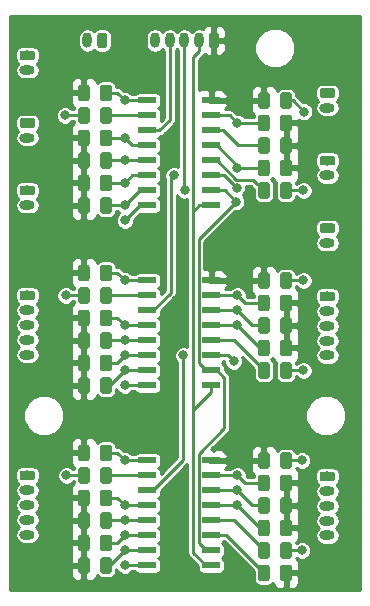
<source format=gtl>
G04 #@! TF.GenerationSoftware,KiCad,Pcbnew,(5.0.2)-1*
G04 #@! TF.CreationDate,2018-12-27T21:36:54-05:00*
G04 #@! TF.ProjectId,WarthoggitClone,57617274-686f-4676-9769-74436c6f6e65,rev?*
G04 #@! TF.SameCoordinates,Original*
G04 #@! TF.FileFunction,Copper,L1,Top*
G04 #@! TF.FilePolarity,Positive*
%FSLAX46Y46*%
G04 Gerber Fmt 4.6, Leading zero omitted, Abs format (unit mm)*
G04 Created by KiCad (PCBNEW (5.0.2)-1) date 12/27/2018 9:36:54 PM*
%MOMM*%
%LPD*%
G01*
G04 APERTURE LIST*
G04 #@! TA.AperFunction,Conductor*
%ADD10C,0.100000*%
G04 #@! TD*
G04 #@! TA.AperFunction,ComponentPad*
%ADD11C,0.800000*%
G04 #@! TD*
G04 #@! TA.AperFunction,ComponentPad*
%ADD12O,1.300000X0.800000*%
G04 #@! TD*
G04 #@! TA.AperFunction,ComponentPad*
%ADD13O,0.800000X1.300000*%
G04 #@! TD*
G04 #@! TA.AperFunction,SMDPad,CuDef*
%ADD14C,0.975000*%
G04 #@! TD*
G04 #@! TA.AperFunction,SMDPad,CuDef*
%ADD15R,1.500000X0.600000*%
G04 #@! TD*
G04 #@! TA.AperFunction,ViaPad*
%ADD16C,0.800000*%
G04 #@! TD*
G04 #@! TA.AperFunction,Conductor*
%ADD17C,0.250000*%
G04 #@! TD*
G04 #@! TA.AperFunction,Conductor*
%ADD18C,0.254000*%
G04 #@! TD*
G04 APERTURE END LIST*
D10*
G04 #@! TO.N,GND*
G04 #@! TO.C,J2*
G36*
X128104603Y-52325963D02*
X128124018Y-52328843D01*
X128143057Y-52333612D01*
X128161537Y-52340224D01*
X128179279Y-52348616D01*
X128196114Y-52358706D01*
X128211879Y-52370398D01*
X128226421Y-52383579D01*
X128239602Y-52398121D01*
X128251294Y-52413886D01*
X128261384Y-52430721D01*
X128269776Y-52448463D01*
X128276388Y-52466943D01*
X128281157Y-52485982D01*
X128284037Y-52505397D01*
X128285000Y-52525000D01*
X128285000Y-52925000D01*
X128284037Y-52944603D01*
X128281157Y-52964018D01*
X128276388Y-52983057D01*
X128269776Y-53001537D01*
X128261384Y-53019279D01*
X128251294Y-53036114D01*
X128239602Y-53051879D01*
X128226421Y-53066421D01*
X128211879Y-53079602D01*
X128196114Y-53091294D01*
X128179279Y-53101384D01*
X128161537Y-53109776D01*
X128143057Y-53116388D01*
X128124018Y-53121157D01*
X128104603Y-53124037D01*
X128085000Y-53125000D01*
X127185000Y-53125000D01*
X127165397Y-53124037D01*
X127145982Y-53121157D01*
X127126943Y-53116388D01*
X127108463Y-53109776D01*
X127090721Y-53101384D01*
X127073886Y-53091294D01*
X127058121Y-53079602D01*
X127043579Y-53066421D01*
X127030398Y-53051879D01*
X127018706Y-53036114D01*
X127008616Y-53019279D01*
X127000224Y-53001537D01*
X126993612Y-52983057D01*
X126988843Y-52964018D01*
X126985963Y-52944603D01*
X126985000Y-52925000D01*
X126985000Y-52525000D01*
X126985963Y-52505397D01*
X126988843Y-52485982D01*
X126993612Y-52466943D01*
X127000224Y-52448463D01*
X127008616Y-52430721D01*
X127018706Y-52413886D01*
X127030398Y-52398121D01*
X127043579Y-52383579D01*
X127058121Y-52370398D01*
X127073886Y-52358706D01*
X127090721Y-52348616D01*
X127108463Y-52340224D01*
X127126943Y-52333612D01*
X127145982Y-52328843D01*
X127165397Y-52325963D01*
X127185000Y-52325000D01*
X128085000Y-52325000D01*
X128104603Y-52325963D01*
X128104603Y-52325963D01*
G37*
D11*
G04 #@! TD*
G04 #@! TO.P,J2,1*
G04 #@! TO.N,GND*
X127635000Y-52725000D03*
D12*
G04 #@! TO.P,J2,2*
G04 #@! TO.N,/IN_21*
X127635000Y-53975000D03*
G04 #@! TD*
G04 #@! TO.P,J1,2*
G04 #@! TO.N,/IN_17*
X102235000Y-50780000D03*
D10*
G04 #@! TD*
G04 #@! TO.N,GND*
G04 #@! TO.C,J1*
G36*
X102704603Y-49130963D02*
X102724018Y-49133843D01*
X102743057Y-49138612D01*
X102761537Y-49145224D01*
X102779279Y-49153616D01*
X102796114Y-49163706D01*
X102811879Y-49175398D01*
X102826421Y-49188579D01*
X102839602Y-49203121D01*
X102851294Y-49218886D01*
X102861384Y-49235721D01*
X102869776Y-49253463D01*
X102876388Y-49271943D01*
X102881157Y-49290982D01*
X102884037Y-49310397D01*
X102885000Y-49330000D01*
X102885000Y-49730000D01*
X102884037Y-49749603D01*
X102881157Y-49769018D01*
X102876388Y-49788057D01*
X102869776Y-49806537D01*
X102861384Y-49824279D01*
X102851294Y-49841114D01*
X102839602Y-49856879D01*
X102826421Y-49871421D01*
X102811879Y-49884602D01*
X102796114Y-49896294D01*
X102779279Y-49906384D01*
X102761537Y-49914776D01*
X102743057Y-49921388D01*
X102724018Y-49926157D01*
X102704603Y-49929037D01*
X102685000Y-49930000D01*
X101785000Y-49930000D01*
X101765397Y-49929037D01*
X101745982Y-49926157D01*
X101726943Y-49921388D01*
X101708463Y-49914776D01*
X101690721Y-49906384D01*
X101673886Y-49896294D01*
X101658121Y-49884602D01*
X101643579Y-49871421D01*
X101630398Y-49856879D01*
X101618706Y-49841114D01*
X101608616Y-49824279D01*
X101600224Y-49806537D01*
X101593612Y-49788057D01*
X101588843Y-49769018D01*
X101585963Y-49749603D01*
X101585000Y-49730000D01*
X101585000Y-49330000D01*
X101585963Y-49310397D01*
X101588843Y-49290982D01*
X101593612Y-49271943D01*
X101600224Y-49253463D01*
X101608616Y-49235721D01*
X101618706Y-49218886D01*
X101630398Y-49203121D01*
X101643579Y-49188579D01*
X101658121Y-49175398D01*
X101673886Y-49163706D01*
X101690721Y-49153616D01*
X101708463Y-49145224D01*
X101726943Y-49138612D01*
X101745982Y-49133843D01*
X101765397Y-49130963D01*
X101785000Y-49130000D01*
X102685000Y-49130000D01*
X102704603Y-49130963D01*
X102704603Y-49130963D01*
G37*
D11*
G04 #@! TO.P,J1,1*
G04 #@! TO.N,GND*
X102235000Y-49530000D03*
G04 #@! TD*
D10*
G04 #@! TO.N,GND*
G04 #@! TO.C,J3*
G36*
X102704603Y-43415963D02*
X102724018Y-43418843D01*
X102743057Y-43423612D01*
X102761537Y-43430224D01*
X102779279Y-43438616D01*
X102796114Y-43448706D01*
X102811879Y-43460398D01*
X102826421Y-43473579D01*
X102839602Y-43488121D01*
X102851294Y-43503886D01*
X102861384Y-43520721D01*
X102869776Y-43538463D01*
X102876388Y-43556943D01*
X102881157Y-43575982D01*
X102884037Y-43595397D01*
X102885000Y-43615000D01*
X102885000Y-44015000D01*
X102884037Y-44034603D01*
X102881157Y-44054018D01*
X102876388Y-44073057D01*
X102869776Y-44091537D01*
X102861384Y-44109279D01*
X102851294Y-44126114D01*
X102839602Y-44141879D01*
X102826421Y-44156421D01*
X102811879Y-44169602D01*
X102796114Y-44181294D01*
X102779279Y-44191384D01*
X102761537Y-44199776D01*
X102743057Y-44206388D01*
X102724018Y-44211157D01*
X102704603Y-44214037D01*
X102685000Y-44215000D01*
X101785000Y-44215000D01*
X101765397Y-44214037D01*
X101745982Y-44211157D01*
X101726943Y-44206388D01*
X101708463Y-44199776D01*
X101690721Y-44191384D01*
X101673886Y-44181294D01*
X101658121Y-44169602D01*
X101643579Y-44156421D01*
X101630398Y-44141879D01*
X101618706Y-44126114D01*
X101608616Y-44109279D01*
X101600224Y-44091537D01*
X101593612Y-44073057D01*
X101588843Y-44054018D01*
X101585963Y-44034603D01*
X101585000Y-44015000D01*
X101585000Y-43615000D01*
X101585963Y-43595397D01*
X101588843Y-43575982D01*
X101593612Y-43556943D01*
X101600224Y-43538463D01*
X101608616Y-43520721D01*
X101618706Y-43503886D01*
X101630398Y-43488121D01*
X101643579Y-43473579D01*
X101658121Y-43460398D01*
X101673886Y-43448706D01*
X101690721Y-43438616D01*
X101708463Y-43430224D01*
X101726943Y-43423612D01*
X101745982Y-43418843D01*
X101765397Y-43415963D01*
X101785000Y-43415000D01*
X102685000Y-43415000D01*
X102704603Y-43415963D01*
X102704603Y-43415963D01*
G37*
D11*
G04 #@! TD*
G04 #@! TO.P,J3,1*
G04 #@! TO.N,GND*
X102235000Y-43815000D03*
D12*
G04 #@! TO.P,J3,2*
G04 #@! TO.N,/IN_18*
X102235000Y-45065000D03*
G04 #@! TD*
G04 #@! TO.P,J5,2*
G04 #@! TO.N,/IN_23*
X127635000Y-48260000D03*
D10*
G04 #@! TD*
G04 #@! TO.N,GND*
G04 #@! TO.C,J5*
G36*
X128104603Y-46610963D02*
X128124018Y-46613843D01*
X128143057Y-46618612D01*
X128161537Y-46625224D01*
X128179279Y-46633616D01*
X128196114Y-46643706D01*
X128211879Y-46655398D01*
X128226421Y-46668579D01*
X128239602Y-46683121D01*
X128251294Y-46698886D01*
X128261384Y-46715721D01*
X128269776Y-46733463D01*
X128276388Y-46751943D01*
X128281157Y-46770982D01*
X128284037Y-46790397D01*
X128285000Y-46810000D01*
X128285000Y-47210000D01*
X128284037Y-47229603D01*
X128281157Y-47249018D01*
X128276388Y-47268057D01*
X128269776Y-47286537D01*
X128261384Y-47304279D01*
X128251294Y-47321114D01*
X128239602Y-47336879D01*
X128226421Y-47351421D01*
X128211879Y-47364602D01*
X128196114Y-47376294D01*
X128179279Y-47386384D01*
X128161537Y-47394776D01*
X128143057Y-47401388D01*
X128124018Y-47406157D01*
X128104603Y-47409037D01*
X128085000Y-47410000D01*
X127185000Y-47410000D01*
X127165397Y-47409037D01*
X127145982Y-47406157D01*
X127126943Y-47401388D01*
X127108463Y-47394776D01*
X127090721Y-47386384D01*
X127073886Y-47376294D01*
X127058121Y-47364602D01*
X127043579Y-47351421D01*
X127030398Y-47336879D01*
X127018706Y-47321114D01*
X127008616Y-47304279D01*
X127000224Y-47286537D01*
X126993612Y-47268057D01*
X126988843Y-47249018D01*
X126985963Y-47229603D01*
X126985000Y-47210000D01*
X126985000Y-46810000D01*
X126985963Y-46790397D01*
X126988843Y-46770982D01*
X126993612Y-46751943D01*
X127000224Y-46733463D01*
X127008616Y-46715721D01*
X127018706Y-46698886D01*
X127030398Y-46683121D01*
X127043579Y-46668579D01*
X127058121Y-46655398D01*
X127073886Y-46643706D01*
X127090721Y-46633616D01*
X127108463Y-46625224D01*
X127126943Y-46618612D01*
X127145982Y-46613843D01*
X127165397Y-46610963D01*
X127185000Y-46610000D01*
X128085000Y-46610000D01*
X128104603Y-46610963D01*
X128104603Y-46610963D01*
G37*
D11*
G04 #@! TO.P,J5,1*
G04 #@! TO.N,GND*
X127635000Y-47010000D03*
G04 #@! TD*
D10*
G04 #@! TO.N,/IN_24*
G04 #@! TO.C,J6*
G36*
X128104603Y-40875963D02*
X128124018Y-40878843D01*
X128143057Y-40883612D01*
X128161537Y-40890224D01*
X128179279Y-40898616D01*
X128196114Y-40908706D01*
X128211879Y-40920398D01*
X128226421Y-40933579D01*
X128239602Y-40948121D01*
X128251294Y-40963886D01*
X128261384Y-40980721D01*
X128269776Y-40998463D01*
X128276388Y-41016943D01*
X128281157Y-41035982D01*
X128284037Y-41055397D01*
X128285000Y-41075000D01*
X128285000Y-41475000D01*
X128284037Y-41494603D01*
X128281157Y-41514018D01*
X128276388Y-41533057D01*
X128269776Y-41551537D01*
X128261384Y-41569279D01*
X128251294Y-41586114D01*
X128239602Y-41601879D01*
X128226421Y-41616421D01*
X128211879Y-41629602D01*
X128196114Y-41641294D01*
X128179279Y-41651384D01*
X128161537Y-41659776D01*
X128143057Y-41666388D01*
X128124018Y-41671157D01*
X128104603Y-41674037D01*
X128085000Y-41675000D01*
X127185000Y-41675000D01*
X127165397Y-41674037D01*
X127145982Y-41671157D01*
X127126943Y-41666388D01*
X127108463Y-41659776D01*
X127090721Y-41651384D01*
X127073886Y-41641294D01*
X127058121Y-41629602D01*
X127043579Y-41616421D01*
X127030398Y-41601879D01*
X127018706Y-41586114D01*
X127008616Y-41569279D01*
X127000224Y-41551537D01*
X126993612Y-41533057D01*
X126988843Y-41514018D01*
X126985963Y-41494603D01*
X126985000Y-41475000D01*
X126985000Y-41075000D01*
X126985963Y-41055397D01*
X126988843Y-41035982D01*
X126993612Y-41016943D01*
X127000224Y-40998463D01*
X127008616Y-40980721D01*
X127018706Y-40963886D01*
X127030398Y-40948121D01*
X127043579Y-40933579D01*
X127058121Y-40920398D01*
X127073886Y-40908706D01*
X127090721Y-40898616D01*
X127108463Y-40890224D01*
X127126943Y-40883612D01*
X127145982Y-40878843D01*
X127165397Y-40875963D01*
X127185000Y-40875000D01*
X128085000Y-40875000D01*
X128104603Y-40875963D01*
X128104603Y-40875963D01*
G37*
D11*
G04 #@! TD*
G04 #@! TO.P,J6,1*
G04 #@! TO.N,/IN_24*
X127635000Y-41275000D03*
D12*
G04 #@! TO.P,J6,2*
G04 #@! TO.N,GND*
X127635000Y-42525000D03*
G04 #@! TD*
G04 #@! TO.P,J4,2*
G04 #@! TO.N,/IN_19*
X102235000Y-39350000D03*
D10*
G04 #@! TD*
G04 #@! TO.N,GND*
G04 #@! TO.C,J4*
G36*
X102704603Y-37700963D02*
X102724018Y-37703843D01*
X102743057Y-37708612D01*
X102761537Y-37715224D01*
X102779279Y-37723616D01*
X102796114Y-37733706D01*
X102811879Y-37745398D01*
X102826421Y-37758579D01*
X102839602Y-37773121D01*
X102851294Y-37788886D01*
X102861384Y-37805721D01*
X102869776Y-37823463D01*
X102876388Y-37841943D01*
X102881157Y-37860982D01*
X102884037Y-37880397D01*
X102885000Y-37900000D01*
X102885000Y-38300000D01*
X102884037Y-38319603D01*
X102881157Y-38339018D01*
X102876388Y-38358057D01*
X102869776Y-38376537D01*
X102861384Y-38394279D01*
X102851294Y-38411114D01*
X102839602Y-38426879D01*
X102826421Y-38441421D01*
X102811879Y-38454602D01*
X102796114Y-38466294D01*
X102779279Y-38476384D01*
X102761537Y-38484776D01*
X102743057Y-38491388D01*
X102724018Y-38496157D01*
X102704603Y-38499037D01*
X102685000Y-38500000D01*
X101785000Y-38500000D01*
X101765397Y-38499037D01*
X101745982Y-38496157D01*
X101726943Y-38491388D01*
X101708463Y-38484776D01*
X101690721Y-38476384D01*
X101673886Y-38466294D01*
X101658121Y-38454602D01*
X101643579Y-38441421D01*
X101630398Y-38426879D01*
X101618706Y-38411114D01*
X101608616Y-38394279D01*
X101600224Y-38376537D01*
X101593612Y-38358057D01*
X101588843Y-38339018D01*
X101585963Y-38319603D01*
X101585000Y-38300000D01*
X101585000Y-37900000D01*
X101585963Y-37880397D01*
X101588843Y-37860982D01*
X101593612Y-37841943D01*
X101600224Y-37823463D01*
X101608616Y-37805721D01*
X101618706Y-37788886D01*
X101630398Y-37773121D01*
X101643579Y-37758579D01*
X101658121Y-37745398D01*
X101673886Y-37733706D01*
X101690721Y-37723616D01*
X101708463Y-37715224D01*
X101726943Y-37708612D01*
X101745982Y-37703843D01*
X101765397Y-37700963D01*
X101785000Y-37700000D01*
X102685000Y-37700000D01*
X102704603Y-37700963D01*
X102704603Y-37700963D01*
G37*
D11*
G04 #@! TO.P,J4,1*
G04 #@! TO.N,GND*
X102235000Y-38100000D03*
G04 #@! TD*
D10*
G04 #@! TO.N,GND*
G04 #@! TO.C,J7*
G36*
X108784603Y-36180963D02*
X108804018Y-36183843D01*
X108823057Y-36188612D01*
X108841537Y-36195224D01*
X108859279Y-36203616D01*
X108876114Y-36213706D01*
X108891879Y-36225398D01*
X108906421Y-36238579D01*
X108919602Y-36253121D01*
X108931294Y-36268886D01*
X108941384Y-36285721D01*
X108949776Y-36303463D01*
X108956388Y-36321943D01*
X108961157Y-36340982D01*
X108964037Y-36360397D01*
X108965000Y-36380000D01*
X108965000Y-37280000D01*
X108964037Y-37299603D01*
X108961157Y-37319018D01*
X108956388Y-37338057D01*
X108949776Y-37356537D01*
X108941384Y-37374279D01*
X108931294Y-37391114D01*
X108919602Y-37406879D01*
X108906421Y-37421421D01*
X108891879Y-37434602D01*
X108876114Y-37446294D01*
X108859279Y-37456384D01*
X108841537Y-37464776D01*
X108823057Y-37471388D01*
X108804018Y-37476157D01*
X108784603Y-37479037D01*
X108765000Y-37480000D01*
X108365000Y-37480000D01*
X108345397Y-37479037D01*
X108325982Y-37476157D01*
X108306943Y-37471388D01*
X108288463Y-37464776D01*
X108270721Y-37456384D01*
X108253886Y-37446294D01*
X108238121Y-37434602D01*
X108223579Y-37421421D01*
X108210398Y-37406879D01*
X108198706Y-37391114D01*
X108188616Y-37374279D01*
X108180224Y-37356537D01*
X108173612Y-37338057D01*
X108168843Y-37319018D01*
X108165963Y-37299603D01*
X108165000Y-37280000D01*
X108165000Y-36380000D01*
X108165963Y-36360397D01*
X108168843Y-36340982D01*
X108173612Y-36321943D01*
X108180224Y-36303463D01*
X108188616Y-36285721D01*
X108198706Y-36268886D01*
X108210398Y-36253121D01*
X108223579Y-36238579D01*
X108238121Y-36225398D01*
X108253886Y-36213706D01*
X108270721Y-36203616D01*
X108288463Y-36195224D01*
X108306943Y-36188612D01*
X108325982Y-36183843D01*
X108345397Y-36180963D01*
X108365000Y-36180000D01*
X108765000Y-36180000D01*
X108784603Y-36180963D01*
X108784603Y-36180963D01*
G37*
D11*
G04 #@! TD*
G04 #@! TO.P,J7,1*
G04 #@! TO.N,GND*
X108565000Y-36830000D03*
D13*
G04 #@! TO.P,J7,2*
G04 #@! TO.N,/IN_20*
X107315000Y-36830000D03*
G04 #@! TD*
D12*
G04 #@! TO.P,J11,5*
G04 #@! TO.N,/IN_9*
X102235000Y-63420000D03*
G04 #@! TO.P,J11,4*
G04 #@! TO.N,/IN_10*
X102235000Y-62170000D03*
G04 #@! TO.P,J11,3*
G04 #@! TO.N,/IN_11*
X102235000Y-60920000D03*
G04 #@! TO.P,J11,2*
G04 #@! TO.N,/IN_12*
X102235000Y-59670000D03*
D10*
G04 #@! TD*
G04 #@! TO.N,GND*
G04 #@! TO.C,J11*
G36*
X102704603Y-58020963D02*
X102724018Y-58023843D01*
X102743057Y-58028612D01*
X102761537Y-58035224D01*
X102779279Y-58043616D01*
X102796114Y-58053706D01*
X102811879Y-58065398D01*
X102826421Y-58078579D01*
X102839602Y-58093121D01*
X102851294Y-58108886D01*
X102861384Y-58125721D01*
X102869776Y-58143463D01*
X102876388Y-58161943D01*
X102881157Y-58180982D01*
X102884037Y-58200397D01*
X102885000Y-58220000D01*
X102885000Y-58620000D01*
X102884037Y-58639603D01*
X102881157Y-58659018D01*
X102876388Y-58678057D01*
X102869776Y-58696537D01*
X102861384Y-58714279D01*
X102851294Y-58731114D01*
X102839602Y-58746879D01*
X102826421Y-58761421D01*
X102811879Y-58774602D01*
X102796114Y-58786294D01*
X102779279Y-58796384D01*
X102761537Y-58804776D01*
X102743057Y-58811388D01*
X102724018Y-58816157D01*
X102704603Y-58819037D01*
X102685000Y-58820000D01*
X101785000Y-58820000D01*
X101765397Y-58819037D01*
X101745982Y-58816157D01*
X101726943Y-58811388D01*
X101708463Y-58804776D01*
X101690721Y-58796384D01*
X101673886Y-58786294D01*
X101658121Y-58774602D01*
X101643579Y-58761421D01*
X101630398Y-58746879D01*
X101618706Y-58731114D01*
X101608616Y-58714279D01*
X101600224Y-58696537D01*
X101593612Y-58678057D01*
X101588843Y-58659018D01*
X101585963Y-58639603D01*
X101585000Y-58620000D01*
X101585000Y-58220000D01*
X101585963Y-58200397D01*
X101588843Y-58180982D01*
X101593612Y-58161943D01*
X101600224Y-58143463D01*
X101608616Y-58125721D01*
X101618706Y-58108886D01*
X101630398Y-58093121D01*
X101643579Y-58078579D01*
X101658121Y-58065398D01*
X101673886Y-58053706D01*
X101690721Y-58043616D01*
X101708463Y-58035224D01*
X101726943Y-58028612D01*
X101745982Y-58023843D01*
X101765397Y-58020963D01*
X101785000Y-58020000D01*
X102685000Y-58020000D01*
X102704603Y-58020963D01*
X102704603Y-58020963D01*
G37*
D11*
G04 #@! TO.P,J11,1*
G04 #@! TO.N,GND*
X102235000Y-58420000D03*
G04 #@! TD*
D10*
G04 #@! TO.N,GND*
G04 #@! TO.C,J12*
G36*
X128104603Y-58100963D02*
X128124018Y-58103843D01*
X128143057Y-58108612D01*
X128161537Y-58115224D01*
X128179279Y-58123616D01*
X128196114Y-58133706D01*
X128211879Y-58145398D01*
X128226421Y-58158579D01*
X128239602Y-58173121D01*
X128251294Y-58188886D01*
X128261384Y-58205721D01*
X128269776Y-58223463D01*
X128276388Y-58241943D01*
X128281157Y-58260982D01*
X128284037Y-58280397D01*
X128285000Y-58300000D01*
X128285000Y-58700000D01*
X128284037Y-58719603D01*
X128281157Y-58739018D01*
X128276388Y-58758057D01*
X128269776Y-58776537D01*
X128261384Y-58794279D01*
X128251294Y-58811114D01*
X128239602Y-58826879D01*
X128226421Y-58841421D01*
X128211879Y-58854602D01*
X128196114Y-58866294D01*
X128179279Y-58876384D01*
X128161537Y-58884776D01*
X128143057Y-58891388D01*
X128124018Y-58896157D01*
X128104603Y-58899037D01*
X128085000Y-58900000D01*
X127185000Y-58900000D01*
X127165397Y-58899037D01*
X127145982Y-58896157D01*
X127126943Y-58891388D01*
X127108463Y-58884776D01*
X127090721Y-58876384D01*
X127073886Y-58866294D01*
X127058121Y-58854602D01*
X127043579Y-58841421D01*
X127030398Y-58826879D01*
X127018706Y-58811114D01*
X127008616Y-58794279D01*
X127000224Y-58776537D01*
X126993612Y-58758057D01*
X126988843Y-58739018D01*
X126985963Y-58719603D01*
X126985000Y-58700000D01*
X126985000Y-58300000D01*
X126985963Y-58280397D01*
X126988843Y-58260982D01*
X126993612Y-58241943D01*
X127000224Y-58223463D01*
X127008616Y-58205721D01*
X127018706Y-58188886D01*
X127030398Y-58173121D01*
X127043579Y-58158579D01*
X127058121Y-58145398D01*
X127073886Y-58133706D01*
X127090721Y-58123616D01*
X127108463Y-58115224D01*
X127126943Y-58108612D01*
X127145982Y-58103843D01*
X127165397Y-58100963D01*
X127185000Y-58100000D01*
X128085000Y-58100000D01*
X128104603Y-58100963D01*
X128104603Y-58100963D01*
G37*
D11*
G04 #@! TD*
G04 #@! TO.P,J12,1*
G04 #@! TO.N,GND*
X127635000Y-58500000D03*
D12*
G04 #@! TO.P,J12,2*
G04 #@! TO.N,/IN_16*
X127635000Y-59750000D03*
G04 #@! TO.P,J12,3*
G04 #@! TO.N,/IN_15*
X127635000Y-61000000D03*
G04 #@! TO.P,J12,4*
G04 #@! TO.N,/IN_14*
X127635000Y-62250000D03*
G04 #@! TO.P,J12,5*
G04 #@! TO.N,/IN_13*
X127635000Y-63500000D03*
G04 #@! TD*
D13*
G04 #@! TO.P,J8,5*
G04 #@! TO.N,GND*
X113030000Y-36830000D03*
G04 #@! TO.P,J8,4*
G04 #@! TO.N,/SPI_MISO*
X114280000Y-36830000D03*
G04 #@! TO.P,J8,3*
G04 #@! TO.N,/SPI_CLK*
X115530000Y-36830000D03*
G04 #@! TO.P,J8,2*
G04 #@! TO.N,/SPI_CS*
X116780000Y-36830000D03*
D10*
G04 #@! TD*
G04 #@! TO.N,+5V*
G04 #@! TO.C,J8*
G36*
X118249603Y-36180963D02*
X118269018Y-36183843D01*
X118288057Y-36188612D01*
X118306537Y-36195224D01*
X118324279Y-36203616D01*
X118341114Y-36213706D01*
X118356879Y-36225398D01*
X118371421Y-36238579D01*
X118384602Y-36253121D01*
X118396294Y-36268886D01*
X118406384Y-36285721D01*
X118414776Y-36303463D01*
X118421388Y-36321943D01*
X118426157Y-36340982D01*
X118429037Y-36360397D01*
X118430000Y-36380000D01*
X118430000Y-37280000D01*
X118429037Y-37299603D01*
X118426157Y-37319018D01*
X118421388Y-37338057D01*
X118414776Y-37356537D01*
X118406384Y-37374279D01*
X118396294Y-37391114D01*
X118384602Y-37406879D01*
X118371421Y-37421421D01*
X118356879Y-37434602D01*
X118341114Y-37446294D01*
X118324279Y-37456384D01*
X118306537Y-37464776D01*
X118288057Y-37471388D01*
X118269018Y-37476157D01*
X118249603Y-37479037D01*
X118230000Y-37480000D01*
X117830000Y-37480000D01*
X117810397Y-37479037D01*
X117790982Y-37476157D01*
X117771943Y-37471388D01*
X117753463Y-37464776D01*
X117735721Y-37456384D01*
X117718886Y-37446294D01*
X117703121Y-37434602D01*
X117688579Y-37421421D01*
X117675398Y-37406879D01*
X117663706Y-37391114D01*
X117653616Y-37374279D01*
X117645224Y-37356537D01*
X117638612Y-37338057D01*
X117633843Y-37319018D01*
X117630963Y-37299603D01*
X117630000Y-37280000D01*
X117630000Y-36380000D01*
X117630963Y-36360397D01*
X117633843Y-36340982D01*
X117638612Y-36321943D01*
X117645224Y-36303463D01*
X117653616Y-36285721D01*
X117663706Y-36268886D01*
X117675398Y-36253121D01*
X117688579Y-36238579D01*
X117703121Y-36225398D01*
X117718886Y-36213706D01*
X117735721Y-36203616D01*
X117753463Y-36195224D01*
X117771943Y-36188612D01*
X117790982Y-36183843D01*
X117810397Y-36180963D01*
X117830000Y-36180000D01*
X118230000Y-36180000D01*
X118249603Y-36180963D01*
X118249603Y-36180963D01*
G37*
D11*
G04 #@! TO.P,J8,1*
G04 #@! TO.N,+5V*
X118030000Y-36830000D03*
G04 #@! TD*
D10*
G04 #@! TO.N,GND*
G04 #@! TO.C,J9*
G36*
X102704603Y-73260963D02*
X102724018Y-73263843D01*
X102743057Y-73268612D01*
X102761537Y-73275224D01*
X102779279Y-73283616D01*
X102796114Y-73293706D01*
X102811879Y-73305398D01*
X102826421Y-73318579D01*
X102839602Y-73333121D01*
X102851294Y-73348886D01*
X102861384Y-73365721D01*
X102869776Y-73383463D01*
X102876388Y-73401943D01*
X102881157Y-73420982D01*
X102884037Y-73440397D01*
X102885000Y-73460000D01*
X102885000Y-73860000D01*
X102884037Y-73879603D01*
X102881157Y-73899018D01*
X102876388Y-73918057D01*
X102869776Y-73936537D01*
X102861384Y-73954279D01*
X102851294Y-73971114D01*
X102839602Y-73986879D01*
X102826421Y-74001421D01*
X102811879Y-74014602D01*
X102796114Y-74026294D01*
X102779279Y-74036384D01*
X102761537Y-74044776D01*
X102743057Y-74051388D01*
X102724018Y-74056157D01*
X102704603Y-74059037D01*
X102685000Y-74060000D01*
X101785000Y-74060000D01*
X101765397Y-74059037D01*
X101745982Y-74056157D01*
X101726943Y-74051388D01*
X101708463Y-74044776D01*
X101690721Y-74036384D01*
X101673886Y-74026294D01*
X101658121Y-74014602D01*
X101643579Y-74001421D01*
X101630398Y-73986879D01*
X101618706Y-73971114D01*
X101608616Y-73954279D01*
X101600224Y-73936537D01*
X101593612Y-73918057D01*
X101588843Y-73899018D01*
X101585963Y-73879603D01*
X101585000Y-73860000D01*
X101585000Y-73460000D01*
X101585963Y-73440397D01*
X101588843Y-73420982D01*
X101593612Y-73401943D01*
X101600224Y-73383463D01*
X101608616Y-73365721D01*
X101618706Y-73348886D01*
X101630398Y-73333121D01*
X101643579Y-73318579D01*
X101658121Y-73305398D01*
X101673886Y-73293706D01*
X101690721Y-73283616D01*
X101708463Y-73275224D01*
X101726943Y-73268612D01*
X101745982Y-73263843D01*
X101765397Y-73260963D01*
X101785000Y-73260000D01*
X102685000Y-73260000D01*
X102704603Y-73260963D01*
X102704603Y-73260963D01*
G37*
D11*
G04 #@! TD*
G04 #@! TO.P,J9,1*
G04 #@! TO.N,GND*
X102235000Y-73660000D03*
D12*
G04 #@! TO.P,J9,2*
G04 #@! TO.N,/IN_4*
X102235000Y-74910000D03*
G04 #@! TO.P,J9,3*
G04 #@! TO.N,/IN_3*
X102235000Y-76160000D03*
G04 #@! TO.P,J9,4*
G04 #@! TO.N,/IN_2*
X102235000Y-77410000D03*
G04 #@! TO.P,J9,5*
G04 #@! TO.N,/IN_1*
X102235000Y-78660000D03*
G04 #@! TD*
G04 #@! TO.P,J10,5*
G04 #@! TO.N,/IN_5*
X127635000Y-78740000D03*
G04 #@! TO.P,J10,4*
G04 #@! TO.N,/IN_6*
X127635000Y-77490000D03*
G04 #@! TO.P,J10,3*
G04 #@! TO.N,/IN_7*
X127635000Y-76240000D03*
G04 #@! TO.P,J10,2*
G04 #@! TO.N,/IN_8*
X127635000Y-74990000D03*
D10*
G04 #@! TD*
G04 #@! TO.N,GND*
G04 #@! TO.C,J10*
G36*
X128104603Y-73340963D02*
X128124018Y-73343843D01*
X128143057Y-73348612D01*
X128161537Y-73355224D01*
X128179279Y-73363616D01*
X128196114Y-73373706D01*
X128211879Y-73385398D01*
X128226421Y-73398579D01*
X128239602Y-73413121D01*
X128251294Y-73428886D01*
X128261384Y-73445721D01*
X128269776Y-73463463D01*
X128276388Y-73481943D01*
X128281157Y-73500982D01*
X128284037Y-73520397D01*
X128285000Y-73540000D01*
X128285000Y-73940000D01*
X128284037Y-73959603D01*
X128281157Y-73979018D01*
X128276388Y-73998057D01*
X128269776Y-74016537D01*
X128261384Y-74034279D01*
X128251294Y-74051114D01*
X128239602Y-74066879D01*
X128226421Y-74081421D01*
X128211879Y-74094602D01*
X128196114Y-74106294D01*
X128179279Y-74116384D01*
X128161537Y-74124776D01*
X128143057Y-74131388D01*
X128124018Y-74136157D01*
X128104603Y-74139037D01*
X128085000Y-74140000D01*
X127185000Y-74140000D01*
X127165397Y-74139037D01*
X127145982Y-74136157D01*
X127126943Y-74131388D01*
X127108463Y-74124776D01*
X127090721Y-74116384D01*
X127073886Y-74106294D01*
X127058121Y-74094602D01*
X127043579Y-74081421D01*
X127030398Y-74066879D01*
X127018706Y-74051114D01*
X127008616Y-74034279D01*
X127000224Y-74016537D01*
X126993612Y-73998057D01*
X126988843Y-73979018D01*
X126985963Y-73959603D01*
X126985000Y-73940000D01*
X126985000Y-73540000D01*
X126985963Y-73520397D01*
X126988843Y-73500982D01*
X126993612Y-73481943D01*
X127000224Y-73463463D01*
X127008616Y-73445721D01*
X127018706Y-73428886D01*
X127030398Y-73413121D01*
X127043579Y-73398579D01*
X127058121Y-73385398D01*
X127073886Y-73373706D01*
X127090721Y-73363616D01*
X127108463Y-73355224D01*
X127126943Y-73348612D01*
X127145982Y-73343843D01*
X127165397Y-73340963D01*
X127185000Y-73340000D01*
X128085000Y-73340000D01*
X128104603Y-73340963D01*
X128104603Y-73340963D01*
G37*
D11*
G04 #@! TO.P,J10,1*
G04 #@! TO.N,GND*
X127635000Y-73740000D03*
G04 #@! TD*
D10*
G04 #@! TO.N,+5V*
G04 #@! TO.C,C1*
G36*
X122520142Y-71691174D02*
X122543803Y-71694684D01*
X122567007Y-71700496D01*
X122589529Y-71708554D01*
X122611153Y-71718782D01*
X122631670Y-71731079D01*
X122650883Y-71745329D01*
X122668607Y-71761393D01*
X122684671Y-71779117D01*
X122698921Y-71798330D01*
X122711218Y-71818847D01*
X122721446Y-71840471D01*
X122729504Y-71862993D01*
X122735316Y-71886197D01*
X122738826Y-71909858D01*
X122740000Y-71933750D01*
X122740000Y-72846250D01*
X122738826Y-72870142D01*
X122735316Y-72893803D01*
X122729504Y-72917007D01*
X122721446Y-72939529D01*
X122711218Y-72961153D01*
X122698921Y-72981670D01*
X122684671Y-73000883D01*
X122668607Y-73018607D01*
X122650883Y-73034671D01*
X122631670Y-73048921D01*
X122611153Y-73061218D01*
X122589529Y-73071446D01*
X122567007Y-73079504D01*
X122543803Y-73085316D01*
X122520142Y-73088826D01*
X122496250Y-73090000D01*
X122008750Y-73090000D01*
X121984858Y-73088826D01*
X121961197Y-73085316D01*
X121937993Y-73079504D01*
X121915471Y-73071446D01*
X121893847Y-73061218D01*
X121873330Y-73048921D01*
X121854117Y-73034671D01*
X121836393Y-73018607D01*
X121820329Y-73000883D01*
X121806079Y-72981670D01*
X121793782Y-72961153D01*
X121783554Y-72939529D01*
X121775496Y-72917007D01*
X121769684Y-72893803D01*
X121766174Y-72870142D01*
X121765000Y-72846250D01*
X121765000Y-71933750D01*
X121766174Y-71909858D01*
X121769684Y-71886197D01*
X121775496Y-71862993D01*
X121783554Y-71840471D01*
X121793782Y-71818847D01*
X121806079Y-71798330D01*
X121820329Y-71779117D01*
X121836393Y-71761393D01*
X121854117Y-71745329D01*
X121873330Y-71731079D01*
X121893847Y-71718782D01*
X121915471Y-71708554D01*
X121937993Y-71700496D01*
X121961197Y-71694684D01*
X121984858Y-71691174D01*
X122008750Y-71690000D01*
X122496250Y-71690000D01*
X122520142Y-71691174D01*
X122520142Y-71691174D01*
G37*
D14*
G04 #@! TD*
G04 #@! TO.P,C1,1*
G04 #@! TO.N,+5V*
X122252500Y-72390000D03*
D10*
G04 #@! TO.N,GND*
G04 #@! TO.C,C1*
G36*
X124395142Y-71691174D02*
X124418803Y-71694684D01*
X124442007Y-71700496D01*
X124464529Y-71708554D01*
X124486153Y-71718782D01*
X124506670Y-71731079D01*
X124525883Y-71745329D01*
X124543607Y-71761393D01*
X124559671Y-71779117D01*
X124573921Y-71798330D01*
X124586218Y-71818847D01*
X124596446Y-71840471D01*
X124604504Y-71862993D01*
X124610316Y-71886197D01*
X124613826Y-71909858D01*
X124615000Y-71933750D01*
X124615000Y-72846250D01*
X124613826Y-72870142D01*
X124610316Y-72893803D01*
X124604504Y-72917007D01*
X124596446Y-72939529D01*
X124586218Y-72961153D01*
X124573921Y-72981670D01*
X124559671Y-73000883D01*
X124543607Y-73018607D01*
X124525883Y-73034671D01*
X124506670Y-73048921D01*
X124486153Y-73061218D01*
X124464529Y-73071446D01*
X124442007Y-73079504D01*
X124418803Y-73085316D01*
X124395142Y-73088826D01*
X124371250Y-73090000D01*
X123883750Y-73090000D01*
X123859858Y-73088826D01*
X123836197Y-73085316D01*
X123812993Y-73079504D01*
X123790471Y-73071446D01*
X123768847Y-73061218D01*
X123748330Y-73048921D01*
X123729117Y-73034671D01*
X123711393Y-73018607D01*
X123695329Y-73000883D01*
X123681079Y-72981670D01*
X123668782Y-72961153D01*
X123658554Y-72939529D01*
X123650496Y-72917007D01*
X123644684Y-72893803D01*
X123641174Y-72870142D01*
X123640000Y-72846250D01*
X123640000Y-71933750D01*
X123641174Y-71909858D01*
X123644684Y-71886197D01*
X123650496Y-71862993D01*
X123658554Y-71840471D01*
X123668782Y-71818847D01*
X123681079Y-71798330D01*
X123695329Y-71779117D01*
X123711393Y-71761393D01*
X123729117Y-71745329D01*
X123748330Y-71731079D01*
X123768847Y-71718782D01*
X123790471Y-71708554D01*
X123812993Y-71700496D01*
X123836197Y-71694684D01*
X123859858Y-71691174D01*
X123883750Y-71690000D01*
X124371250Y-71690000D01*
X124395142Y-71691174D01*
X124395142Y-71691174D01*
G37*
D14*
G04 #@! TD*
G04 #@! TO.P,C1,2*
G04 #@! TO.N,GND*
X124127500Y-72390000D03*
D10*
G04 #@! TO.N,+5V*
G04 #@! TO.C,C2*
G36*
X122520142Y-56451174D02*
X122543803Y-56454684D01*
X122567007Y-56460496D01*
X122589529Y-56468554D01*
X122611153Y-56478782D01*
X122631670Y-56491079D01*
X122650883Y-56505329D01*
X122668607Y-56521393D01*
X122684671Y-56539117D01*
X122698921Y-56558330D01*
X122711218Y-56578847D01*
X122721446Y-56600471D01*
X122729504Y-56622993D01*
X122735316Y-56646197D01*
X122738826Y-56669858D01*
X122740000Y-56693750D01*
X122740000Y-57606250D01*
X122738826Y-57630142D01*
X122735316Y-57653803D01*
X122729504Y-57677007D01*
X122721446Y-57699529D01*
X122711218Y-57721153D01*
X122698921Y-57741670D01*
X122684671Y-57760883D01*
X122668607Y-57778607D01*
X122650883Y-57794671D01*
X122631670Y-57808921D01*
X122611153Y-57821218D01*
X122589529Y-57831446D01*
X122567007Y-57839504D01*
X122543803Y-57845316D01*
X122520142Y-57848826D01*
X122496250Y-57850000D01*
X122008750Y-57850000D01*
X121984858Y-57848826D01*
X121961197Y-57845316D01*
X121937993Y-57839504D01*
X121915471Y-57831446D01*
X121893847Y-57821218D01*
X121873330Y-57808921D01*
X121854117Y-57794671D01*
X121836393Y-57778607D01*
X121820329Y-57760883D01*
X121806079Y-57741670D01*
X121793782Y-57721153D01*
X121783554Y-57699529D01*
X121775496Y-57677007D01*
X121769684Y-57653803D01*
X121766174Y-57630142D01*
X121765000Y-57606250D01*
X121765000Y-56693750D01*
X121766174Y-56669858D01*
X121769684Y-56646197D01*
X121775496Y-56622993D01*
X121783554Y-56600471D01*
X121793782Y-56578847D01*
X121806079Y-56558330D01*
X121820329Y-56539117D01*
X121836393Y-56521393D01*
X121854117Y-56505329D01*
X121873330Y-56491079D01*
X121893847Y-56478782D01*
X121915471Y-56468554D01*
X121937993Y-56460496D01*
X121961197Y-56454684D01*
X121984858Y-56451174D01*
X122008750Y-56450000D01*
X122496250Y-56450000D01*
X122520142Y-56451174D01*
X122520142Y-56451174D01*
G37*
D14*
G04 #@! TD*
G04 #@! TO.P,C2,1*
G04 #@! TO.N,+5V*
X122252500Y-57150000D03*
D10*
G04 #@! TO.N,GND*
G04 #@! TO.C,C2*
G36*
X124395142Y-56451174D02*
X124418803Y-56454684D01*
X124442007Y-56460496D01*
X124464529Y-56468554D01*
X124486153Y-56478782D01*
X124506670Y-56491079D01*
X124525883Y-56505329D01*
X124543607Y-56521393D01*
X124559671Y-56539117D01*
X124573921Y-56558330D01*
X124586218Y-56578847D01*
X124596446Y-56600471D01*
X124604504Y-56622993D01*
X124610316Y-56646197D01*
X124613826Y-56669858D01*
X124615000Y-56693750D01*
X124615000Y-57606250D01*
X124613826Y-57630142D01*
X124610316Y-57653803D01*
X124604504Y-57677007D01*
X124596446Y-57699529D01*
X124586218Y-57721153D01*
X124573921Y-57741670D01*
X124559671Y-57760883D01*
X124543607Y-57778607D01*
X124525883Y-57794671D01*
X124506670Y-57808921D01*
X124486153Y-57821218D01*
X124464529Y-57831446D01*
X124442007Y-57839504D01*
X124418803Y-57845316D01*
X124395142Y-57848826D01*
X124371250Y-57850000D01*
X123883750Y-57850000D01*
X123859858Y-57848826D01*
X123836197Y-57845316D01*
X123812993Y-57839504D01*
X123790471Y-57831446D01*
X123768847Y-57821218D01*
X123748330Y-57808921D01*
X123729117Y-57794671D01*
X123711393Y-57778607D01*
X123695329Y-57760883D01*
X123681079Y-57741670D01*
X123668782Y-57721153D01*
X123658554Y-57699529D01*
X123650496Y-57677007D01*
X123644684Y-57653803D01*
X123641174Y-57630142D01*
X123640000Y-57606250D01*
X123640000Y-56693750D01*
X123641174Y-56669858D01*
X123644684Y-56646197D01*
X123650496Y-56622993D01*
X123658554Y-56600471D01*
X123668782Y-56578847D01*
X123681079Y-56558330D01*
X123695329Y-56539117D01*
X123711393Y-56521393D01*
X123729117Y-56505329D01*
X123748330Y-56491079D01*
X123768847Y-56478782D01*
X123790471Y-56468554D01*
X123812993Y-56460496D01*
X123836197Y-56454684D01*
X123859858Y-56451174D01*
X123883750Y-56450000D01*
X124371250Y-56450000D01*
X124395142Y-56451174D01*
X124395142Y-56451174D01*
G37*
D14*
G04 #@! TD*
G04 #@! TO.P,C2,2*
G04 #@! TO.N,GND*
X124127500Y-57150000D03*
D10*
G04 #@! TO.N,GND*
G04 #@! TO.C,C3*
G36*
X124395142Y-41211174D02*
X124418803Y-41214684D01*
X124442007Y-41220496D01*
X124464529Y-41228554D01*
X124486153Y-41238782D01*
X124506670Y-41251079D01*
X124525883Y-41265329D01*
X124543607Y-41281393D01*
X124559671Y-41299117D01*
X124573921Y-41318330D01*
X124586218Y-41338847D01*
X124596446Y-41360471D01*
X124604504Y-41382993D01*
X124610316Y-41406197D01*
X124613826Y-41429858D01*
X124615000Y-41453750D01*
X124615000Y-42366250D01*
X124613826Y-42390142D01*
X124610316Y-42413803D01*
X124604504Y-42437007D01*
X124596446Y-42459529D01*
X124586218Y-42481153D01*
X124573921Y-42501670D01*
X124559671Y-42520883D01*
X124543607Y-42538607D01*
X124525883Y-42554671D01*
X124506670Y-42568921D01*
X124486153Y-42581218D01*
X124464529Y-42591446D01*
X124442007Y-42599504D01*
X124418803Y-42605316D01*
X124395142Y-42608826D01*
X124371250Y-42610000D01*
X123883750Y-42610000D01*
X123859858Y-42608826D01*
X123836197Y-42605316D01*
X123812993Y-42599504D01*
X123790471Y-42591446D01*
X123768847Y-42581218D01*
X123748330Y-42568921D01*
X123729117Y-42554671D01*
X123711393Y-42538607D01*
X123695329Y-42520883D01*
X123681079Y-42501670D01*
X123668782Y-42481153D01*
X123658554Y-42459529D01*
X123650496Y-42437007D01*
X123644684Y-42413803D01*
X123641174Y-42390142D01*
X123640000Y-42366250D01*
X123640000Y-41453750D01*
X123641174Y-41429858D01*
X123644684Y-41406197D01*
X123650496Y-41382993D01*
X123658554Y-41360471D01*
X123668782Y-41338847D01*
X123681079Y-41318330D01*
X123695329Y-41299117D01*
X123711393Y-41281393D01*
X123729117Y-41265329D01*
X123748330Y-41251079D01*
X123768847Y-41238782D01*
X123790471Y-41228554D01*
X123812993Y-41220496D01*
X123836197Y-41214684D01*
X123859858Y-41211174D01*
X123883750Y-41210000D01*
X124371250Y-41210000D01*
X124395142Y-41211174D01*
X124395142Y-41211174D01*
G37*
D14*
G04 #@! TD*
G04 #@! TO.P,C3,2*
G04 #@! TO.N,GND*
X124127500Y-41910000D03*
D10*
G04 #@! TO.N,+5V*
G04 #@! TO.C,C3*
G36*
X122520142Y-41211174D02*
X122543803Y-41214684D01*
X122567007Y-41220496D01*
X122589529Y-41228554D01*
X122611153Y-41238782D01*
X122631670Y-41251079D01*
X122650883Y-41265329D01*
X122668607Y-41281393D01*
X122684671Y-41299117D01*
X122698921Y-41318330D01*
X122711218Y-41338847D01*
X122721446Y-41360471D01*
X122729504Y-41382993D01*
X122735316Y-41406197D01*
X122738826Y-41429858D01*
X122740000Y-41453750D01*
X122740000Y-42366250D01*
X122738826Y-42390142D01*
X122735316Y-42413803D01*
X122729504Y-42437007D01*
X122721446Y-42459529D01*
X122711218Y-42481153D01*
X122698921Y-42501670D01*
X122684671Y-42520883D01*
X122668607Y-42538607D01*
X122650883Y-42554671D01*
X122631670Y-42568921D01*
X122611153Y-42581218D01*
X122589529Y-42591446D01*
X122567007Y-42599504D01*
X122543803Y-42605316D01*
X122520142Y-42608826D01*
X122496250Y-42610000D01*
X122008750Y-42610000D01*
X121984858Y-42608826D01*
X121961197Y-42605316D01*
X121937993Y-42599504D01*
X121915471Y-42591446D01*
X121893847Y-42581218D01*
X121873330Y-42568921D01*
X121854117Y-42554671D01*
X121836393Y-42538607D01*
X121820329Y-42520883D01*
X121806079Y-42501670D01*
X121793782Y-42481153D01*
X121783554Y-42459529D01*
X121775496Y-42437007D01*
X121769684Y-42413803D01*
X121766174Y-42390142D01*
X121765000Y-42366250D01*
X121765000Y-41453750D01*
X121766174Y-41429858D01*
X121769684Y-41406197D01*
X121775496Y-41382993D01*
X121783554Y-41360471D01*
X121793782Y-41338847D01*
X121806079Y-41318330D01*
X121820329Y-41299117D01*
X121836393Y-41281393D01*
X121854117Y-41265329D01*
X121873330Y-41251079D01*
X121893847Y-41238782D01*
X121915471Y-41228554D01*
X121937993Y-41220496D01*
X121961197Y-41214684D01*
X121984858Y-41211174D01*
X122008750Y-41210000D01*
X122496250Y-41210000D01*
X122520142Y-41211174D01*
X122520142Y-41211174D01*
G37*
D14*
G04 #@! TD*
G04 #@! TO.P,C3,1*
G04 #@! TO.N,+5V*
X122252500Y-41910000D03*
D10*
G04 #@! TO.N,/SER_1*
G04 #@! TO.C,R1*
G36*
X122520142Y-81216174D02*
X122543803Y-81219684D01*
X122567007Y-81225496D01*
X122589529Y-81233554D01*
X122611153Y-81243782D01*
X122631670Y-81256079D01*
X122650883Y-81270329D01*
X122668607Y-81286393D01*
X122684671Y-81304117D01*
X122698921Y-81323330D01*
X122711218Y-81343847D01*
X122721446Y-81365471D01*
X122729504Y-81387993D01*
X122735316Y-81411197D01*
X122738826Y-81434858D01*
X122740000Y-81458750D01*
X122740000Y-82371250D01*
X122738826Y-82395142D01*
X122735316Y-82418803D01*
X122729504Y-82442007D01*
X122721446Y-82464529D01*
X122711218Y-82486153D01*
X122698921Y-82506670D01*
X122684671Y-82525883D01*
X122668607Y-82543607D01*
X122650883Y-82559671D01*
X122631670Y-82573921D01*
X122611153Y-82586218D01*
X122589529Y-82596446D01*
X122567007Y-82604504D01*
X122543803Y-82610316D01*
X122520142Y-82613826D01*
X122496250Y-82615000D01*
X122008750Y-82615000D01*
X121984858Y-82613826D01*
X121961197Y-82610316D01*
X121937993Y-82604504D01*
X121915471Y-82596446D01*
X121893847Y-82586218D01*
X121873330Y-82573921D01*
X121854117Y-82559671D01*
X121836393Y-82543607D01*
X121820329Y-82525883D01*
X121806079Y-82506670D01*
X121793782Y-82486153D01*
X121783554Y-82464529D01*
X121775496Y-82442007D01*
X121769684Y-82418803D01*
X121766174Y-82395142D01*
X121765000Y-82371250D01*
X121765000Y-81458750D01*
X121766174Y-81434858D01*
X121769684Y-81411197D01*
X121775496Y-81387993D01*
X121783554Y-81365471D01*
X121793782Y-81343847D01*
X121806079Y-81323330D01*
X121820329Y-81304117D01*
X121836393Y-81286393D01*
X121854117Y-81270329D01*
X121873330Y-81256079D01*
X121893847Y-81243782D01*
X121915471Y-81233554D01*
X121937993Y-81225496D01*
X121961197Y-81219684D01*
X121984858Y-81216174D01*
X122008750Y-81215000D01*
X122496250Y-81215000D01*
X122520142Y-81216174D01*
X122520142Y-81216174D01*
G37*
D14*
G04 #@! TD*
G04 #@! TO.P,R1,1*
G04 #@! TO.N,/SER_1*
X122252500Y-81915000D03*
D10*
G04 #@! TO.N,+5V*
G04 #@! TO.C,R1*
G36*
X124395142Y-81216174D02*
X124418803Y-81219684D01*
X124442007Y-81225496D01*
X124464529Y-81233554D01*
X124486153Y-81243782D01*
X124506670Y-81256079D01*
X124525883Y-81270329D01*
X124543607Y-81286393D01*
X124559671Y-81304117D01*
X124573921Y-81323330D01*
X124586218Y-81343847D01*
X124596446Y-81365471D01*
X124604504Y-81387993D01*
X124610316Y-81411197D01*
X124613826Y-81434858D01*
X124615000Y-81458750D01*
X124615000Y-82371250D01*
X124613826Y-82395142D01*
X124610316Y-82418803D01*
X124604504Y-82442007D01*
X124596446Y-82464529D01*
X124586218Y-82486153D01*
X124573921Y-82506670D01*
X124559671Y-82525883D01*
X124543607Y-82543607D01*
X124525883Y-82559671D01*
X124506670Y-82573921D01*
X124486153Y-82586218D01*
X124464529Y-82596446D01*
X124442007Y-82604504D01*
X124418803Y-82610316D01*
X124395142Y-82613826D01*
X124371250Y-82615000D01*
X123883750Y-82615000D01*
X123859858Y-82613826D01*
X123836197Y-82610316D01*
X123812993Y-82604504D01*
X123790471Y-82596446D01*
X123768847Y-82586218D01*
X123748330Y-82573921D01*
X123729117Y-82559671D01*
X123711393Y-82543607D01*
X123695329Y-82525883D01*
X123681079Y-82506670D01*
X123668782Y-82486153D01*
X123658554Y-82464529D01*
X123650496Y-82442007D01*
X123644684Y-82418803D01*
X123641174Y-82395142D01*
X123640000Y-82371250D01*
X123640000Y-81458750D01*
X123641174Y-81434858D01*
X123644684Y-81411197D01*
X123650496Y-81387993D01*
X123658554Y-81365471D01*
X123668782Y-81343847D01*
X123681079Y-81323330D01*
X123695329Y-81304117D01*
X123711393Y-81286393D01*
X123729117Y-81270329D01*
X123748330Y-81256079D01*
X123768847Y-81243782D01*
X123790471Y-81233554D01*
X123812993Y-81225496D01*
X123836197Y-81219684D01*
X123859858Y-81216174D01*
X123883750Y-81215000D01*
X124371250Y-81215000D01*
X124395142Y-81216174D01*
X124395142Y-81216174D01*
G37*
D14*
G04 #@! TD*
G04 #@! TO.P,R1,2*
G04 #@! TO.N,+5V*
X124127500Y-81915000D03*
D10*
G04 #@! TO.N,/IN_1*
G04 #@! TO.C,R2*
G36*
X109155142Y-80581174D02*
X109178803Y-80584684D01*
X109202007Y-80590496D01*
X109224529Y-80598554D01*
X109246153Y-80608782D01*
X109266670Y-80621079D01*
X109285883Y-80635329D01*
X109303607Y-80651393D01*
X109319671Y-80669117D01*
X109333921Y-80688330D01*
X109346218Y-80708847D01*
X109356446Y-80730471D01*
X109364504Y-80752993D01*
X109370316Y-80776197D01*
X109373826Y-80799858D01*
X109375000Y-80823750D01*
X109375000Y-81736250D01*
X109373826Y-81760142D01*
X109370316Y-81783803D01*
X109364504Y-81807007D01*
X109356446Y-81829529D01*
X109346218Y-81851153D01*
X109333921Y-81871670D01*
X109319671Y-81890883D01*
X109303607Y-81908607D01*
X109285883Y-81924671D01*
X109266670Y-81938921D01*
X109246153Y-81951218D01*
X109224529Y-81961446D01*
X109202007Y-81969504D01*
X109178803Y-81975316D01*
X109155142Y-81978826D01*
X109131250Y-81980000D01*
X108643750Y-81980000D01*
X108619858Y-81978826D01*
X108596197Y-81975316D01*
X108572993Y-81969504D01*
X108550471Y-81961446D01*
X108528847Y-81951218D01*
X108508330Y-81938921D01*
X108489117Y-81924671D01*
X108471393Y-81908607D01*
X108455329Y-81890883D01*
X108441079Y-81871670D01*
X108428782Y-81851153D01*
X108418554Y-81829529D01*
X108410496Y-81807007D01*
X108404684Y-81783803D01*
X108401174Y-81760142D01*
X108400000Y-81736250D01*
X108400000Y-80823750D01*
X108401174Y-80799858D01*
X108404684Y-80776197D01*
X108410496Y-80752993D01*
X108418554Y-80730471D01*
X108428782Y-80708847D01*
X108441079Y-80688330D01*
X108455329Y-80669117D01*
X108471393Y-80651393D01*
X108489117Y-80635329D01*
X108508330Y-80621079D01*
X108528847Y-80608782D01*
X108550471Y-80598554D01*
X108572993Y-80590496D01*
X108596197Y-80584684D01*
X108619858Y-80581174D01*
X108643750Y-80580000D01*
X109131250Y-80580000D01*
X109155142Y-80581174D01*
X109155142Y-80581174D01*
G37*
D14*
G04 #@! TD*
G04 #@! TO.P,R2,1*
G04 #@! TO.N,/IN_1*
X108887500Y-81280000D03*
D10*
G04 #@! TO.N,+5V*
G04 #@! TO.C,R2*
G36*
X107280142Y-80581174D02*
X107303803Y-80584684D01*
X107327007Y-80590496D01*
X107349529Y-80598554D01*
X107371153Y-80608782D01*
X107391670Y-80621079D01*
X107410883Y-80635329D01*
X107428607Y-80651393D01*
X107444671Y-80669117D01*
X107458921Y-80688330D01*
X107471218Y-80708847D01*
X107481446Y-80730471D01*
X107489504Y-80752993D01*
X107495316Y-80776197D01*
X107498826Y-80799858D01*
X107500000Y-80823750D01*
X107500000Y-81736250D01*
X107498826Y-81760142D01*
X107495316Y-81783803D01*
X107489504Y-81807007D01*
X107481446Y-81829529D01*
X107471218Y-81851153D01*
X107458921Y-81871670D01*
X107444671Y-81890883D01*
X107428607Y-81908607D01*
X107410883Y-81924671D01*
X107391670Y-81938921D01*
X107371153Y-81951218D01*
X107349529Y-81961446D01*
X107327007Y-81969504D01*
X107303803Y-81975316D01*
X107280142Y-81978826D01*
X107256250Y-81980000D01*
X106768750Y-81980000D01*
X106744858Y-81978826D01*
X106721197Y-81975316D01*
X106697993Y-81969504D01*
X106675471Y-81961446D01*
X106653847Y-81951218D01*
X106633330Y-81938921D01*
X106614117Y-81924671D01*
X106596393Y-81908607D01*
X106580329Y-81890883D01*
X106566079Y-81871670D01*
X106553782Y-81851153D01*
X106543554Y-81829529D01*
X106535496Y-81807007D01*
X106529684Y-81783803D01*
X106526174Y-81760142D01*
X106525000Y-81736250D01*
X106525000Y-80823750D01*
X106526174Y-80799858D01*
X106529684Y-80776197D01*
X106535496Y-80752993D01*
X106543554Y-80730471D01*
X106553782Y-80708847D01*
X106566079Y-80688330D01*
X106580329Y-80669117D01*
X106596393Y-80651393D01*
X106614117Y-80635329D01*
X106633330Y-80621079D01*
X106653847Y-80608782D01*
X106675471Y-80598554D01*
X106697993Y-80590496D01*
X106721197Y-80584684D01*
X106744858Y-80581174D01*
X106768750Y-80580000D01*
X107256250Y-80580000D01*
X107280142Y-80581174D01*
X107280142Y-80581174D01*
G37*
D14*
G04 #@! TD*
G04 #@! TO.P,R2,2*
G04 #@! TO.N,+5V*
X107012500Y-81280000D03*
D10*
G04 #@! TO.N,+5V*
G04 #@! TO.C,R3*
G36*
X107280142Y-78676174D02*
X107303803Y-78679684D01*
X107327007Y-78685496D01*
X107349529Y-78693554D01*
X107371153Y-78703782D01*
X107391670Y-78716079D01*
X107410883Y-78730329D01*
X107428607Y-78746393D01*
X107444671Y-78764117D01*
X107458921Y-78783330D01*
X107471218Y-78803847D01*
X107481446Y-78825471D01*
X107489504Y-78847993D01*
X107495316Y-78871197D01*
X107498826Y-78894858D01*
X107500000Y-78918750D01*
X107500000Y-79831250D01*
X107498826Y-79855142D01*
X107495316Y-79878803D01*
X107489504Y-79902007D01*
X107481446Y-79924529D01*
X107471218Y-79946153D01*
X107458921Y-79966670D01*
X107444671Y-79985883D01*
X107428607Y-80003607D01*
X107410883Y-80019671D01*
X107391670Y-80033921D01*
X107371153Y-80046218D01*
X107349529Y-80056446D01*
X107327007Y-80064504D01*
X107303803Y-80070316D01*
X107280142Y-80073826D01*
X107256250Y-80075000D01*
X106768750Y-80075000D01*
X106744858Y-80073826D01*
X106721197Y-80070316D01*
X106697993Y-80064504D01*
X106675471Y-80056446D01*
X106653847Y-80046218D01*
X106633330Y-80033921D01*
X106614117Y-80019671D01*
X106596393Y-80003607D01*
X106580329Y-79985883D01*
X106566079Y-79966670D01*
X106553782Y-79946153D01*
X106543554Y-79924529D01*
X106535496Y-79902007D01*
X106529684Y-79878803D01*
X106526174Y-79855142D01*
X106525000Y-79831250D01*
X106525000Y-78918750D01*
X106526174Y-78894858D01*
X106529684Y-78871197D01*
X106535496Y-78847993D01*
X106543554Y-78825471D01*
X106553782Y-78803847D01*
X106566079Y-78783330D01*
X106580329Y-78764117D01*
X106596393Y-78746393D01*
X106614117Y-78730329D01*
X106633330Y-78716079D01*
X106653847Y-78703782D01*
X106675471Y-78693554D01*
X106697993Y-78685496D01*
X106721197Y-78679684D01*
X106744858Y-78676174D01*
X106768750Y-78675000D01*
X107256250Y-78675000D01*
X107280142Y-78676174D01*
X107280142Y-78676174D01*
G37*
D14*
G04 #@! TD*
G04 #@! TO.P,R3,2*
G04 #@! TO.N,+5V*
X107012500Y-79375000D03*
D10*
G04 #@! TO.N,/IN_2*
G04 #@! TO.C,R3*
G36*
X109155142Y-78676174D02*
X109178803Y-78679684D01*
X109202007Y-78685496D01*
X109224529Y-78693554D01*
X109246153Y-78703782D01*
X109266670Y-78716079D01*
X109285883Y-78730329D01*
X109303607Y-78746393D01*
X109319671Y-78764117D01*
X109333921Y-78783330D01*
X109346218Y-78803847D01*
X109356446Y-78825471D01*
X109364504Y-78847993D01*
X109370316Y-78871197D01*
X109373826Y-78894858D01*
X109375000Y-78918750D01*
X109375000Y-79831250D01*
X109373826Y-79855142D01*
X109370316Y-79878803D01*
X109364504Y-79902007D01*
X109356446Y-79924529D01*
X109346218Y-79946153D01*
X109333921Y-79966670D01*
X109319671Y-79985883D01*
X109303607Y-80003607D01*
X109285883Y-80019671D01*
X109266670Y-80033921D01*
X109246153Y-80046218D01*
X109224529Y-80056446D01*
X109202007Y-80064504D01*
X109178803Y-80070316D01*
X109155142Y-80073826D01*
X109131250Y-80075000D01*
X108643750Y-80075000D01*
X108619858Y-80073826D01*
X108596197Y-80070316D01*
X108572993Y-80064504D01*
X108550471Y-80056446D01*
X108528847Y-80046218D01*
X108508330Y-80033921D01*
X108489117Y-80019671D01*
X108471393Y-80003607D01*
X108455329Y-79985883D01*
X108441079Y-79966670D01*
X108428782Y-79946153D01*
X108418554Y-79924529D01*
X108410496Y-79902007D01*
X108404684Y-79878803D01*
X108401174Y-79855142D01*
X108400000Y-79831250D01*
X108400000Y-78918750D01*
X108401174Y-78894858D01*
X108404684Y-78871197D01*
X108410496Y-78847993D01*
X108418554Y-78825471D01*
X108428782Y-78803847D01*
X108441079Y-78783330D01*
X108455329Y-78764117D01*
X108471393Y-78746393D01*
X108489117Y-78730329D01*
X108508330Y-78716079D01*
X108528847Y-78703782D01*
X108550471Y-78693554D01*
X108572993Y-78685496D01*
X108596197Y-78679684D01*
X108619858Y-78676174D01*
X108643750Y-78675000D01*
X109131250Y-78675000D01*
X109155142Y-78676174D01*
X109155142Y-78676174D01*
G37*
D14*
G04 #@! TD*
G04 #@! TO.P,R3,1*
G04 #@! TO.N,/IN_2*
X108887500Y-79375000D03*
D10*
G04 #@! TO.N,/IN_3*
G04 #@! TO.C,R4*
G36*
X109155142Y-76771174D02*
X109178803Y-76774684D01*
X109202007Y-76780496D01*
X109224529Y-76788554D01*
X109246153Y-76798782D01*
X109266670Y-76811079D01*
X109285883Y-76825329D01*
X109303607Y-76841393D01*
X109319671Y-76859117D01*
X109333921Y-76878330D01*
X109346218Y-76898847D01*
X109356446Y-76920471D01*
X109364504Y-76942993D01*
X109370316Y-76966197D01*
X109373826Y-76989858D01*
X109375000Y-77013750D01*
X109375000Y-77926250D01*
X109373826Y-77950142D01*
X109370316Y-77973803D01*
X109364504Y-77997007D01*
X109356446Y-78019529D01*
X109346218Y-78041153D01*
X109333921Y-78061670D01*
X109319671Y-78080883D01*
X109303607Y-78098607D01*
X109285883Y-78114671D01*
X109266670Y-78128921D01*
X109246153Y-78141218D01*
X109224529Y-78151446D01*
X109202007Y-78159504D01*
X109178803Y-78165316D01*
X109155142Y-78168826D01*
X109131250Y-78170000D01*
X108643750Y-78170000D01*
X108619858Y-78168826D01*
X108596197Y-78165316D01*
X108572993Y-78159504D01*
X108550471Y-78151446D01*
X108528847Y-78141218D01*
X108508330Y-78128921D01*
X108489117Y-78114671D01*
X108471393Y-78098607D01*
X108455329Y-78080883D01*
X108441079Y-78061670D01*
X108428782Y-78041153D01*
X108418554Y-78019529D01*
X108410496Y-77997007D01*
X108404684Y-77973803D01*
X108401174Y-77950142D01*
X108400000Y-77926250D01*
X108400000Y-77013750D01*
X108401174Y-76989858D01*
X108404684Y-76966197D01*
X108410496Y-76942993D01*
X108418554Y-76920471D01*
X108428782Y-76898847D01*
X108441079Y-76878330D01*
X108455329Y-76859117D01*
X108471393Y-76841393D01*
X108489117Y-76825329D01*
X108508330Y-76811079D01*
X108528847Y-76798782D01*
X108550471Y-76788554D01*
X108572993Y-76780496D01*
X108596197Y-76774684D01*
X108619858Y-76771174D01*
X108643750Y-76770000D01*
X109131250Y-76770000D01*
X109155142Y-76771174D01*
X109155142Y-76771174D01*
G37*
D14*
G04 #@! TD*
G04 #@! TO.P,R4,1*
G04 #@! TO.N,/IN_3*
X108887500Y-77470000D03*
D10*
G04 #@! TO.N,+5V*
G04 #@! TO.C,R4*
G36*
X107280142Y-76771174D02*
X107303803Y-76774684D01*
X107327007Y-76780496D01*
X107349529Y-76788554D01*
X107371153Y-76798782D01*
X107391670Y-76811079D01*
X107410883Y-76825329D01*
X107428607Y-76841393D01*
X107444671Y-76859117D01*
X107458921Y-76878330D01*
X107471218Y-76898847D01*
X107481446Y-76920471D01*
X107489504Y-76942993D01*
X107495316Y-76966197D01*
X107498826Y-76989858D01*
X107500000Y-77013750D01*
X107500000Y-77926250D01*
X107498826Y-77950142D01*
X107495316Y-77973803D01*
X107489504Y-77997007D01*
X107481446Y-78019529D01*
X107471218Y-78041153D01*
X107458921Y-78061670D01*
X107444671Y-78080883D01*
X107428607Y-78098607D01*
X107410883Y-78114671D01*
X107391670Y-78128921D01*
X107371153Y-78141218D01*
X107349529Y-78151446D01*
X107327007Y-78159504D01*
X107303803Y-78165316D01*
X107280142Y-78168826D01*
X107256250Y-78170000D01*
X106768750Y-78170000D01*
X106744858Y-78168826D01*
X106721197Y-78165316D01*
X106697993Y-78159504D01*
X106675471Y-78151446D01*
X106653847Y-78141218D01*
X106633330Y-78128921D01*
X106614117Y-78114671D01*
X106596393Y-78098607D01*
X106580329Y-78080883D01*
X106566079Y-78061670D01*
X106553782Y-78041153D01*
X106543554Y-78019529D01*
X106535496Y-77997007D01*
X106529684Y-77973803D01*
X106526174Y-77950142D01*
X106525000Y-77926250D01*
X106525000Y-77013750D01*
X106526174Y-76989858D01*
X106529684Y-76966197D01*
X106535496Y-76942993D01*
X106543554Y-76920471D01*
X106553782Y-76898847D01*
X106566079Y-76878330D01*
X106580329Y-76859117D01*
X106596393Y-76841393D01*
X106614117Y-76825329D01*
X106633330Y-76811079D01*
X106653847Y-76798782D01*
X106675471Y-76788554D01*
X106697993Y-76780496D01*
X106721197Y-76774684D01*
X106744858Y-76771174D01*
X106768750Y-76770000D01*
X107256250Y-76770000D01*
X107280142Y-76771174D01*
X107280142Y-76771174D01*
G37*
D14*
G04 #@! TD*
G04 #@! TO.P,R4,2*
G04 #@! TO.N,+5V*
X107012500Y-77470000D03*
D10*
G04 #@! TO.N,+5V*
G04 #@! TO.C,R5*
G36*
X107280142Y-74866174D02*
X107303803Y-74869684D01*
X107327007Y-74875496D01*
X107349529Y-74883554D01*
X107371153Y-74893782D01*
X107391670Y-74906079D01*
X107410883Y-74920329D01*
X107428607Y-74936393D01*
X107444671Y-74954117D01*
X107458921Y-74973330D01*
X107471218Y-74993847D01*
X107481446Y-75015471D01*
X107489504Y-75037993D01*
X107495316Y-75061197D01*
X107498826Y-75084858D01*
X107500000Y-75108750D01*
X107500000Y-76021250D01*
X107498826Y-76045142D01*
X107495316Y-76068803D01*
X107489504Y-76092007D01*
X107481446Y-76114529D01*
X107471218Y-76136153D01*
X107458921Y-76156670D01*
X107444671Y-76175883D01*
X107428607Y-76193607D01*
X107410883Y-76209671D01*
X107391670Y-76223921D01*
X107371153Y-76236218D01*
X107349529Y-76246446D01*
X107327007Y-76254504D01*
X107303803Y-76260316D01*
X107280142Y-76263826D01*
X107256250Y-76265000D01*
X106768750Y-76265000D01*
X106744858Y-76263826D01*
X106721197Y-76260316D01*
X106697993Y-76254504D01*
X106675471Y-76246446D01*
X106653847Y-76236218D01*
X106633330Y-76223921D01*
X106614117Y-76209671D01*
X106596393Y-76193607D01*
X106580329Y-76175883D01*
X106566079Y-76156670D01*
X106553782Y-76136153D01*
X106543554Y-76114529D01*
X106535496Y-76092007D01*
X106529684Y-76068803D01*
X106526174Y-76045142D01*
X106525000Y-76021250D01*
X106525000Y-75108750D01*
X106526174Y-75084858D01*
X106529684Y-75061197D01*
X106535496Y-75037993D01*
X106543554Y-75015471D01*
X106553782Y-74993847D01*
X106566079Y-74973330D01*
X106580329Y-74954117D01*
X106596393Y-74936393D01*
X106614117Y-74920329D01*
X106633330Y-74906079D01*
X106653847Y-74893782D01*
X106675471Y-74883554D01*
X106697993Y-74875496D01*
X106721197Y-74869684D01*
X106744858Y-74866174D01*
X106768750Y-74865000D01*
X107256250Y-74865000D01*
X107280142Y-74866174D01*
X107280142Y-74866174D01*
G37*
D14*
G04 #@! TD*
G04 #@! TO.P,R5,2*
G04 #@! TO.N,+5V*
X107012500Y-75565000D03*
D10*
G04 #@! TO.N,/IN_4*
G04 #@! TO.C,R5*
G36*
X109155142Y-74866174D02*
X109178803Y-74869684D01*
X109202007Y-74875496D01*
X109224529Y-74883554D01*
X109246153Y-74893782D01*
X109266670Y-74906079D01*
X109285883Y-74920329D01*
X109303607Y-74936393D01*
X109319671Y-74954117D01*
X109333921Y-74973330D01*
X109346218Y-74993847D01*
X109356446Y-75015471D01*
X109364504Y-75037993D01*
X109370316Y-75061197D01*
X109373826Y-75084858D01*
X109375000Y-75108750D01*
X109375000Y-76021250D01*
X109373826Y-76045142D01*
X109370316Y-76068803D01*
X109364504Y-76092007D01*
X109356446Y-76114529D01*
X109346218Y-76136153D01*
X109333921Y-76156670D01*
X109319671Y-76175883D01*
X109303607Y-76193607D01*
X109285883Y-76209671D01*
X109266670Y-76223921D01*
X109246153Y-76236218D01*
X109224529Y-76246446D01*
X109202007Y-76254504D01*
X109178803Y-76260316D01*
X109155142Y-76263826D01*
X109131250Y-76265000D01*
X108643750Y-76265000D01*
X108619858Y-76263826D01*
X108596197Y-76260316D01*
X108572993Y-76254504D01*
X108550471Y-76246446D01*
X108528847Y-76236218D01*
X108508330Y-76223921D01*
X108489117Y-76209671D01*
X108471393Y-76193607D01*
X108455329Y-76175883D01*
X108441079Y-76156670D01*
X108428782Y-76136153D01*
X108418554Y-76114529D01*
X108410496Y-76092007D01*
X108404684Y-76068803D01*
X108401174Y-76045142D01*
X108400000Y-76021250D01*
X108400000Y-75108750D01*
X108401174Y-75084858D01*
X108404684Y-75061197D01*
X108410496Y-75037993D01*
X108418554Y-75015471D01*
X108428782Y-74993847D01*
X108441079Y-74973330D01*
X108455329Y-74954117D01*
X108471393Y-74936393D01*
X108489117Y-74920329D01*
X108508330Y-74906079D01*
X108528847Y-74893782D01*
X108550471Y-74883554D01*
X108572993Y-74875496D01*
X108596197Y-74869684D01*
X108619858Y-74866174D01*
X108643750Y-74865000D01*
X109131250Y-74865000D01*
X109155142Y-74866174D01*
X109155142Y-74866174D01*
G37*
D14*
G04 #@! TD*
G04 #@! TO.P,R5,1*
G04 #@! TO.N,/IN_4*
X108887500Y-75565000D03*
D10*
G04 #@! TO.N,/IN_5*
G04 #@! TO.C,R6*
G36*
X122520142Y-77406174D02*
X122543803Y-77409684D01*
X122567007Y-77415496D01*
X122589529Y-77423554D01*
X122611153Y-77433782D01*
X122631670Y-77446079D01*
X122650883Y-77460329D01*
X122668607Y-77476393D01*
X122684671Y-77494117D01*
X122698921Y-77513330D01*
X122711218Y-77533847D01*
X122721446Y-77555471D01*
X122729504Y-77577993D01*
X122735316Y-77601197D01*
X122738826Y-77624858D01*
X122740000Y-77648750D01*
X122740000Y-78561250D01*
X122738826Y-78585142D01*
X122735316Y-78608803D01*
X122729504Y-78632007D01*
X122721446Y-78654529D01*
X122711218Y-78676153D01*
X122698921Y-78696670D01*
X122684671Y-78715883D01*
X122668607Y-78733607D01*
X122650883Y-78749671D01*
X122631670Y-78763921D01*
X122611153Y-78776218D01*
X122589529Y-78786446D01*
X122567007Y-78794504D01*
X122543803Y-78800316D01*
X122520142Y-78803826D01*
X122496250Y-78805000D01*
X122008750Y-78805000D01*
X121984858Y-78803826D01*
X121961197Y-78800316D01*
X121937993Y-78794504D01*
X121915471Y-78786446D01*
X121893847Y-78776218D01*
X121873330Y-78763921D01*
X121854117Y-78749671D01*
X121836393Y-78733607D01*
X121820329Y-78715883D01*
X121806079Y-78696670D01*
X121793782Y-78676153D01*
X121783554Y-78654529D01*
X121775496Y-78632007D01*
X121769684Y-78608803D01*
X121766174Y-78585142D01*
X121765000Y-78561250D01*
X121765000Y-77648750D01*
X121766174Y-77624858D01*
X121769684Y-77601197D01*
X121775496Y-77577993D01*
X121783554Y-77555471D01*
X121793782Y-77533847D01*
X121806079Y-77513330D01*
X121820329Y-77494117D01*
X121836393Y-77476393D01*
X121854117Y-77460329D01*
X121873330Y-77446079D01*
X121893847Y-77433782D01*
X121915471Y-77423554D01*
X121937993Y-77415496D01*
X121961197Y-77409684D01*
X121984858Y-77406174D01*
X122008750Y-77405000D01*
X122496250Y-77405000D01*
X122520142Y-77406174D01*
X122520142Y-77406174D01*
G37*
D14*
G04 #@! TD*
G04 #@! TO.P,R6,1*
G04 #@! TO.N,/IN_5*
X122252500Y-78105000D03*
D10*
G04 #@! TO.N,+5V*
G04 #@! TO.C,R6*
G36*
X124395142Y-77406174D02*
X124418803Y-77409684D01*
X124442007Y-77415496D01*
X124464529Y-77423554D01*
X124486153Y-77433782D01*
X124506670Y-77446079D01*
X124525883Y-77460329D01*
X124543607Y-77476393D01*
X124559671Y-77494117D01*
X124573921Y-77513330D01*
X124586218Y-77533847D01*
X124596446Y-77555471D01*
X124604504Y-77577993D01*
X124610316Y-77601197D01*
X124613826Y-77624858D01*
X124615000Y-77648750D01*
X124615000Y-78561250D01*
X124613826Y-78585142D01*
X124610316Y-78608803D01*
X124604504Y-78632007D01*
X124596446Y-78654529D01*
X124586218Y-78676153D01*
X124573921Y-78696670D01*
X124559671Y-78715883D01*
X124543607Y-78733607D01*
X124525883Y-78749671D01*
X124506670Y-78763921D01*
X124486153Y-78776218D01*
X124464529Y-78786446D01*
X124442007Y-78794504D01*
X124418803Y-78800316D01*
X124395142Y-78803826D01*
X124371250Y-78805000D01*
X123883750Y-78805000D01*
X123859858Y-78803826D01*
X123836197Y-78800316D01*
X123812993Y-78794504D01*
X123790471Y-78786446D01*
X123768847Y-78776218D01*
X123748330Y-78763921D01*
X123729117Y-78749671D01*
X123711393Y-78733607D01*
X123695329Y-78715883D01*
X123681079Y-78696670D01*
X123668782Y-78676153D01*
X123658554Y-78654529D01*
X123650496Y-78632007D01*
X123644684Y-78608803D01*
X123641174Y-78585142D01*
X123640000Y-78561250D01*
X123640000Y-77648750D01*
X123641174Y-77624858D01*
X123644684Y-77601197D01*
X123650496Y-77577993D01*
X123658554Y-77555471D01*
X123668782Y-77533847D01*
X123681079Y-77513330D01*
X123695329Y-77494117D01*
X123711393Y-77476393D01*
X123729117Y-77460329D01*
X123748330Y-77446079D01*
X123768847Y-77433782D01*
X123790471Y-77423554D01*
X123812993Y-77415496D01*
X123836197Y-77409684D01*
X123859858Y-77406174D01*
X123883750Y-77405000D01*
X124371250Y-77405000D01*
X124395142Y-77406174D01*
X124395142Y-77406174D01*
G37*
D14*
G04 #@! TD*
G04 #@! TO.P,R6,2*
G04 #@! TO.N,+5V*
X124127500Y-78105000D03*
D10*
G04 #@! TO.N,+5V*
G04 #@! TO.C,R7*
G36*
X124395142Y-75501174D02*
X124418803Y-75504684D01*
X124442007Y-75510496D01*
X124464529Y-75518554D01*
X124486153Y-75528782D01*
X124506670Y-75541079D01*
X124525883Y-75555329D01*
X124543607Y-75571393D01*
X124559671Y-75589117D01*
X124573921Y-75608330D01*
X124586218Y-75628847D01*
X124596446Y-75650471D01*
X124604504Y-75672993D01*
X124610316Y-75696197D01*
X124613826Y-75719858D01*
X124615000Y-75743750D01*
X124615000Y-76656250D01*
X124613826Y-76680142D01*
X124610316Y-76703803D01*
X124604504Y-76727007D01*
X124596446Y-76749529D01*
X124586218Y-76771153D01*
X124573921Y-76791670D01*
X124559671Y-76810883D01*
X124543607Y-76828607D01*
X124525883Y-76844671D01*
X124506670Y-76858921D01*
X124486153Y-76871218D01*
X124464529Y-76881446D01*
X124442007Y-76889504D01*
X124418803Y-76895316D01*
X124395142Y-76898826D01*
X124371250Y-76900000D01*
X123883750Y-76900000D01*
X123859858Y-76898826D01*
X123836197Y-76895316D01*
X123812993Y-76889504D01*
X123790471Y-76881446D01*
X123768847Y-76871218D01*
X123748330Y-76858921D01*
X123729117Y-76844671D01*
X123711393Y-76828607D01*
X123695329Y-76810883D01*
X123681079Y-76791670D01*
X123668782Y-76771153D01*
X123658554Y-76749529D01*
X123650496Y-76727007D01*
X123644684Y-76703803D01*
X123641174Y-76680142D01*
X123640000Y-76656250D01*
X123640000Y-75743750D01*
X123641174Y-75719858D01*
X123644684Y-75696197D01*
X123650496Y-75672993D01*
X123658554Y-75650471D01*
X123668782Y-75628847D01*
X123681079Y-75608330D01*
X123695329Y-75589117D01*
X123711393Y-75571393D01*
X123729117Y-75555329D01*
X123748330Y-75541079D01*
X123768847Y-75528782D01*
X123790471Y-75518554D01*
X123812993Y-75510496D01*
X123836197Y-75504684D01*
X123859858Y-75501174D01*
X123883750Y-75500000D01*
X124371250Y-75500000D01*
X124395142Y-75501174D01*
X124395142Y-75501174D01*
G37*
D14*
G04 #@! TD*
G04 #@! TO.P,R7,2*
G04 #@! TO.N,+5V*
X124127500Y-76200000D03*
D10*
G04 #@! TO.N,/IN_6*
G04 #@! TO.C,R7*
G36*
X122520142Y-75501174D02*
X122543803Y-75504684D01*
X122567007Y-75510496D01*
X122589529Y-75518554D01*
X122611153Y-75528782D01*
X122631670Y-75541079D01*
X122650883Y-75555329D01*
X122668607Y-75571393D01*
X122684671Y-75589117D01*
X122698921Y-75608330D01*
X122711218Y-75628847D01*
X122721446Y-75650471D01*
X122729504Y-75672993D01*
X122735316Y-75696197D01*
X122738826Y-75719858D01*
X122740000Y-75743750D01*
X122740000Y-76656250D01*
X122738826Y-76680142D01*
X122735316Y-76703803D01*
X122729504Y-76727007D01*
X122721446Y-76749529D01*
X122711218Y-76771153D01*
X122698921Y-76791670D01*
X122684671Y-76810883D01*
X122668607Y-76828607D01*
X122650883Y-76844671D01*
X122631670Y-76858921D01*
X122611153Y-76871218D01*
X122589529Y-76881446D01*
X122567007Y-76889504D01*
X122543803Y-76895316D01*
X122520142Y-76898826D01*
X122496250Y-76900000D01*
X122008750Y-76900000D01*
X121984858Y-76898826D01*
X121961197Y-76895316D01*
X121937993Y-76889504D01*
X121915471Y-76881446D01*
X121893847Y-76871218D01*
X121873330Y-76858921D01*
X121854117Y-76844671D01*
X121836393Y-76828607D01*
X121820329Y-76810883D01*
X121806079Y-76791670D01*
X121793782Y-76771153D01*
X121783554Y-76749529D01*
X121775496Y-76727007D01*
X121769684Y-76703803D01*
X121766174Y-76680142D01*
X121765000Y-76656250D01*
X121765000Y-75743750D01*
X121766174Y-75719858D01*
X121769684Y-75696197D01*
X121775496Y-75672993D01*
X121783554Y-75650471D01*
X121793782Y-75628847D01*
X121806079Y-75608330D01*
X121820329Y-75589117D01*
X121836393Y-75571393D01*
X121854117Y-75555329D01*
X121873330Y-75541079D01*
X121893847Y-75528782D01*
X121915471Y-75518554D01*
X121937993Y-75510496D01*
X121961197Y-75504684D01*
X121984858Y-75501174D01*
X122008750Y-75500000D01*
X122496250Y-75500000D01*
X122520142Y-75501174D01*
X122520142Y-75501174D01*
G37*
D14*
G04 #@! TD*
G04 #@! TO.P,R7,1*
G04 #@! TO.N,/IN_6*
X122252500Y-76200000D03*
D10*
G04 #@! TO.N,/IN_7*
G04 #@! TO.C,R8*
G36*
X122520142Y-73596174D02*
X122543803Y-73599684D01*
X122567007Y-73605496D01*
X122589529Y-73613554D01*
X122611153Y-73623782D01*
X122631670Y-73636079D01*
X122650883Y-73650329D01*
X122668607Y-73666393D01*
X122684671Y-73684117D01*
X122698921Y-73703330D01*
X122711218Y-73723847D01*
X122721446Y-73745471D01*
X122729504Y-73767993D01*
X122735316Y-73791197D01*
X122738826Y-73814858D01*
X122740000Y-73838750D01*
X122740000Y-74751250D01*
X122738826Y-74775142D01*
X122735316Y-74798803D01*
X122729504Y-74822007D01*
X122721446Y-74844529D01*
X122711218Y-74866153D01*
X122698921Y-74886670D01*
X122684671Y-74905883D01*
X122668607Y-74923607D01*
X122650883Y-74939671D01*
X122631670Y-74953921D01*
X122611153Y-74966218D01*
X122589529Y-74976446D01*
X122567007Y-74984504D01*
X122543803Y-74990316D01*
X122520142Y-74993826D01*
X122496250Y-74995000D01*
X122008750Y-74995000D01*
X121984858Y-74993826D01*
X121961197Y-74990316D01*
X121937993Y-74984504D01*
X121915471Y-74976446D01*
X121893847Y-74966218D01*
X121873330Y-74953921D01*
X121854117Y-74939671D01*
X121836393Y-74923607D01*
X121820329Y-74905883D01*
X121806079Y-74886670D01*
X121793782Y-74866153D01*
X121783554Y-74844529D01*
X121775496Y-74822007D01*
X121769684Y-74798803D01*
X121766174Y-74775142D01*
X121765000Y-74751250D01*
X121765000Y-73838750D01*
X121766174Y-73814858D01*
X121769684Y-73791197D01*
X121775496Y-73767993D01*
X121783554Y-73745471D01*
X121793782Y-73723847D01*
X121806079Y-73703330D01*
X121820329Y-73684117D01*
X121836393Y-73666393D01*
X121854117Y-73650329D01*
X121873330Y-73636079D01*
X121893847Y-73623782D01*
X121915471Y-73613554D01*
X121937993Y-73605496D01*
X121961197Y-73599684D01*
X121984858Y-73596174D01*
X122008750Y-73595000D01*
X122496250Y-73595000D01*
X122520142Y-73596174D01*
X122520142Y-73596174D01*
G37*
D14*
G04 #@! TD*
G04 #@! TO.P,R8,1*
G04 #@! TO.N,/IN_7*
X122252500Y-74295000D03*
D10*
G04 #@! TO.N,+5V*
G04 #@! TO.C,R8*
G36*
X124395142Y-73596174D02*
X124418803Y-73599684D01*
X124442007Y-73605496D01*
X124464529Y-73613554D01*
X124486153Y-73623782D01*
X124506670Y-73636079D01*
X124525883Y-73650329D01*
X124543607Y-73666393D01*
X124559671Y-73684117D01*
X124573921Y-73703330D01*
X124586218Y-73723847D01*
X124596446Y-73745471D01*
X124604504Y-73767993D01*
X124610316Y-73791197D01*
X124613826Y-73814858D01*
X124615000Y-73838750D01*
X124615000Y-74751250D01*
X124613826Y-74775142D01*
X124610316Y-74798803D01*
X124604504Y-74822007D01*
X124596446Y-74844529D01*
X124586218Y-74866153D01*
X124573921Y-74886670D01*
X124559671Y-74905883D01*
X124543607Y-74923607D01*
X124525883Y-74939671D01*
X124506670Y-74953921D01*
X124486153Y-74966218D01*
X124464529Y-74976446D01*
X124442007Y-74984504D01*
X124418803Y-74990316D01*
X124395142Y-74993826D01*
X124371250Y-74995000D01*
X123883750Y-74995000D01*
X123859858Y-74993826D01*
X123836197Y-74990316D01*
X123812993Y-74984504D01*
X123790471Y-74976446D01*
X123768847Y-74966218D01*
X123748330Y-74953921D01*
X123729117Y-74939671D01*
X123711393Y-74923607D01*
X123695329Y-74905883D01*
X123681079Y-74886670D01*
X123668782Y-74866153D01*
X123658554Y-74844529D01*
X123650496Y-74822007D01*
X123644684Y-74798803D01*
X123641174Y-74775142D01*
X123640000Y-74751250D01*
X123640000Y-73838750D01*
X123641174Y-73814858D01*
X123644684Y-73791197D01*
X123650496Y-73767993D01*
X123658554Y-73745471D01*
X123668782Y-73723847D01*
X123681079Y-73703330D01*
X123695329Y-73684117D01*
X123711393Y-73666393D01*
X123729117Y-73650329D01*
X123748330Y-73636079D01*
X123768847Y-73623782D01*
X123790471Y-73613554D01*
X123812993Y-73605496D01*
X123836197Y-73599684D01*
X123859858Y-73596174D01*
X123883750Y-73595000D01*
X124371250Y-73595000D01*
X124395142Y-73596174D01*
X124395142Y-73596174D01*
G37*
D14*
G04 #@! TD*
G04 #@! TO.P,R8,2*
G04 #@! TO.N,+5V*
X124127500Y-74295000D03*
D10*
G04 #@! TO.N,+5V*
G04 #@! TO.C,R9*
G36*
X107280142Y-71056174D02*
X107303803Y-71059684D01*
X107327007Y-71065496D01*
X107349529Y-71073554D01*
X107371153Y-71083782D01*
X107391670Y-71096079D01*
X107410883Y-71110329D01*
X107428607Y-71126393D01*
X107444671Y-71144117D01*
X107458921Y-71163330D01*
X107471218Y-71183847D01*
X107481446Y-71205471D01*
X107489504Y-71227993D01*
X107495316Y-71251197D01*
X107498826Y-71274858D01*
X107500000Y-71298750D01*
X107500000Y-72211250D01*
X107498826Y-72235142D01*
X107495316Y-72258803D01*
X107489504Y-72282007D01*
X107481446Y-72304529D01*
X107471218Y-72326153D01*
X107458921Y-72346670D01*
X107444671Y-72365883D01*
X107428607Y-72383607D01*
X107410883Y-72399671D01*
X107391670Y-72413921D01*
X107371153Y-72426218D01*
X107349529Y-72436446D01*
X107327007Y-72444504D01*
X107303803Y-72450316D01*
X107280142Y-72453826D01*
X107256250Y-72455000D01*
X106768750Y-72455000D01*
X106744858Y-72453826D01*
X106721197Y-72450316D01*
X106697993Y-72444504D01*
X106675471Y-72436446D01*
X106653847Y-72426218D01*
X106633330Y-72413921D01*
X106614117Y-72399671D01*
X106596393Y-72383607D01*
X106580329Y-72365883D01*
X106566079Y-72346670D01*
X106553782Y-72326153D01*
X106543554Y-72304529D01*
X106535496Y-72282007D01*
X106529684Y-72258803D01*
X106526174Y-72235142D01*
X106525000Y-72211250D01*
X106525000Y-71298750D01*
X106526174Y-71274858D01*
X106529684Y-71251197D01*
X106535496Y-71227993D01*
X106543554Y-71205471D01*
X106553782Y-71183847D01*
X106566079Y-71163330D01*
X106580329Y-71144117D01*
X106596393Y-71126393D01*
X106614117Y-71110329D01*
X106633330Y-71096079D01*
X106653847Y-71083782D01*
X106675471Y-71073554D01*
X106697993Y-71065496D01*
X106721197Y-71059684D01*
X106744858Y-71056174D01*
X106768750Y-71055000D01*
X107256250Y-71055000D01*
X107280142Y-71056174D01*
X107280142Y-71056174D01*
G37*
D14*
G04 #@! TD*
G04 #@! TO.P,R9,2*
G04 #@! TO.N,+5V*
X107012500Y-71755000D03*
D10*
G04 #@! TO.N,/IN_8*
G04 #@! TO.C,R9*
G36*
X109155142Y-71056174D02*
X109178803Y-71059684D01*
X109202007Y-71065496D01*
X109224529Y-71073554D01*
X109246153Y-71083782D01*
X109266670Y-71096079D01*
X109285883Y-71110329D01*
X109303607Y-71126393D01*
X109319671Y-71144117D01*
X109333921Y-71163330D01*
X109346218Y-71183847D01*
X109356446Y-71205471D01*
X109364504Y-71227993D01*
X109370316Y-71251197D01*
X109373826Y-71274858D01*
X109375000Y-71298750D01*
X109375000Y-72211250D01*
X109373826Y-72235142D01*
X109370316Y-72258803D01*
X109364504Y-72282007D01*
X109356446Y-72304529D01*
X109346218Y-72326153D01*
X109333921Y-72346670D01*
X109319671Y-72365883D01*
X109303607Y-72383607D01*
X109285883Y-72399671D01*
X109266670Y-72413921D01*
X109246153Y-72426218D01*
X109224529Y-72436446D01*
X109202007Y-72444504D01*
X109178803Y-72450316D01*
X109155142Y-72453826D01*
X109131250Y-72455000D01*
X108643750Y-72455000D01*
X108619858Y-72453826D01*
X108596197Y-72450316D01*
X108572993Y-72444504D01*
X108550471Y-72436446D01*
X108528847Y-72426218D01*
X108508330Y-72413921D01*
X108489117Y-72399671D01*
X108471393Y-72383607D01*
X108455329Y-72365883D01*
X108441079Y-72346670D01*
X108428782Y-72326153D01*
X108418554Y-72304529D01*
X108410496Y-72282007D01*
X108404684Y-72258803D01*
X108401174Y-72235142D01*
X108400000Y-72211250D01*
X108400000Y-71298750D01*
X108401174Y-71274858D01*
X108404684Y-71251197D01*
X108410496Y-71227993D01*
X108418554Y-71205471D01*
X108428782Y-71183847D01*
X108441079Y-71163330D01*
X108455329Y-71144117D01*
X108471393Y-71126393D01*
X108489117Y-71110329D01*
X108508330Y-71096079D01*
X108528847Y-71083782D01*
X108550471Y-71073554D01*
X108572993Y-71065496D01*
X108596197Y-71059684D01*
X108619858Y-71056174D01*
X108643750Y-71055000D01*
X109131250Y-71055000D01*
X109155142Y-71056174D01*
X109155142Y-71056174D01*
G37*
D14*
G04 #@! TD*
G04 #@! TO.P,R9,1*
G04 #@! TO.N,/IN_8*
X108887500Y-71755000D03*
D10*
G04 #@! TO.N,+5V*
G04 #@! TO.C,R11*
G36*
X107280142Y-65341174D02*
X107303803Y-65344684D01*
X107327007Y-65350496D01*
X107349529Y-65358554D01*
X107371153Y-65368782D01*
X107391670Y-65381079D01*
X107410883Y-65395329D01*
X107428607Y-65411393D01*
X107444671Y-65429117D01*
X107458921Y-65448330D01*
X107471218Y-65468847D01*
X107481446Y-65490471D01*
X107489504Y-65512993D01*
X107495316Y-65536197D01*
X107498826Y-65559858D01*
X107500000Y-65583750D01*
X107500000Y-66496250D01*
X107498826Y-66520142D01*
X107495316Y-66543803D01*
X107489504Y-66567007D01*
X107481446Y-66589529D01*
X107471218Y-66611153D01*
X107458921Y-66631670D01*
X107444671Y-66650883D01*
X107428607Y-66668607D01*
X107410883Y-66684671D01*
X107391670Y-66698921D01*
X107371153Y-66711218D01*
X107349529Y-66721446D01*
X107327007Y-66729504D01*
X107303803Y-66735316D01*
X107280142Y-66738826D01*
X107256250Y-66740000D01*
X106768750Y-66740000D01*
X106744858Y-66738826D01*
X106721197Y-66735316D01*
X106697993Y-66729504D01*
X106675471Y-66721446D01*
X106653847Y-66711218D01*
X106633330Y-66698921D01*
X106614117Y-66684671D01*
X106596393Y-66668607D01*
X106580329Y-66650883D01*
X106566079Y-66631670D01*
X106553782Y-66611153D01*
X106543554Y-66589529D01*
X106535496Y-66567007D01*
X106529684Y-66543803D01*
X106526174Y-66520142D01*
X106525000Y-66496250D01*
X106525000Y-65583750D01*
X106526174Y-65559858D01*
X106529684Y-65536197D01*
X106535496Y-65512993D01*
X106543554Y-65490471D01*
X106553782Y-65468847D01*
X106566079Y-65448330D01*
X106580329Y-65429117D01*
X106596393Y-65411393D01*
X106614117Y-65395329D01*
X106633330Y-65381079D01*
X106653847Y-65368782D01*
X106675471Y-65358554D01*
X106697993Y-65350496D01*
X106721197Y-65344684D01*
X106744858Y-65341174D01*
X106768750Y-65340000D01*
X107256250Y-65340000D01*
X107280142Y-65341174D01*
X107280142Y-65341174D01*
G37*
D14*
G04 #@! TD*
G04 #@! TO.P,R11,2*
G04 #@! TO.N,+5V*
X107012500Y-66040000D03*
D10*
G04 #@! TO.N,/IN_9*
G04 #@! TO.C,R11*
G36*
X109155142Y-65341174D02*
X109178803Y-65344684D01*
X109202007Y-65350496D01*
X109224529Y-65358554D01*
X109246153Y-65368782D01*
X109266670Y-65381079D01*
X109285883Y-65395329D01*
X109303607Y-65411393D01*
X109319671Y-65429117D01*
X109333921Y-65448330D01*
X109346218Y-65468847D01*
X109356446Y-65490471D01*
X109364504Y-65512993D01*
X109370316Y-65536197D01*
X109373826Y-65559858D01*
X109375000Y-65583750D01*
X109375000Y-66496250D01*
X109373826Y-66520142D01*
X109370316Y-66543803D01*
X109364504Y-66567007D01*
X109356446Y-66589529D01*
X109346218Y-66611153D01*
X109333921Y-66631670D01*
X109319671Y-66650883D01*
X109303607Y-66668607D01*
X109285883Y-66684671D01*
X109266670Y-66698921D01*
X109246153Y-66711218D01*
X109224529Y-66721446D01*
X109202007Y-66729504D01*
X109178803Y-66735316D01*
X109155142Y-66738826D01*
X109131250Y-66740000D01*
X108643750Y-66740000D01*
X108619858Y-66738826D01*
X108596197Y-66735316D01*
X108572993Y-66729504D01*
X108550471Y-66721446D01*
X108528847Y-66711218D01*
X108508330Y-66698921D01*
X108489117Y-66684671D01*
X108471393Y-66668607D01*
X108455329Y-66650883D01*
X108441079Y-66631670D01*
X108428782Y-66611153D01*
X108418554Y-66589529D01*
X108410496Y-66567007D01*
X108404684Y-66543803D01*
X108401174Y-66520142D01*
X108400000Y-66496250D01*
X108400000Y-65583750D01*
X108401174Y-65559858D01*
X108404684Y-65536197D01*
X108410496Y-65512993D01*
X108418554Y-65490471D01*
X108428782Y-65468847D01*
X108441079Y-65448330D01*
X108455329Y-65429117D01*
X108471393Y-65411393D01*
X108489117Y-65395329D01*
X108508330Y-65381079D01*
X108528847Y-65368782D01*
X108550471Y-65358554D01*
X108572993Y-65350496D01*
X108596197Y-65344684D01*
X108619858Y-65341174D01*
X108643750Y-65340000D01*
X109131250Y-65340000D01*
X109155142Y-65341174D01*
X109155142Y-65341174D01*
G37*
D14*
G04 #@! TD*
G04 #@! TO.P,R11,1*
G04 #@! TO.N,/IN_9*
X108887500Y-66040000D03*
D10*
G04 #@! TO.N,/IN_10*
G04 #@! TO.C,R12*
G36*
X109155142Y-63436174D02*
X109178803Y-63439684D01*
X109202007Y-63445496D01*
X109224529Y-63453554D01*
X109246153Y-63463782D01*
X109266670Y-63476079D01*
X109285883Y-63490329D01*
X109303607Y-63506393D01*
X109319671Y-63524117D01*
X109333921Y-63543330D01*
X109346218Y-63563847D01*
X109356446Y-63585471D01*
X109364504Y-63607993D01*
X109370316Y-63631197D01*
X109373826Y-63654858D01*
X109375000Y-63678750D01*
X109375000Y-64591250D01*
X109373826Y-64615142D01*
X109370316Y-64638803D01*
X109364504Y-64662007D01*
X109356446Y-64684529D01*
X109346218Y-64706153D01*
X109333921Y-64726670D01*
X109319671Y-64745883D01*
X109303607Y-64763607D01*
X109285883Y-64779671D01*
X109266670Y-64793921D01*
X109246153Y-64806218D01*
X109224529Y-64816446D01*
X109202007Y-64824504D01*
X109178803Y-64830316D01*
X109155142Y-64833826D01*
X109131250Y-64835000D01*
X108643750Y-64835000D01*
X108619858Y-64833826D01*
X108596197Y-64830316D01*
X108572993Y-64824504D01*
X108550471Y-64816446D01*
X108528847Y-64806218D01*
X108508330Y-64793921D01*
X108489117Y-64779671D01*
X108471393Y-64763607D01*
X108455329Y-64745883D01*
X108441079Y-64726670D01*
X108428782Y-64706153D01*
X108418554Y-64684529D01*
X108410496Y-64662007D01*
X108404684Y-64638803D01*
X108401174Y-64615142D01*
X108400000Y-64591250D01*
X108400000Y-63678750D01*
X108401174Y-63654858D01*
X108404684Y-63631197D01*
X108410496Y-63607993D01*
X108418554Y-63585471D01*
X108428782Y-63563847D01*
X108441079Y-63543330D01*
X108455329Y-63524117D01*
X108471393Y-63506393D01*
X108489117Y-63490329D01*
X108508330Y-63476079D01*
X108528847Y-63463782D01*
X108550471Y-63453554D01*
X108572993Y-63445496D01*
X108596197Y-63439684D01*
X108619858Y-63436174D01*
X108643750Y-63435000D01*
X109131250Y-63435000D01*
X109155142Y-63436174D01*
X109155142Y-63436174D01*
G37*
D14*
G04 #@! TD*
G04 #@! TO.P,R12,1*
G04 #@! TO.N,/IN_10*
X108887500Y-64135000D03*
D10*
G04 #@! TO.N,+5V*
G04 #@! TO.C,R12*
G36*
X107280142Y-63436174D02*
X107303803Y-63439684D01*
X107327007Y-63445496D01*
X107349529Y-63453554D01*
X107371153Y-63463782D01*
X107391670Y-63476079D01*
X107410883Y-63490329D01*
X107428607Y-63506393D01*
X107444671Y-63524117D01*
X107458921Y-63543330D01*
X107471218Y-63563847D01*
X107481446Y-63585471D01*
X107489504Y-63607993D01*
X107495316Y-63631197D01*
X107498826Y-63654858D01*
X107500000Y-63678750D01*
X107500000Y-64591250D01*
X107498826Y-64615142D01*
X107495316Y-64638803D01*
X107489504Y-64662007D01*
X107481446Y-64684529D01*
X107471218Y-64706153D01*
X107458921Y-64726670D01*
X107444671Y-64745883D01*
X107428607Y-64763607D01*
X107410883Y-64779671D01*
X107391670Y-64793921D01*
X107371153Y-64806218D01*
X107349529Y-64816446D01*
X107327007Y-64824504D01*
X107303803Y-64830316D01*
X107280142Y-64833826D01*
X107256250Y-64835000D01*
X106768750Y-64835000D01*
X106744858Y-64833826D01*
X106721197Y-64830316D01*
X106697993Y-64824504D01*
X106675471Y-64816446D01*
X106653847Y-64806218D01*
X106633330Y-64793921D01*
X106614117Y-64779671D01*
X106596393Y-64763607D01*
X106580329Y-64745883D01*
X106566079Y-64726670D01*
X106553782Y-64706153D01*
X106543554Y-64684529D01*
X106535496Y-64662007D01*
X106529684Y-64638803D01*
X106526174Y-64615142D01*
X106525000Y-64591250D01*
X106525000Y-63678750D01*
X106526174Y-63654858D01*
X106529684Y-63631197D01*
X106535496Y-63607993D01*
X106543554Y-63585471D01*
X106553782Y-63563847D01*
X106566079Y-63543330D01*
X106580329Y-63524117D01*
X106596393Y-63506393D01*
X106614117Y-63490329D01*
X106633330Y-63476079D01*
X106653847Y-63463782D01*
X106675471Y-63453554D01*
X106697993Y-63445496D01*
X106721197Y-63439684D01*
X106744858Y-63436174D01*
X106768750Y-63435000D01*
X107256250Y-63435000D01*
X107280142Y-63436174D01*
X107280142Y-63436174D01*
G37*
D14*
G04 #@! TD*
G04 #@! TO.P,R12,2*
G04 #@! TO.N,+5V*
X107012500Y-64135000D03*
D10*
G04 #@! TO.N,+5V*
G04 #@! TO.C,R13*
G36*
X107280142Y-61531174D02*
X107303803Y-61534684D01*
X107327007Y-61540496D01*
X107349529Y-61548554D01*
X107371153Y-61558782D01*
X107391670Y-61571079D01*
X107410883Y-61585329D01*
X107428607Y-61601393D01*
X107444671Y-61619117D01*
X107458921Y-61638330D01*
X107471218Y-61658847D01*
X107481446Y-61680471D01*
X107489504Y-61702993D01*
X107495316Y-61726197D01*
X107498826Y-61749858D01*
X107500000Y-61773750D01*
X107500000Y-62686250D01*
X107498826Y-62710142D01*
X107495316Y-62733803D01*
X107489504Y-62757007D01*
X107481446Y-62779529D01*
X107471218Y-62801153D01*
X107458921Y-62821670D01*
X107444671Y-62840883D01*
X107428607Y-62858607D01*
X107410883Y-62874671D01*
X107391670Y-62888921D01*
X107371153Y-62901218D01*
X107349529Y-62911446D01*
X107327007Y-62919504D01*
X107303803Y-62925316D01*
X107280142Y-62928826D01*
X107256250Y-62930000D01*
X106768750Y-62930000D01*
X106744858Y-62928826D01*
X106721197Y-62925316D01*
X106697993Y-62919504D01*
X106675471Y-62911446D01*
X106653847Y-62901218D01*
X106633330Y-62888921D01*
X106614117Y-62874671D01*
X106596393Y-62858607D01*
X106580329Y-62840883D01*
X106566079Y-62821670D01*
X106553782Y-62801153D01*
X106543554Y-62779529D01*
X106535496Y-62757007D01*
X106529684Y-62733803D01*
X106526174Y-62710142D01*
X106525000Y-62686250D01*
X106525000Y-61773750D01*
X106526174Y-61749858D01*
X106529684Y-61726197D01*
X106535496Y-61702993D01*
X106543554Y-61680471D01*
X106553782Y-61658847D01*
X106566079Y-61638330D01*
X106580329Y-61619117D01*
X106596393Y-61601393D01*
X106614117Y-61585329D01*
X106633330Y-61571079D01*
X106653847Y-61558782D01*
X106675471Y-61548554D01*
X106697993Y-61540496D01*
X106721197Y-61534684D01*
X106744858Y-61531174D01*
X106768750Y-61530000D01*
X107256250Y-61530000D01*
X107280142Y-61531174D01*
X107280142Y-61531174D01*
G37*
D14*
G04 #@! TD*
G04 #@! TO.P,R13,2*
G04 #@! TO.N,+5V*
X107012500Y-62230000D03*
D10*
G04 #@! TO.N,/IN_11*
G04 #@! TO.C,R13*
G36*
X109155142Y-61531174D02*
X109178803Y-61534684D01*
X109202007Y-61540496D01*
X109224529Y-61548554D01*
X109246153Y-61558782D01*
X109266670Y-61571079D01*
X109285883Y-61585329D01*
X109303607Y-61601393D01*
X109319671Y-61619117D01*
X109333921Y-61638330D01*
X109346218Y-61658847D01*
X109356446Y-61680471D01*
X109364504Y-61702993D01*
X109370316Y-61726197D01*
X109373826Y-61749858D01*
X109375000Y-61773750D01*
X109375000Y-62686250D01*
X109373826Y-62710142D01*
X109370316Y-62733803D01*
X109364504Y-62757007D01*
X109356446Y-62779529D01*
X109346218Y-62801153D01*
X109333921Y-62821670D01*
X109319671Y-62840883D01*
X109303607Y-62858607D01*
X109285883Y-62874671D01*
X109266670Y-62888921D01*
X109246153Y-62901218D01*
X109224529Y-62911446D01*
X109202007Y-62919504D01*
X109178803Y-62925316D01*
X109155142Y-62928826D01*
X109131250Y-62930000D01*
X108643750Y-62930000D01*
X108619858Y-62928826D01*
X108596197Y-62925316D01*
X108572993Y-62919504D01*
X108550471Y-62911446D01*
X108528847Y-62901218D01*
X108508330Y-62888921D01*
X108489117Y-62874671D01*
X108471393Y-62858607D01*
X108455329Y-62840883D01*
X108441079Y-62821670D01*
X108428782Y-62801153D01*
X108418554Y-62779529D01*
X108410496Y-62757007D01*
X108404684Y-62733803D01*
X108401174Y-62710142D01*
X108400000Y-62686250D01*
X108400000Y-61773750D01*
X108401174Y-61749858D01*
X108404684Y-61726197D01*
X108410496Y-61702993D01*
X108418554Y-61680471D01*
X108428782Y-61658847D01*
X108441079Y-61638330D01*
X108455329Y-61619117D01*
X108471393Y-61601393D01*
X108489117Y-61585329D01*
X108508330Y-61571079D01*
X108528847Y-61558782D01*
X108550471Y-61548554D01*
X108572993Y-61540496D01*
X108596197Y-61534684D01*
X108619858Y-61531174D01*
X108643750Y-61530000D01*
X109131250Y-61530000D01*
X109155142Y-61531174D01*
X109155142Y-61531174D01*
G37*
D14*
G04 #@! TD*
G04 #@! TO.P,R13,1*
G04 #@! TO.N,/IN_11*
X108887500Y-62230000D03*
D10*
G04 #@! TO.N,+5V*
G04 #@! TO.C,R14*
G36*
X107280142Y-59626174D02*
X107303803Y-59629684D01*
X107327007Y-59635496D01*
X107349529Y-59643554D01*
X107371153Y-59653782D01*
X107391670Y-59666079D01*
X107410883Y-59680329D01*
X107428607Y-59696393D01*
X107444671Y-59714117D01*
X107458921Y-59733330D01*
X107471218Y-59753847D01*
X107481446Y-59775471D01*
X107489504Y-59797993D01*
X107495316Y-59821197D01*
X107498826Y-59844858D01*
X107500000Y-59868750D01*
X107500000Y-60781250D01*
X107498826Y-60805142D01*
X107495316Y-60828803D01*
X107489504Y-60852007D01*
X107481446Y-60874529D01*
X107471218Y-60896153D01*
X107458921Y-60916670D01*
X107444671Y-60935883D01*
X107428607Y-60953607D01*
X107410883Y-60969671D01*
X107391670Y-60983921D01*
X107371153Y-60996218D01*
X107349529Y-61006446D01*
X107327007Y-61014504D01*
X107303803Y-61020316D01*
X107280142Y-61023826D01*
X107256250Y-61025000D01*
X106768750Y-61025000D01*
X106744858Y-61023826D01*
X106721197Y-61020316D01*
X106697993Y-61014504D01*
X106675471Y-61006446D01*
X106653847Y-60996218D01*
X106633330Y-60983921D01*
X106614117Y-60969671D01*
X106596393Y-60953607D01*
X106580329Y-60935883D01*
X106566079Y-60916670D01*
X106553782Y-60896153D01*
X106543554Y-60874529D01*
X106535496Y-60852007D01*
X106529684Y-60828803D01*
X106526174Y-60805142D01*
X106525000Y-60781250D01*
X106525000Y-59868750D01*
X106526174Y-59844858D01*
X106529684Y-59821197D01*
X106535496Y-59797993D01*
X106543554Y-59775471D01*
X106553782Y-59753847D01*
X106566079Y-59733330D01*
X106580329Y-59714117D01*
X106596393Y-59696393D01*
X106614117Y-59680329D01*
X106633330Y-59666079D01*
X106653847Y-59653782D01*
X106675471Y-59643554D01*
X106697993Y-59635496D01*
X106721197Y-59629684D01*
X106744858Y-59626174D01*
X106768750Y-59625000D01*
X107256250Y-59625000D01*
X107280142Y-59626174D01*
X107280142Y-59626174D01*
G37*
D14*
G04 #@! TD*
G04 #@! TO.P,R14,2*
G04 #@! TO.N,+5V*
X107012500Y-60325000D03*
D10*
G04 #@! TO.N,/IN_12*
G04 #@! TO.C,R14*
G36*
X109155142Y-59626174D02*
X109178803Y-59629684D01*
X109202007Y-59635496D01*
X109224529Y-59643554D01*
X109246153Y-59653782D01*
X109266670Y-59666079D01*
X109285883Y-59680329D01*
X109303607Y-59696393D01*
X109319671Y-59714117D01*
X109333921Y-59733330D01*
X109346218Y-59753847D01*
X109356446Y-59775471D01*
X109364504Y-59797993D01*
X109370316Y-59821197D01*
X109373826Y-59844858D01*
X109375000Y-59868750D01*
X109375000Y-60781250D01*
X109373826Y-60805142D01*
X109370316Y-60828803D01*
X109364504Y-60852007D01*
X109356446Y-60874529D01*
X109346218Y-60896153D01*
X109333921Y-60916670D01*
X109319671Y-60935883D01*
X109303607Y-60953607D01*
X109285883Y-60969671D01*
X109266670Y-60983921D01*
X109246153Y-60996218D01*
X109224529Y-61006446D01*
X109202007Y-61014504D01*
X109178803Y-61020316D01*
X109155142Y-61023826D01*
X109131250Y-61025000D01*
X108643750Y-61025000D01*
X108619858Y-61023826D01*
X108596197Y-61020316D01*
X108572993Y-61014504D01*
X108550471Y-61006446D01*
X108528847Y-60996218D01*
X108508330Y-60983921D01*
X108489117Y-60969671D01*
X108471393Y-60953607D01*
X108455329Y-60935883D01*
X108441079Y-60916670D01*
X108428782Y-60896153D01*
X108418554Y-60874529D01*
X108410496Y-60852007D01*
X108404684Y-60828803D01*
X108401174Y-60805142D01*
X108400000Y-60781250D01*
X108400000Y-59868750D01*
X108401174Y-59844858D01*
X108404684Y-59821197D01*
X108410496Y-59797993D01*
X108418554Y-59775471D01*
X108428782Y-59753847D01*
X108441079Y-59733330D01*
X108455329Y-59714117D01*
X108471393Y-59696393D01*
X108489117Y-59680329D01*
X108508330Y-59666079D01*
X108528847Y-59653782D01*
X108550471Y-59643554D01*
X108572993Y-59635496D01*
X108596197Y-59629684D01*
X108619858Y-59626174D01*
X108643750Y-59625000D01*
X109131250Y-59625000D01*
X109155142Y-59626174D01*
X109155142Y-59626174D01*
G37*
D14*
G04 #@! TD*
G04 #@! TO.P,R14,1*
G04 #@! TO.N,/IN_12*
X108887500Y-60325000D03*
D10*
G04 #@! TO.N,+5V*
G04 #@! TO.C,R15*
G36*
X124395142Y-62166174D02*
X124418803Y-62169684D01*
X124442007Y-62175496D01*
X124464529Y-62183554D01*
X124486153Y-62193782D01*
X124506670Y-62206079D01*
X124525883Y-62220329D01*
X124543607Y-62236393D01*
X124559671Y-62254117D01*
X124573921Y-62273330D01*
X124586218Y-62293847D01*
X124596446Y-62315471D01*
X124604504Y-62337993D01*
X124610316Y-62361197D01*
X124613826Y-62384858D01*
X124615000Y-62408750D01*
X124615000Y-63321250D01*
X124613826Y-63345142D01*
X124610316Y-63368803D01*
X124604504Y-63392007D01*
X124596446Y-63414529D01*
X124586218Y-63436153D01*
X124573921Y-63456670D01*
X124559671Y-63475883D01*
X124543607Y-63493607D01*
X124525883Y-63509671D01*
X124506670Y-63523921D01*
X124486153Y-63536218D01*
X124464529Y-63546446D01*
X124442007Y-63554504D01*
X124418803Y-63560316D01*
X124395142Y-63563826D01*
X124371250Y-63565000D01*
X123883750Y-63565000D01*
X123859858Y-63563826D01*
X123836197Y-63560316D01*
X123812993Y-63554504D01*
X123790471Y-63546446D01*
X123768847Y-63536218D01*
X123748330Y-63523921D01*
X123729117Y-63509671D01*
X123711393Y-63493607D01*
X123695329Y-63475883D01*
X123681079Y-63456670D01*
X123668782Y-63436153D01*
X123658554Y-63414529D01*
X123650496Y-63392007D01*
X123644684Y-63368803D01*
X123641174Y-63345142D01*
X123640000Y-63321250D01*
X123640000Y-62408750D01*
X123641174Y-62384858D01*
X123644684Y-62361197D01*
X123650496Y-62337993D01*
X123658554Y-62315471D01*
X123668782Y-62293847D01*
X123681079Y-62273330D01*
X123695329Y-62254117D01*
X123711393Y-62236393D01*
X123729117Y-62220329D01*
X123748330Y-62206079D01*
X123768847Y-62193782D01*
X123790471Y-62183554D01*
X123812993Y-62175496D01*
X123836197Y-62169684D01*
X123859858Y-62166174D01*
X123883750Y-62165000D01*
X124371250Y-62165000D01*
X124395142Y-62166174D01*
X124395142Y-62166174D01*
G37*
D14*
G04 #@! TD*
G04 #@! TO.P,R15,2*
G04 #@! TO.N,+5V*
X124127500Y-62865000D03*
D10*
G04 #@! TO.N,/IN_13*
G04 #@! TO.C,R15*
G36*
X122520142Y-62166174D02*
X122543803Y-62169684D01*
X122567007Y-62175496D01*
X122589529Y-62183554D01*
X122611153Y-62193782D01*
X122631670Y-62206079D01*
X122650883Y-62220329D01*
X122668607Y-62236393D01*
X122684671Y-62254117D01*
X122698921Y-62273330D01*
X122711218Y-62293847D01*
X122721446Y-62315471D01*
X122729504Y-62337993D01*
X122735316Y-62361197D01*
X122738826Y-62384858D01*
X122740000Y-62408750D01*
X122740000Y-63321250D01*
X122738826Y-63345142D01*
X122735316Y-63368803D01*
X122729504Y-63392007D01*
X122721446Y-63414529D01*
X122711218Y-63436153D01*
X122698921Y-63456670D01*
X122684671Y-63475883D01*
X122668607Y-63493607D01*
X122650883Y-63509671D01*
X122631670Y-63523921D01*
X122611153Y-63536218D01*
X122589529Y-63546446D01*
X122567007Y-63554504D01*
X122543803Y-63560316D01*
X122520142Y-63563826D01*
X122496250Y-63565000D01*
X122008750Y-63565000D01*
X121984858Y-63563826D01*
X121961197Y-63560316D01*
X121937993Y-63554504D01*
X121915471Y-63546446D01*
X121893847Y-63536218D01*
X121873330Y-63523921D01*
X121854117Y-63509671D01*
X121836393Y-63493607D01*
X121820329Y-63475883D01*
X121806079Y-63456670D01*
X121793782Y-63436153D01*
X121783554Y-63414529D01*
X121775496Y-63392007D01*
X121769684Y-63368803D01*
X121766174Y-63345142D01*
X121765000Y-63321250D01*
X121765000Y-62408750D01*
X121766174Y-62384858D01*
X121769684Y-62361197D01*
X121775496Y-62337993D01*
X121783554Y-62315471D01*
X121793782Y-62293847D01*
X121806079Y-62273330D01*
X121820329Y-62254117D01*
X121836393Y-62236393D01*
X121854117Y-62220329D01*
X121873330Y-62206079D01*
X121893847Y-62193782D01*
X121915471Y-62183554D01*
X121937993Y-62175496D01*
X121961197Y-62169684D01*
X121984858Y-62166174D01*
X122008750Y-62165000D01*
X122496250Y-62165000D01*
X122520142Y-62166174D01*
X122520142Y-62166174D01*
G37*
D14*
G04 #@! TD*
G04 #@! TO.P,R15,1*
G04 #@! TO.N,/IN_13*
X122252500Y-62865000D03*
D10*
G04 #@! TO.N,/IN_14*
G04 #@! TO.C,R16*
G36*
X122520142Y-60261174D02*
X122543803Y-60264684D01*
X122567007Y-60270496D01*
X122589529Y-60278554D01*
X122611153Y-60288782D01*
X122631670Y-60301079D01*
X122650883Y-60315329D01*
X122668607Y-60331393D01*
X122684671Y-60349117D01*
X122698921Y-60368330D01*
X122711218Y-60388847D01*
X122721446Y-60410471D01*
X122729504Y-60432993D01*
X122735316Y-60456197D01*
X122738826Y-60479858D01*
X122740000Y-60503750D01*
X122740000Y-61416250D01*
X122738826Y-61440142D01*
X122735316Y-61463803D01*
X122729504Y-61487007D01*
X122721446Y-61509529D01*
X122711218Y-61531153D01*
X122698921Y-61551670D01*
X122684671Y-61570883D01*
X122668607Y-61588607D01*
X122650883Y-61604671D01*
X122631670Y-61618921D01*
X122611153Y-61631218D01*
X122589529Y-61641446D01*
X122567007Y-61649504D01*
X122543803Y-61655316D01*
X122520142Y-61658826D01*
X122496250Y-61660000D01*
X122008750Y-61660000D01*
X121984858Y-61658826D01*
X121961197Y-61655316D01*
X121937993Y-61649504D01*
X121915471Y-61641446D01*
X121893847Y-61631218D01*
X121873330Y-61618921D01*
X121854117Y-61604671D01*
X121836393Y-61588607D01*
X121820329Y-61570883D01*
X121806079Y-61551670D01*
X121793782Y-61531153D01*
X121783554Y-61509529D01*
X121775496Y-61487007D01*
X121769684Y-61463803D01*
X121766174Y-61440142D01*
X121765000Y-61416250D01*
X121765000Y-60503750D01*
X121766174Y-60479858D01*
X121769684Y-60456197D01*
X121775496Y-60432993D01*
X121783554Y-60410471D01*
X121793782Y-60388847D01*
X121806079Y-60368330D01*
X121820329Y-60349117D01*
X121836393Y-60331393D01*
X121854117Y-60315329D01*
X121873330Y-60301079D01*
X121893847Y-60288782D01*
X121915471Y-60278554D01*
X121937993Y-60270496D01*
X121961197Y-60264684D01*
X121984858Y-60261174D01*
X122008750Y-60260000D01*
X122496250Y-60260000D01*
X122520142Y-60261174D01*
X122520142Y-60261174D01*
G37*
D14*
G04 #@! TD*
G04 #@! TO.P,R16,1*
G04 #@! TO.N,/IN_14*
X122252500Y-60960000D03*
D10*
G04 #@! TO.N,+5V*
G04 #@! TO.C,R16*
G36*
X124395142Y-60261174D02*
X124418803Y-60264684D01*
X124442007Y-60270496D01*
X124464529Y-60278554D01*
X124486153Y-60288782D01*
X124506670Y-60301079D01*
X124525883Y-60315329D01*
X124543607Y-60331393D01*
X124559671Y-60349117D01*
X124573921Y-60368330D01*
X124586218Y-60388847D01*
X124596446Y-60410471D01*
X124604504Y-60432993D01*
X124610316Y-60456197D01*
X124613826Y-60479858D01*
X124615000Y-60503750D01*
X124615000Y-61416250D01*
X124613826Y-61440142D01*
X124610316Y-61463803D01*
X124604504Y-61487007D01*
X124596446Y-61509529D01*
X124586218Y-61531153D01*
X124573921Y-61551670D01*
X124559671Y-61570883D01*
X124543607Y-61588607D01*
X124525883Y-61604671D01*
X124506670Y-61618921D01*
X124486153Y-61631218D01*
X124464529Y-61641446D01*
X124442007Y-61649504D01*
X124418803Y-61655316D01*
X124395142Y-61658826D01*
X124371250Y-61660000D01*
X123883750Y-61660000D01*
X123859858Y-61658826D01*
X123836197Y-61655316D01*
X123812993Y-61649504D01*
X123790471Y-61641446D01*
X123768847Y-61631218D01*
X123748330Y-61618921D01*
X123729117Y-61604671D01*
X123711393Y-61588607D01*
X123695329Y-61570883D01*
X123681079Y-61551670D01*
X123668782Y-61531153D01*
X123658554Y-61509529D01*
X123650496Y-61487007D01*
X123644684Y-61463803D01*
X123641174Y-61440142D01*
X123640000Y-61416250D01*
X123640000Y-60503750D01*
X123641174Y-60479858D01*
X123644684Y-60456197D01*
X123650496Y-60432993D01*
X123658554Y-60410471D01*
X123668782Y-60388847D01*
X123681079Y-60368330D01*
X123695329Y-60349117D01*
X123711393Y-60331393D01*
X123729117Y-60315329D01*
X123748330Y-60301079D01*
X123768847Y-60288782D01*
X123790471Y-60278554D01*
X123812993Y-60270496D01*
X123836197Y-60264684D01*
X123859858Y-60261174D01*
X123883750Y-60260000D01*
X124371250Y-60260000D01*
X124395142Y-60261174D01*
X124395142Y-60261174D01*
G37*
D14*
G04 #@! TD*
G04 #@! TO.P,R16,2*
G04 #@! TO.N,+5V*
X124127500Y-60960000D03*
D10*
G04 #@! TO.N,+5V*
G04 #@! TO.C,R17*
G36*
X124395142Y-58356174D02*
X124418803Y-58359684D01*
X124442007Y-58365496D01*
X124464529Y-58373554D01*
X124486153Y-58383782D01*
X124506670Y-58396079D01*
X124525883Y-58410329D01*
X124543607Y-58426393D01*
X124559671Y-58444117D01*
X124573921Y-58463330D01*
X124586218Y-58483847D01*
X124596446Y-58505471D01*
X124604504Y-58527993D01*
X124610316Y-58551197D01*
X124613826Y-58574858D01*
X124615000Y-58598750D01*
X124615000Y-59511250D01*
X124613826Y-59535142D01*
X124610316Y-59558803D01*
X124604504Y-59582007D01*
X124596446Y-59604529D01*
X124586218Y-59626153D01*
X124573921Y-59646670D01*
X124559671Y-59665883D01*
X124543607Y-59683607D01*
X124525883Y-59699671D01*
X124506670Y-59713921D01*
X124486153Y-59726218D01*
X124464529Y-59736446D01*
X124442007Y-59744504D01*
X124418803Y-59750316D01*
X124395142Y-59753826D01*
X124371250Y-59755000D01*
X123883750Y-59755000D01*
X123859858Y-59753826D01*
X123836197Y-59750316D01*
X123812993Y-59744504D01*
X123790471Y-59736446D01*
X123768847Y-59726218D01*
X123748330Y-59713921D01*
X123729117Y-59699671D01*
X123711393Y-59683607D01*
X123695329Y-59665883D01*
X123681079Y-59646670D01*
X123668782Y-59626153D01*
X123658554Y-59604529D01*
X123650496Y-59582007D01*
X123644684Y-59558803D01*
X123641174Y-59535142D01*
X123640000Y-59511250D01*
X123640000Y-58598750D01*
X123641174Y-58574858D01*
X123644684Y-58551197D01*
X123650496Y-58527993D01*
X123658554Y-58505471D01*
X123668782Y-58483847D01*
X123681079Y-58463330D01*
X123695329Y-58444117D01*
X123711393Y-58426393D01*
X123729117Y-58410329D01*
X123748330Y-58396079D01*
X123768847Y-58383782D01*
X123790471Y-58373554D01*
X123812993Y-58365496D01*
X123836197Y-58359684D01*
X123859858Y-58356174D01*
X123883750Y-58355000D01*
X124371250Y-58355000D01*
X124395142Y-58356174D01*
X124395142Y-58356174D01*
G37*
D14*
G04 #@! TD*
G04 #@! TO.P,R17,2*
G04 #@! TO.N,+5V*
X124127500Y-59055000D03*
D10*
G04 #@! TO.N,/IN_15*
G04 #@! TO.C,R17*
G36*
X122520142Y-58356174D02*
X122543803Y-58359684D01*
X122567007Y-58365496D01*
X122589529Y-58373554D01*
X122611153Y-58383782D01*
X122631670Y-58396079D01*
X122650883Y-58410329D01*
X122668607Y-58426393D01*
X122684671Y-58444117D01*
X122698921Y-58463330D01*
X122711218Y-58483847D01*
X122721446Y-58505471D01*
X122729504Y-58527993D01*
X122735316Y-58551197D01*
X122738826Y-58574858D01*
X122740000Y-58598750D01*
X122740000Y-59511250D01*
X122738826Y-59535142D01*
X122735316Y-59558803D01*
X122729504Y-59582007D01*
X122721446Y-59604529D01*
X122711218Y-59626153D01*
X122698921Y-59646670D01*
X122684671Y-59665883D01*
X122668607Y-59683607D01*
X122650883Y-59699671D01*
X122631670Y-59713921D01*
X122611153Y-59726218D01*
X122589529Y-59736446D01*
X122567007Y-59744504D01*
X122543803Y-59750316D01*
X122520142Y-59753826D01*
X122496250Y-59755000D01*
X122008750Y-59755000D01*
X121984858Y-59753826D01*
X121961197Y-59750316D01*
X121937993Y-59744504D01*
X121915471Y-59736446D01*
X121893847Y-59726218D01*
X121873330Y-59713921D01*
X121854117Y-59699671D01*
X121836393Y-59683607D01*
X121820329Y-59665883D01*
X121806079Y-59646670D01*
X121793782Y-59626153D01*
X121783554Y-59604529D01*
X121775496Y-59582007D01*
X121769684Y-59558803D01*
X121766174Y-59535142D01*
X121765000Y-59511250D01*
X121765000Y-58598750D01*
X121766174Y-58574858D01*
X121769684Y-58551197D01*
X121775496Y-58527993D01*
X121783554Y-58505471D01*
X121793782Y-58483847D01*
X121806079Y-58463330D01*
X121820329Y-58444117D01*
X121836393Y-58426393D01*
X121854117Y-58410329D01*
X121873330Y-58396079D01*
X121893847Y-58383782D01*
X121915471Y-58373554D01*
X121937993Y-58365496D01*
X121961197Y-58359684D01*
X121984858Y-58356174D01*
X122008750Y-58355000D01*
X122496250Y-58355000D01*
X122520142Y-58356174D01*
X122520142Y-58356174D01*
G37*
D14*
G04 #@! TD*
G04 #@! TO.P,R17,1*
G04 #@! TO.N,/IN_15*
X122252500Y-59055000D03*
D10*
G04 #@! TO.N,+5V*
G04 #@! TO.C,R18*
G36*
X107280142Y-55816174D02*
X107303803Y-55819684D01*
X107327007Y-55825496D01*
X107349529Y-55833554D01*
X107371153Y-55843782D01*
X107391670Y-55856079D01*
X107410883Y-55870329D01*
X107428607Y-55886393D01*
X107444671Y-55904117D01*
X107458921Y-55923330D01*
X107471218Y-55943847D01*
X107481446Y-55965471D01*
X107489504Y-55987993D01*
X107495316Y-56011197D01*
X107498826Y-56034858D01*
X107500000Y-56058750D01*
X107500000Y-56971250D01*
X107498826Y-56995142D01*
X107495316Y-57018803D01*
X107489504Y-57042007D01*
X107481446Y-57064529D01*
X107471218Y-57086153D01*
X107458921Y-57106670D01*
X107444671Y-57125883D01*
X107428607Y-57143607D01*
X107410883Y-57159671D01*
X107391670Y-57173921D01*
X107371153Y-57186218D01*
X107349529Y-57196446D01*
X107327007Y-57204504D01*
X107303803Y-57210316D01*
X107280142Y-57213826D01*
X107256250Y-57215000D01*
X106768750Y-57215000D01*
X106744858Y-57213826D01*
X106721197Y-57210316D01*
X106697993Y-57204504D01*
X106675471Y-57196446D01*
X106653847Y-57186218D01*
X106633330Y-57173921D01*
X106614117Y-57159671D01*
X106596393Y-57143607D01*
X106580329Y-57125883D01*
X106566079Y-57106670D01*
X106553782Y-57086153D01*
X106543554Y-57064529D01*
X106535496Y-57042007D01*
X106529684Y-57018803D01*
X106526174Y-56995142D01*
X106525000Y-56971250D01*
X106525000Y-56058750D01*
X106526174Y-56034858D01*
X106529684Y-56011197D01*
X106535496Y-55987993D01*
X106543554Y-55965471D01*
X106553782Y-55943847D01*
X106566079Y-55923330D01*
X106580329Y-55904117D01*
X106596393Y-55886393D01*
X106614117Y-55870329D01*
X106633330Y-55856079D01*
X106653847Y-55843782D01*
X106675471Y-55833554D01*
X106697993Y-55825496D01*
X106721197Y-55819684D01*
X106744858Y-55816174D01*
X106768750Y-55815000D01*
X107256250Y-55815000D01*
X107280142Y-55816174D01*
X107280142Y-55816174D01*
G37*
D14*
G04 #@! TD*
G04 #@! TO.P,R18,2*
G04 #@! TO.N,+5V*
X107012500Y-56515000D03*
D10*
G04 #@! TO.N,/IN_16*
G04 #@! TO.C,R18*
G36*
X109155142Y-55816174D02*
X109178803Y-55819684D01*
X109202007Y-55825496D01*
X109224529Y-55833554D01*
X109246153Y-55843782D01*
X109266670Y-55856079D01*
X109285883Y-55870329D01*
X109303607Y-55886393D01*
X109319671Y-55904117D01*
X109333921Y-55923330D01*
X109346218Y-55943847D01*
X109356446Y-55965471D01*
X109364504Y-55987993D01*
X109370316Y-56011197D01*
X109373826Y-56034858D01*
X109375000Y-56058750D01*
X109375000Y-56971250D01*
X109373826Y-56995142D01*
X109370316Y-57018803D01*
X109364504Y-57042007D01*
X109356446Y-57064529D01*
X109346218Y-57086153D01*
X109333921Y-57106670D01*
X109319671Y-57125883D01*
X109303607Y-57143607D01*
X109285883Y-57159671D01*
X109266670Y-57173921D01*
X109246153Y-57186218D01*
X109224529Y-57196446D01*
X109202007Y-57204504D01*
X109178803Y-57210316D01*
X109155142Y-57213826D01*
X109131250Y-57215000D01*
X108643750Y-57215000D01*
X108619858Y-57213826D01*
X108596197Y-57210316D01*
X108572993Y-57204504D01*
X108550471Y-57196446D01*
X108528847Y-57186218D01*
X108508330Y-57173921D01*
X108489117Y-57159671D01*
X108471393Y-57143607D01*
X108455329Y-57125883D01*
X108441079Y-57106670D01*
X108428782Y-57086153D01*
X108418554Y-57064529D01*
X108410496Y-57042007D01*
X108404684Y-57018803D01*
X108401174Y-56995142D01*
X108400000Y-56971250D01*
X108400000Y-56058750D01*
X108401174Y-56034858D01*
X108404684Y-56011197D01*
X108410496Y-55987993D01*
X108418554Y-55965471D01*
X108428782Y-55943847D01*
X108441079Y-55923330D01*
X108455329Y-55904117D01*
X108471393Y-55886393D01*
X108489117Y-55870329D01*
X108508330Y-55856079D01*
X108528847Y-55843782D01*
X108550471Y-55833554D01*
X108572993Y-55825496D01*
X108596197Y-55819684D01*
X108619858Y-55816174D01*
X108643750Y-55815000D01*
X109131250Y-55815000D01*
X109155142Y-55816174D01*
X109155142Y-55816174D01*
G37*
D14*
G04 #@! TD*
G04 #@! TO.P,R18,1*
G04 #@! TO.N,/IN_16*
X108887500Y-56515000D03*
D10*
G04 #@! TO.N,/IN_17*
G04 #@! TO.C,R20*
G36*
X109155142Y-50101174D02*
X109178803Y-50104684D01*
X109202007Y-50110496D01*
X109224529Y-50118554D01*
X109246153Y-50128782D01*
X109266670Y-50141079D01*
X109285883Y-50155329D01*
X109303607Y-50171393D01*
X109319671Y-50189117D01*
X109333921Y-50208330D01*
X109346218Y-50228847D01*
X109356446Y-50250471D01*
X109364504Y-50272993D01*
X109370316Y-50296197D01*
X109373826Y-50319858D01*
X109375000Y-50343750D01*
X109375000Y-51256250D01*
X109373826Y-51280142D01*
X109370316Y-51303803D01*
X109364504Y-51327007D01*
X109356446Y-51349529D01*
X109346218Y-51371153D01*
X109333921Y-51391670D01*
X109319671Y-51410883D01*
X109303607Y-51428607D01*
X109285883Y-51444671D01*
X109266670Y-51458921D01*
X109246153Y-51471218D01*
X109224529Y-51481446D01*
X109202007Y-51489504D01*
X109178803Y-51495316D01*
X109155142Y-51498826D01*
X109131250Y-51500000D01*
X108643750Y-51500000D01*
X108619858Y-51498826D01*
X108596197Y-51495316D01*
X108572993Y-51489504D01*
X108550471Y-51481446D01*
X108528847Y-51471218D01*
X108508330Y-51458921D01*
X108489117Y-51444671D01*
X108471393Y-51428607D01*
X108455329Y-51410883D01*
X108441079Y-51391670D01*
X108428782Y-51371153D01*
X108418554Y-51349529D01*
X108410496Y-51327007D01*
X108404684Y-51303803D01*
X108401174Y-51280142D01*
X108400000Y-51256250D01*
X108400000Y-50343750D01*
X108401174Y-50319858D01*
X108404684Y-50296197D01*
X108410496Y-50272993D01*
X108418554Y-50250471D01*
X108428782Y-50228847D01*
X108441079Y-50208330D01*
X108455329Y-50189117D01*
X108471393Y-50171393D01*
X108489117Y-50155329D01*
X108508330Y-50141079D01*
X108528847Y-50128782D01*
X108550471Y-50118554D01*
X108572993Y-50110496D01*
X108596197Y-50104684D01*
X108619858Y-50101174D01*
X108643750Y-50100000D01*
X109131250Y-50100000D01*
X109155142Y-50101174D01*
X109155142Y-50101174D01*
G37*
D14*
G04 #@! TD*
G04 #@! TO.P,R20,1*
G04 #@! TO.N,/IN_17*
X108887500Y-50800000D03*
D10*
G04 #@! TO.N,+5V*
G04 #@! TO.C,R20*
G36*
X107280142Y-50101174D02*
X107303803Y-50104684D01*
X107327007Y-50110496D01*
X107349529Y-50118554D01*
X107371153Y-50128782D01*
X107391670Y-50141079D01*
X107410883Y-50155329D01*
X107428607Y-50171393D01*
X107444671Y-50189117D01*
X107458921Y-50208330D01*
X107471218Y-50228847D01*
X107481446Y-50250471D01*
X107489504Y-50272993D01*
X107495316Y-50296197D01*
X107498826Y-50319858D01*
X107500000Y-50343750D01*
X107500000Y-51256250D01*
X107498826Y-51280142D01*
X107495316Y-51303803D01*
X107489504Y-51327007D01*
X107481446Y-51349529D01*
X107471218Y-51371153D01*
X107458921Y-51391670D01*
X107444671Y-51410883D01*
X107428607Y-51428607D01*
X107410883Y-51444671D01*
X107391670Y-51458921D01*
X107371153Y-51471218D01*
X107349529Y-51481446D01*
X107327007Y-51489504D01*
X107303803Y-51495316D01*
X107280142Y-51498826D01*
X107256250Y-51500000D01*
X106768750Y-51500000D01*
X106744858Y-51498826D01*
X106721197Y-51495316D01*
X106697993Y-51489504D01*
X106675471Y-51481446D01*
X106653847Y-51471218D01*
X106633330Y-51458921D01*
X106614117Y-51444671D01*
X106596393Y-51428607D01*
X106580329Y-51410883D01*
X106566079Y-51391670D01*
X106553782Y-51371153D01*
X106543554Y-51349529D01*
X106535496Y-51327007D01*
X106529684Y-51303803D01*
X106526174Y-51280142D01*
X106525000Y-51256250D01*
X106525000Y-50343750D01*
X106526174Y-50319858D01*
X106529684Y-50296197D01*
X106535496Y-50272993D01*
X106543554Y-50250471D01*
X106553782Y-50228847D01*
X106566079Y-50208330D01*
X106580329Y-50189117D01*
X106596393Y-50171393D01*
X106614117Y-50155329D01*
X106633330Y-50141079D01*
X106653847Y-50128782D01*
X106675471Y-50118554D01*
X106697993Y-50110496D01*
X106721197Y-50104684D01*
X106744858Y-50101174D01*
X106768750Y-50100000D01*
X107256250Y-50100000D01*
X107280142Y-50101174D01*
X107280142Y-50101174D01*
G37*
D14*
G04 #@! TD*
G04 #@! TO.P,R20,2*
G04 #@! TO.N,+5V*
X107012500Y-50800000D03*
D10*
G04 #@! TO.N,+5V*
G04 #@! TO.C,R21*
G36*
X107280142Y-48196174D02*
X107303803Y-48199684D01*
X107327007Y-48205496D01*
X107349529Y-48213554D01*
X107371153Y-48223782D01*
X107391670Y-48236079D01*
X107410883Y-48250329D01*
X107428607Y-48266393D01*
X107444671Y-48284117D01*
X107458921Y-48303330D01*
X107471218Y-48323847D01*
X107481446Y-48345471D01*
X107489504Y-48367993D01*
X107495316Y-48391197D01*
X107498826Y-48414858D01*
X107500000Y-48438750D01*
X107500000Y-49351250D01*
X107498826Y-49375142D01*
X107495316Y-49398803D01*
X107489504Y-49422007D01*
X107481446Y-49444529D01*
X107471218Y-49466153D01*
X107458921Y-49486670D01*
X107444671Y-49505883D01*
X107428607Y-49523607D01*
X107410883Y-49539671D01*
X107391670Y-49553921D01*
X107371153Y-49566218D01*
X107349529Y-49576446D01*
X107327007Y-49584504D01*
X107303803Y-49590316D01*
X107280142Y-49593826D01*
X107256250Y-49595000D01*
X106768750Y-49595000D01*
X106744858Y-49593826D01*
X106721197Y-49590316D01*
X106697993Y-49584504D01*
X106675471Y-49576446D01*
X106653847Y-49566218D01*
X106633330Y-49553921D01*
X106614117Y-49539671D01*
X106596393Y-49523607D01*
X106580329Y-49505883D01*
X106566079Y-49486670D01*
X106553782Y-49466153D01*
X106543554Y-49444529D01*
X106535496Y-49422007D01*
X106529684Y-49398803D01*
X106526174Y-49375142D01*
X106525000Y-49351250D01*
X106525000Y-48438750D01*
X106526174Y-48414858D01*
X106529684Y-48391197D01*
X106535496Y-48367993D01*
X106543554Y-48345471D01*
X106553782Y-48323847D01*
X106566079Y-48303330D01*
X106580329Y-48284117D01*
X106596393Y-48266393D01*
X106614117Y-48250329D01*
X106633330Y-48236079D01*
X106653847Y-48223782D01*
X106675471Y-48213554D01*
X106697993Y-48205496D01*
X106721197Y-48199684D01*
X106744858Y-48196174D01*
X106768750Y-48195000D01*
X107256250Y-48195000D01*
X107280142Y-48196174D01*
X107280142Y-48196174D01*
G37*
D14*
G04 #@! TD*
G04 #@! TO.P,R21,2*
G04 #@! TO.N,+5V*
X107012500Y-48895000D03*
D10*
G04 #@! TO.N,/IN_18*
G04 #@! TO.C,R21*
G36*
X109155142Y-48196174D02*
X109178803Y-48199684D01*
X109202007Y-48205496D01*
X109224529Y-48213554D01*
X109246153Y-48223782D01*
X109266670Y-48236079D01*
X109285883Y-48250329D01*
X109303607Y-48266393D01*
X109319671Y-48284117D01*
X109333921Y-48303330D01*
X109346218Y-48323847D01*
X109356446Y-48345471D01*
X109364504Y-48367993D01*
X109370316Y-48391197D01*
X109373826Y-48414858D01*
X109375000Y-48438750D01*
X109375000Y-49351250D01*
X109373826Y-49375142D01*
X109370316Y-49398803D01*
X109364504Y-49422007D01*
X109356446Y-49444529D01*
X109346218Y-49466153D01*
X109333921Y-49486670D01*
X109319671Y-49505883D01*
X109303607Y-49523607D01*
X109285883Y-49539671D01*
X109266670Y-49553921D01*
X109246153Y-49566218D01*
X109224529Y-49576446D01*
X109202007Y-49584504D01*
X109178803Y-49590316D01*
X109155142Y-49593826D01*
X109131250Y-49595000D01*
X108643750Y-49595000D01*
X108619858Y-49593826D01*
X108596197Y-49590316D01*
X108572993Y-49584504D01*
X108550471Y-49576446D01*
X108528847Y-49566218D01*
X108508330Y-49553921D01*
X108489117Y-49539671D01*
X108471393Y-49523607D01*
X108455329Y-49505883D01*
X108441079Y-49486670D01*
X108428782Y-49466153D01*
X108418554Y-49444529D01*
X108410496Y-49422007D01*
X108404684Y-49398803D01*
X108401174Y-49375142D01*
X108400000Y-49351250D01*
X108400000Y-48438750D01*
X108401174Y-48414858D01*
X108404684Y-48391197D01*
X108410496Y-48367993D01*
X108418554Y-48345471D01*
X108428782Y-48323847D01*
X108441079Y-48303330D01*
X108455329Y-48284117D01*
X108471393Y-48266393D01*
X108489117Y-48250329D01*
X108508330Y-48236079D01*
X108528847Y-48223782D01*
X108550471Y-48213554D01*
X108572993Y-48205496D01*
X108596197Y-48199684D01*
X108619858Y-48196174D01*
X108643750Y-48195000D01*
X109131250Y-48195000D01*
X109155142Y-48196174D01*
X109155142Y-48196174D01*
G37*
D14*
G04 #@! TD*
G04 #@! TO.P,R21,1*
G04 #@! TO.N,/IN_18*
X108887500Y-48895000D03*
D10*
G04 #@! TO.N,/IN_19*
G04 #@! TO.C,R22*
G36*
X109155142Y-46291174D02*
X109178803Y-46294684D01*
X109202007Y-46300496D01*
X109224529Y-46308554D01*
X109246153Y-46318782D01*
X109266670Y-46331079D01*
X109285883Y-46345329D01*
X109303607Y-46361393D01*
X109319671Y-46379117D01*
X109333921Y-46398330D01*
X109346218Y-46418847D01*
X109356446Y-46440471D01*
X109364504Y-46462993D01*
X109370316Y-46486197D01*
X109373826Y-46509858D01*
X109375000Y-46533750D01*
X109375000Y-47446250D01*
X109373826Y-47470142D01*
X109370316Y-47493803D01*
X109364504Y-47517007D01*
X109356446Y-47539529D01*
X109346218Y-47561153D01*
X109333921Y-47581670D01*
X109319671Y-47600883D01*
X109303607Y-47618607D01*
X109285883Y-47634671D01*
X109266670Y-47648921D01*
X109246153Y-47661218D01*
X109224529Y-47671446D01*
X109202007Y-47679504D01*
X109178803Y-47685316D01*
X109155142Y-47688826D01*
X109131250Y-47690000D01*
X108643750Y-47690000D01*
X108619858Y-47688826D01*
X108596197Y-47685316D01*
X108572993Y-47679504D01*
X108550471Y-47671446D01*
X108528847Y-47661218D01*
X108508330Y-47648921D01*
X108489117Y-47634671D01*
X108471393Y-47618607D01*
X108455329Y-47600883D01*
X108441079Y-47581670D01*
X108428782Y-47561153D01*
X108418554Y-47539529D01*
X108410496Y-47517007D01*
X108404684Y-47493803D01*
X108401174Y-47470142D01*
X108400000Y-47446250D01*
X108400000Y-46533750D01*
X108401174Y-46509858D01*
X108404684Y-46486197D01*
X108410496Y-46462993D01*
X108418554Y-46440471D01*
X108428782Y-46418847D01*
X108441079Y-46398330D01*
X108455329Y-46379117D01*
X108471393Y-46361393D01*
X108489117Y-46345329D01*
X108508330Y-46331079D01*
X108528847Y-46318782D01*
X108550471Y-46308554D01*
X108572993Y-46300496D01*
X108596197Y-46294684D01*
X108619858Y-46291174D01*
X108643750Y-46290000D01*
X109131250Y-46290000D01*
X109155142Y-46291174D01*
X109155142Y-46291174D01*
G37*
D14*
G04 #@! TD*
G04 #@! TO.P,R22,1*
G04 #@! TO.N,/IN_19*
X108887500Y-46990000D03*
D10*
G04 #@! TO.N,+5V*
G04 #@! TO.C,R22*
G36*
X107280142Y-46291174D02*
X107303803Y-46294684D01*
X107327007Y-46300496D01*
X107349529Y-46308554D01*
X107371153Y-46318782D01*
X107391670Y-46331079D01*
X107410883Y-46345329D01*
X107428607Y-46361393D01*
X107444671Y-46379117D01*
X107458921Y-46398330D01*
X107471218Y-46418847D01*
X107481446Y-46440471D01*
X107489504Y-46462993D01*
X107495316Y-46486197D01*
X107498826Y-46509858D01*
X107500000Y-46533750D01*
X107500000Y-47446250D01*
X107498826Y-47470142D01*
X107495316Y-47493803D01*
X107489504Y-47517007D01*
X107481446Y-47539529D01*
X107471218Y-47561153D01*
X107458921Y-47581670D01*
X107444671Y-47600883D01*
X107428607Y-47618607D01*
X107410883Y-47634671D01*
X107391670Y-47648921D01*
X107371153Y-47661218D01*
X107349529Y-47671446D01*
X107327007Y-47679504D01*
X107303803Y-47685316D01*
X107280142Y-47688826D01*
X107256250Y-47690000D01*
X106768750Y-47690000D01*
X106744858Y-47688826D01*
X106721197Y-47685316D01*
X106697993Y-47679504D01*
X106675471Y-47671446D01*
X106653847Y-47661218D01*
X106633330Y-47648921D01*
X106614117Y-47634671D01*
X106596393Y-47618607D01*
X106580329Y-47600883D01*
X106566079Y-47581670D01*
X106553782Y-47561153D01*
X106543554Y-47539529D01*
X106535496Y-47517007D01*
X106529684Y-47493803D01*
X106526174Y-47470142D01*
X106525000Y-47446250D01*
X106525000Y-46533750D01*
X106526174Y-46509858D01*
X106529684Y-46486197D01*
X106535496Y-46462993D01*
X106543554Y-46440471D01*
X106553782Y-46418847D01*
X106566079Y-46398330D01*
X106580329Y-46379117D01*
X106596393Y-46361393D01*
X106614117Y-46345329D01*
X106633330Y-46331079D01*
X106653847Y-46318782D01*
X106675471Y-46308554D01*
X106697993Y-46300496D01*
X106721197Y-46294684D01*
X106744858Y-46291174D01*
X106768750Y-46290000D01*
X107256250Y-46290000D01*
X107280142Y-46291174D01*
X107280142Y-46291174D01*
G37*
D14*
G04 #@! TD*
G04 #@! TO.P,R22,2*
G04 #@! TO.N,+5V*
X107012500Y-46990000D03*
D10*
G04 #@! TO.N,/IN_20*
G04 #@! TO.C,R23*
G36*
X109155142Y-44386174D02*
X109178803Y-44389684D01*
X109202007Y-44395496D01*
X109224529Y-44403554D01*
X109246153Y-44413782D01*
X109266670Y-44426079D01*
X109285883Y-44440329D01*
X109303607Y-44456393D01*
X109319671Y-44474117D01*
X109333921Y-44493330D01*
X109346218Y-44513847D01*
X109356446Y-44535471D01*
X109364504Y-44557993D01*
X109370316Y-44581197D01*
X109373826Y-44604858D01*
X109375000Y-44628750D01*
X109375000Y-45541250D01*
X109373826Y-45565142D01*
X109370316Y-45588803D01*
X109364504Y-45612007D01*
X109356446Y-45634529D01*
X109346218Y-45656153D01*
X109333921Y-45676670D01*
X109319671Y-45695883D01*
X109303607Y-45713607D01*
X109285883Y-45729671D01*
X109266670Y-45743921D01*
X109246153Y-45756218D01*
X109224529Y-45766446D01*
X109202007Y-45774504D01*
X109178803Y-45780316D01*
X109155142Y-45783826D01*
X109131250Y-45785000D01*
X108643750Y-45785000D01*
X108619858Y-45783826D01*
X108596197Y-45780316D01*
X108572993Y-45774504D01*
X108550471Y-45766446D01*
X108528847Y-45756218D01*
X108508330Y-45743921D01*
X108489117Y-45729671D01*
X108471393Y-45713607D01*
X108455329Y-45695883D01*
X108441079Y-45676670D01*
X108428782Y-45656153D01*
X108418554Y-45634529D01*
X108410496Y-45612007D01*
X108404684Y-45588803D01*
X108401174Y-45565142D01*
X108400000Y-45541250D01*
X108400000Y-44628750D01*
X108401174Y-44604858D01*
X108404684Y-44581197D01*
X108410496Y-44557993D01*
X108418554Y-44535471D01*
X108428782Y-44513847D01*
X108441079Y-44493330D01*
X108455329Y-44474117D01*
X108471393Y-44456393D01*
X108489117Y-44440329D01*
X108508330Y-44426079D01*
X108528847Y-44413782D01*
X108550471Y-44403554D01*
X108572993Y-44395496D01*
X108596197Y-44389684D01*
X108619858Y-44386174D01*
X108643750Y-44385000D01*
X109131250Y-44385000D01*
X109155142Y-44386174D01*
X109155142Y-44386174D01*
G37*
D14*
G04 #@! TD*
G04 #@! TO.P,R23,1*
G04 #@! TO.N,/IN_20*
X108887500Y-45085000D03*
D10*
G04 #@! TO.N,+5V*
G04 #@! TO.C,R23*
G36*
X107280142Y-44386174D02*
X107303803Y-44389684D01*
X107327007Y-44395496D01*
X107349529Y-44403554D01*
X107371153Y-44413782D01*
X107391670Y-44426079D01*
X107410883Y-44440329D01*
X107428607Y-44456393D01*
X107444671Y-44474117D01*
X107458921Y-44493330D01*
X107471218Y-44513847D01*
X107481446Y-44535471D01*
X107489504Y-44557993D01*
X107495316Y-44581197D01*
X107498826Y-44604858D01*
X107500000Y-44628750D01*
X107500000Y-45541250D01*
X107498826Y-45565142D01*
X107495316Y-45588803D01*
X107489504Y-45612007D01*
X107481446Y-45634529D01*
X107471218Y-45656153D01*
X107458921Y-45676670D01*
X107444671Y-45695883D01*
X107428607Y-45713607D01*
X107410883Y-45729671D01*
X107391670Y-45743921D01*
X107371153Y-45756218D01*
X107349529Y-45766446D01*
X107327007Y-45774504D01*
X107303803Y-45780316D01*
X107280142Y-45783826D01*
X107256250Y-45785000D01*
X106768750Y-45785000D01*
X106744858Y-45783826D01*
X106721197Y-45780316D01*
X106697993Y-45774504D01*
X106675471Y-45766446D01*
X106653847Y-45756218D01*
X106633330Y-45743921D01*
X106614117Y-45729671D01*
X106596393Y-45713607D01*
X106580329Y-45695883D01*
X106566079Y-45676670D01*
X106553782Y-45656153D01*
X106543554Y-45634529D01*
X106535496Y-45612007D01*
X106529684Y-45588803D01*
X106526174Y-45565142D01*
X106525000Y-45541250D01*
X106525000Y-44628750D01*
X106526174Y-44604858D01*
X106529684Y-44581197D01*
X106535496Y-44557993D01*
X106543554Y-44535471D01*
X106553782Y-44513847D01*
X106566079Y-44493330D01*
X106580329Y-44474117D01*
X106596393Y-44456393D01*
X106614117Y-44440329D01*
X106633330Y-44426079D01*
X106653847Y-44413782D01*
X106675471Y-44403554D01*
X106697993Y-44395496D01*
X106721197Y-44389684D01*
X106744858Y-44386174D01*
X106768750Y-44385000D01*
X107256250Y-44385000D01*
X107280142Y-44386174D01*
X107280142Y-44386174D01*
G37*
D14*
G04 #@! TD*
G04 #@! TO.P,R23,2*
G04 #@! TO.N,+5V*
X107012500Y-45085000D03*
D10*
G04 #@! TO.N,/IN_21*
G04 #@! TO.C,R24*
G36*
X122520142Y-46926174D02*
X122543803Y-46929684D01*
X122567007Y-46935496D01*
X122589529Y-46943554D01*
X122611153Y-46953782D01*
X122631670Y-46966079D01*
X122650883Y-46980329D01*
X122668607Y-46996393D01*
X122684671Y-47014117D01*
X122698921Y-47033330D01*
X122711218Y-47053847D01*
X122721446Y-47075471D01*
X122729504Y-47097993D01*
X122735316Y-47121197D01*
X122738826Y-47144858D01*
X122740000Y-47168750D01*
X122740000Y-48081250D01*
X122738826Y-48105142D01*
X122735316Y-48128803D01*
X122729504Y-48152007D01*
X122721446Y-48174529D01*
X122711218Y-48196153D01*
X122698921Y-48216670D01*
X122684671Y-48235883D01*
X122668607Y-48253607D01*
X122650883Y-48269671D01*
X122631670Y-48283921D01*
X122611153Y-48296218D01*
X122589529Y-48306446D01*
X122567007Y-48314504D01*
X122543803Y-48320316D01*
X122520142Y-48323826D01*
X122496250Y-48325000D01*
X122008750Y-48325000D01*
X121984858Y-48323826D01*
X121961197Y-48320316D01*
X121937993Y-48314504D01*
X121915471Y-48306446D01*
X121893847Y-48296218D01*
X121873330Y-48283921D01*
X121854117Y-48269671D01*
X121836393Y-48253607D01*
X121820329Y-48235883D01*
X121806079Y-48216670D01*
X121793782Y-48196153D01*
X121783554Y-48174529D01*
X121775496Y-48152007D01*
X121769684Y-48128803D01*
X121766174Y-48105142D01*
X121765000Y-48081250D01*
X121765000Y-47168750D01*
X121766174Y-47144858D01*
X121769684Y-47121197D01*
X121775496Y-47097993D01*
X121783554Y-47075471D01*
X121793782Y-47053847D01*
X121806079Y-47033330D01*
X121820329Y-47014117D01*
X121836393Y-46996393D01*
X121854117Y-46980329D01*
X121873330Y-46966079D01*
X121893847Y-46953782D01*
X121915471Y-46943554D01*
X121937993Y-46935496D01*
X121961197Y-46929684D01*
X121984858Y-46926174D01*
X122008750Y-46925000D01*
X122496250Y-46925000D01*
X122520142Y-46926174D01*
X122520142Y-46926174D01*
G37*
D14*
G04 #@! TD*
G04 #@! TO.P,R24,1*
G04 #@! TO.N,/IN_21*
X122252500Y-47625000D03*
D10*
G04 #@! TO.N,+5V*
G04 #@! TO.C,R24*
G36*
X124395142Y-46926174D02*
X124418803Y-46929684D01*
X124442007Y-46935496D01*
X124464529Y-46943554D01*
X124486153Y-46953782D01*
X124506670Y-46966079D01*
X124525883Y-46980329D01*
X124543607Y-46996393D01*
X124559671Y-47014117D01*
X124573921Y-47033330D01*
X124586218Y-47053847D01*
X124596446Y-47075471D01*
X124604504Y-47097993D01*
X124610316Y-47121197D01*
X124613826Y-47144858D01*
X124615000Y-47168750D01*
X124615000Y-48081250D01*
X124613826Y-48105142D01*
X124610316Y-48128803D01*
X124604504Y-48152007D01*
X124596446Y-48174529D01*
X124586218Y-48196153D01*
X124573921Y-48216670D01*
X124559671Y-48235883D01*
X124543607Y-48253607D01*
X124525883Y-48269671D01*
X124506670Y-48283921D01*
X124486153Y-48296218D01*
X124464529Y-48306446D01*
X124442007Y-48314504D01*
X124418803Y-48320316D01*
X124395142Y-48323826D01*
X124371250Y-48325000D01*
X123883750Y-48325000D01*
X123859858Y-48323826D01*
X123836197Y-48320316D01*
X123812993Y-48314504D01*
X123790471Y-48306446D01*
X123768847Y-48296218D01*
X123748330Y-48283921D01*
X123729117Y-48269671D01*
X123711393Y-48253607D01*
X123695329Y-48235883D01*
X123681079Y-48216670D01*
X123668782Y-48196153D01*
X123658554Y-48174529D01*
X123650496Y-48152007D01*
X123644684Y-48128803D01*
X123641174Y-48105142D01*
X123640000Y-48081250D01*
X123640000Y-47168750D01*
X123641174Y-47144858D01*
X123644684Y-47121197D01*
X123650496Y-47097993D01*
X123658554Y-47075471D01*
X123668782Y-47053847D01*
X123681079Y-47033330D01*
X123695329Y-47014117D01*
X123711393Y-46996393D01*
X123729117Y-46980329D01*
X123748330Y-46966079D01*
X123768847Y-46953782D01*
X123790471Y-46943554D01*
X123812993Y-46935496D01*
X123836197Y-46929684D01*
X123859858Y-46926174D01*
X123883750Y-46925000D01*
X124371250Y-46925000D01*
X124395142Y-46926174D01*
X124395142Y-46926174D01*
G37*
D14*
G04 #@! TD*
G04 #@! TO.P,R24,2*
G04 #@! TO.N,+5V*
X124127500Y-47625000D03*
D10*
G04 #@! TO.N,+5V*
G04 #@! TO.C,R25*
G36*
X124395142Y-45021174D02*
X124418803Y-45024684D01*
X124442007Y-45030496D01*
X124464529Y-45038554D01*
X124486153Y-45048782D01*
X124506670Y-45061079D01*
X124525883Y-45075329D01*
X124543607Y-45091393D01*
X124559671Y-45109117D01*
X124573921Y-45128330D01*
X124586218Y-45148847D01*
X124596446Y-45170471D01*
X124604504Y-45192993D01*
X124610316Y-45216197D01*
X124613826Y-45239858D01*
X124615000Y-45263750D01*
X124615000Y-46176250D01*
X124613826Y-46200142D01*
X124610316Y-46223803D01*
X124604504Y-46247007D01*
X124596446Y-46269529D01*
X124586218Y-46291153D01*
X124573921Y-46311670D01*
X124559671Y-46330883D01*
X124543607Y-46348607D01*
X124525883Y-46364671D01*
X124506670Y-46378921D01*
X124486153Y-46391218D01*
X124464529Y-46401446D01*
X124442007Y-46409504D01*
X124418803Y-46415316D01*
X124395142Y-46418826D01*
X124371250Y-46420000D01*
X123883750Y-46420000D01*
X123859858Y-46418826D01*
X123836197Y-46415316D01*
X123812993Y-46409504D01*
X123790471Y-46401446D01*
X123768847Y-46391218D01*
X123748330Y-46378921D01*
X123729117Y-46364671D01*
X123711393Y-46348607D01*
X123695329Y-46330883D01*
X123681079Y-46311670D01*
X123668782Y-46291153D01*
X123658554Y-46269529D01*
X123650496Y-46247007D01*
X123644684Y-46223803D01*
X123641174Y-46200142D01*
X123640000Y-46176250D01*
X123640000Y-45263750D01*
X123641174Y-45239858D01*
X123644684Y-45216197D01*
X123650496Y-45192993D01*
X123658554Y-45170471D01*
X123668782Y-45148847D01*
X123681079Y-45128330D01*
X123695329Y-45109117D01*
X123711393Y-45091393D01*
X123729117Y-45075329D01*
X123748330Y-45061079D01*
X123768847Y-45048782D01*
X123790471Y-45038554D01*
X123812993Y-45030496D01*
X123836197Y-45024684D01*
X123859858Y-45021174D01*
X123883750Y-45020000D01*
X124371250Y-45020000D01*
X124395142Y-45021174D01*
X124395142Y-45021174D01*
G37*
D14*
G04 #@! TD*
G04 #@! TO.P,R25,2*
G04 #@! TO.N,+5V*
X124127500Y-45720000D03*
D10*
G04 #@! TO.N,/IN_22*
G04 #@! TO.C,R25*
G36*
X122520142Y-45021174D02*
X122543803Y-45024684D01*
X122567007Y-45030496D01*
X122589529Y-45038554D01*
X122611153Y-45048782D01*
X122631670Y-45061079D01*
X122650883Y-45075329D01*
X122668607Y-45091393D01*
X122684671Y-45109117D01*
X122698921Y-45128330D01*
X122711218Y-45148847D01*
X122721446Y-45170471D01*
X122729504Y-45192993D01*
X122735316Y-45216197D01*
X122738826Y-45239858D01*
X122740000Y-45263750D01*
X122740000Y-46176250D01*
X122738826Y-46200142D01*
X122735316Y-46223803D01*
X122729504Y-46247007D01*
X122721446Y-46269529D01*
X122711218Y-46291153D01*
X122698921Y-46311670D01*
X122684671Y-46330883D01*
X122668607Y-46348607D01*
X122650883Y-46364671D01*
X122631670Y-46378921D01*
X122611153Y-46391218D01*
X122589529Y-46401446D01*
X122567007Y-46409504D01*
X122543803Y-46415316D01*
X122520142Y-46418826D01*
X122496250Y-46420000D01*
X122008750Y-46420000D01*
X121984858Y-46418826D01*
X121961197Y-46415316D01*
X121937993Y-46409504D01*
X121915471Y-46401446D01*
X121893847Y-46391218D01*
X121873330Y-46378921D01*
X121854117Y-46364671D01*
X121836393Y-46348607D01*
X121820329Y-46330883D01*
X121806079Y-46311670D01*
X121793782Y-46291153D01*
X121783554Y-46269529D01*
X121775496Y-46247007D01*
X121769684Y-46223803D01*
X121766174Y-46200142D01*
X121765000Y-46176250D01*
X121765000Y-45263750D01*
X121766174Y-45239858D01*
X121769684Y-45216197D01*
X121775496Y-45192993D01*
X121783554Y-45170471D01*
X121793782Y-45148847D01*
X121806079Y-45128330D01*
X121820329Y-45109117D01*
X121836393Y-45091393D01*
X121854117Y-45075329D01*
X121873330Y-45061079D01*
X121893847Y-45048782D01*
X121915471Y-45038554D01*
X121937993Y-45030496D01*
X121961197Y-45024684D01*
X121984858Y-45021174D01*
X122008750Y-45020000D01*
X122496250Y-45020000D01*
X122520142Y-45021174D01*
X122520142Y-45021174D01*
G37*
D14*
G04 #@! TD*
G04 #@! TO.P,R25,1*
G04 #@! TO.N,/IN_22*
X122252500Y-45720000D03*
D10*
G04 #@! TO.N,/IN_23*
G04 #@! TO.C,R26*
G36*
X122520142Y-43116174D02*
X122543803Y-43119684D01*
X122567007Y-43125496D01*
X122589529Y-43133554D01*
X122611153Y-43143782D01*
X122631670Y-43156079D01*
X122650883Y-43170329D01*
X122668607Y-43186393D01*
X122684671Y-43204117D01*
X122698921Y-43223330D01*
X122711218Y-43243847D01*
X122721446Y-43265471D01*
X122729504Y-43287993D01*
X122735316Y-43311197D01*
X122738826Y-43334858D01*
X122740000Y-43358750D01*
X122740000Y-44271250D01*
X122738826Y-44295142D01*
X122735316Y-44318803D01*
X122729504Y-44342007D01*
X122721446Y-44364529D01*
X122711218Y-44386153D01*
X122698921Y-44406670D01*
X122684671Y-44425883D01*
X122668607Y-44443607D01*
X122650883Y-44459671D01*
X122631670Y-44473921D01*
X122611153Y-44486218D01*
X122589529Y-44496446D01*
X122567007Y-44504504D01*
X122543803Y-44510316D01*
X122520142Y-44513826D01*
X122496250Y-44515000D01*
X122008750Y-44515000D01*
X121984858Y-44513826D01*
X121961197Y-44510316D01*
X121937993Y-44504504D01*
X121915471Y-44496446D01*
X121893847Y-44486218D01*
X121873330Y-44473921D01*
X121854117Y-44459671D01*
X121836393Y-44443607D01*
X121820329Y-44425883D01*
X121806079Y-44406670D01*
X121793782Y-44386153D01*
X121783554Y-44364529D01*
X121775496Y-44342007D01*
X121769684Y-44318803D01*
X121766174Y-44295142D01*
X121765000Y-44271250D01*
X121765000Y-43358750D01*
X121766174Y-43334858D01*
X121769684Y-43311197D01*
X121775496Y-43287993D01*
X121783554Y-43265471D01*
X121793782Y-43243847D01*
X121806079Y-43223330D01*
X121820329Y-43204117D01*
X121836393Y-43186393D01*
X121854117Y-43170329D01*
X121873330Y-43156079D01*
X121893847Y-43143782D01*
X121915471Y-43133554D01*
X121937993Y-43125496D01*
X121961197Y-43119684D01*
X121984858Y-43116174D01*
X122008750Y-43115000D01*
X122496250Y-43115000D01*
X122520142Y-43116174D01*
X122520142Y-43116174D01*
G37*
D14*
G04 #@! TD*
G04 #@! TO.P,R26,1*
G04 #@! TO.N,/IN_23*
X122252500Y-43815000D03*
D10*
G04 #@! TO.N,+5V*
G04 #@! TO.C,R26*
G36*
X124395142Y-43116174D02*
X124418803Y-43119684D01*
X124442007Y-43125496D01*
X124464529Y-43133554D01*
X124486153Y-43143782D01*
X124506670Y-43156079D01*
X124525883Y-43170329D01*
X124543607Y-43186393D01*
X124559671Y-43204117D01*
X124573921Y-43223330D01*
X124586218Y-43243847D01*
X124596446Y-43265471D01*
X124604504Y-43287993D01*
X124610316Y-43311197D01*
X124613826Y-43334858D01*
X124615000Y-43358750D01*
X124615000Y-44271250D01*
X124613826Y-44295142D01*
X124610316Y-44318803D01*
X124604504Y-44342007D01*
X124596446Y-44364529D01*
X124586218Y-44386153D01*
X124573921Y-44406670D01*
X124559671Y-44425883D01*
X124543607Y-44443607D01*
X124525883Y-44459671D01*
X124506670Y-44473921D01*
X124486153Y-44486218D01*
X124464529Y-44496446D01*
X124442007Y-44504504D01*
X124418803Y-44510316D01*
X124395142Y-44513826D01*
X124371250Y-44515000D01*
X123883750Y-44515000D01*
X123859858Y-44513826D01*
X123836197Y-44510316D01*
X123812993Y-44504504D01*
X123790471Y-44496446D01*
X123768847Y-44486218D01*
X123748330Y-44473921D01*
X123729117Y-44459671D01*
X123711393Y-44443607D01*
X123695329Y-44425883D01*
X123681079Y-44406670D01*
X123668782Y-44386153D01*
X123658554Y-44364529D01*
X123650496Y-44342007D01*
X123644684Y-44318803D01*
X123641174Y-44295142D01*
X123640000Y-44271250D01*
X123640000Y-43358750D01*
X123641174Y-43334858D01*
X123644684Y-43311197D01*
X123650496Y-43287993D01*
X123658554Y-43265471D01*
X123668782Y-43243847D01*
X123681079Y-43223330D01*
X123695329Y-43204117D01*
X123711393Y-43186393D01*
X123729117Y-43170329D01*
X123748330Y-43156079D01*
X123768847Y-43143782D01*
X123790471Y-43133554D01*
X123812993Y-43125496D01*
X123836197Y-43119684D01*
X123859858Y-43116174D01*
X123883750Y-43115000D01*
X124371250Y-43115000D01*
X124395142Y-43116174D01*
X124395142Y-43116174D01*
G37*
D14*
G04 #@! TD*
G04 #@! TO.P,R26,2*
G04 #@! TO.N,+5V*
X124127500Y-43815000D03*
D10*
G04 #@! TO.N,/IN_24*
G04 #@! TO.C,R27*
G36*
X109155142Y-40576174D02*
X109178803Y-40579684D01*
X109202007Y-40585496D01*
X109224529Y-40593554D01*
X109246153Y-40603782D01*
X109266670Y-40616079D01*
X109285883Y-40630329D01*
X109303607Y-40646393D01*
X109319671Y-40664117D01*
X109333921Y-40683330D01*
X109346218Y-40703847D01*
X109356446Y-40725471D01*
X109364504Y-40747993D01*
X109370316Y-40771197D01*
X109373826Y-40794858D01*
X109375000Y-40818750D01*
X109375000Y-41731250D01*
X109373826Y-41755142D01*
X109370316Y-41778803D01*
X109364504Y-41802007D01*
X109356446Y-41824529D01*
X109346218Y-41846153D01*
X109333921Y-41866670D01*
X109319671Y-41885883D01*
X109303607Y-41903607D01*
X109285883Y-41919671D01*
X109266670Y-41933921D01*
X109246153Y-41946218D01*
X109224529Y-41956446D01*
X109202007Y-41964504D01*
X109178803Y-41970316D01*
X109155142Y-41973826D01*
X109131250Y-41975000D01*
X108643750Y-41975000D01*
X108619858Y-41973826D01*
X108596197Y-41970316D01*
X108572993Y-41964504D01*
X108550471Y-41956446D01*
X108528847Y-41946218D01*
X108508330Y-41933921D01*
X108489117Y-41919671D01*
X108471393Y-41903607D01*
X108455329Y-41885883D01*
X108441079Y-41866670D01*
X108428782Y-41846153D01*
X108418554Y-41824529D01*
X108410496Y-41802007D01*
X108404684Y-41778803D01*
X108401174Y-41755142D01*
X108400000Y-41731250D01*
X108400000Y-40818750D01*
X108401174Y-40794858D01*
X108404684Y-40771197D01*
X108410496Y-40747993D01*
X108418554Y-40725471D01*
X108428782Y-40703847D01*
X108441079Y-40683330D01*
X108455329Y-40664117D01*
X108471393Y-40646393D01*
X108489117Y-40630329D01*
X108508330Y-40616079D01*
X108528847Y-40603782D01*
X108550471Y-40593554D01*
X108572993Y-40585496D01*
X108596197Y-40579684D01*
X108619858Y-40576174D01*
X108643750Y-40575000D01*
X109131250Y-40575000D01*
X109155142Y-40576174D01*
X109155142Y-40576174D01*
G37*
D14*
G04 #@! TD*
G04 #@! TO.P,R27,1*
G04 #@! TO.N,/IN_24*
X108887500Y-41275000D03*
D10*
G04 #@! TO.N,+5V*
G04 #@! TO.C,R27*
G36*
X107280142Y-40576174D02*
X107303803Y-40579684D01*
X107327007Y-40585496D01*
X107349529Y-40593554D01*
X107371153Y-40603782D01*
X107391670Y-40616079D01*
X107410883Y-40630329D01*
X107428607Y-40646393D01*
X107444671Y-40664117D01*
X107458921Y-40683330D01*
X107471218Y-40703847D01*
X107481446Y-40725471D01*
X107489504Y-40747993D01*
X107495316Y-40771197D01*
X107498826Y-40794858D01*
X107500000Y-40818750D01*
X107500000Y-41731250D01*
X107498826Y-41755142D01*
X107495316Y-41778803D01*
X107489504Y-41802007D01*
X107481446Y-41824529D01*
X107471218Y-41846153D01*
X107458921Y-41866670D01*
X107444671Y-41885883D01*
X107428607Y-41903607D01*
X107410883Y-41919671D01*
X107391670Y-41933921D01*
X107371153Y-41946218D01*
X107349529Y-41956446D01*
X107327007Y-41964504D01*
X107303803Y-41970316D01*
X107280142Y-41973826D01*
X107256250Y-41975000D01*
X106768750Y-41975000D01*
X106744858Y-41973826D01*
X106721197Y-41970316D01*
X106697993Y-41964504D01*
X106675471Y-41956446D01*
X106653847Y-41946218D01*
X106633330Y-41933921D01*
X106614117Y-41919671D01*
X106596393Y-41903607D01*
X106580329Y-41885883D01*
X106566079Y-41866670D01*
X106553782Y-41846153D01*
X106543554Y-41824529D01*
X106535496Y-41802007D01*
X106529684Y-41778803D01*
X106526174Y-41755142D01*
X106525000Y-41731250D01*
X106525000Y-40818750D01*
X106526174Y-40794858D01*
X106529684Y-40771197D01*
X106535496Y-40747993D01*
X106543554Y-40725471D01*
X106553782Y-40703847D01*
X106566079Y-40683330D01*
X106580329Y-40664117D01*
X106596393Y-40646393D01*
X106614117Y-40630329D01*
X106633330Y-40616079D01*
X106653847Y-40603782D01*
X106675471Y-40593554D01*
X106697993Y-40585496D01*
X106721197Y-40579684D01*
X106744858Y-40576174D01*
X106768750Y-40575000D01*
X107256250Y-40575000D01*
X107280142Y-40576174D01*
X107280142Y-40576174D01*
G37*
D14*
G04 #@! TD*
G04 #@! TO.P,R27,2*
G04 #@! TO.N,+5V*
X107012500Y-41275000D03*
D10*
G04 #@! TO.N,Net-(R28-Pad2)*
G04 #@! TO.C,R28*
G36*
X109155142Y-72961174D02*
X109178803Y-72964684D01*
X109202007Y-72970496D01*
X109224529Y-72978554D01*
X109246153Y-72988782D01*
X109266670Y-73001079D01*
X109285883Y-73015329D01*
X109303607Y-73031393D01*
X109319671Y-73049117D01*
X109333921Y-73068330D01*
X109346218Y-73088847D01*
X109356446Y-73110471D01*
X109364504Y-73132993D01*
X109370316Y-73156197D01*
X109373826Y-73179858D01*
X109375000Y-73203750D01*
X109375000Y-74116250D01*
X109373826Y-74140142D01*
X109370316Y-74163803D01*
X109364504Y-74187007D01*
X109356446Y-74209529D01*
X109346218Y-74231153D01*
X109333921Y-74251670D01*
X109319671Y-74270883D01*
X109303607Y-74288607D01*
X109285883Y-74304671D01*
X109266670Y-74318921D01*
X109246153Y-74331218D01*
X109224529Y-74341446D01*
X109202007Y-74349504D01*
X109178803Y-74355316D01*
X109155142Y-74358826D01*
X109131250Y-74360000D01*
X108643750Y-74360000D01*
X108619858Y-74358826D01*
X108596197Y-74355316D01*
X108572993Y-74349504D01*
X108550471Y-74341446D01*
X108528847Y-74331218D01*
X108508330Y-74318921D01*
X108489117Y-74304671D01*
X108471393Y-74288607D01*
X108455329Y-74270883D01*
X108441079Y-74251670D01*
X108428782Y-74231153D01*
X108418554Y-74209529D01*
X108410496Y-74187007D01*
X108404684Y-74163803D01*
X108401174Y-74140142D01*
X108400000Y-74116250D01*
X108400000Y-73203750D01*
X108401174Y-73179858D01*
X108404684Y-73156197D01*
X108410496Y-73132993D01*
X108418554Y-73110471D01*
X108428782Y-73088847D01*
X108441079Y-73068330D01*
X108455329Y-73049117D01*
X108471393Y-73031393D01*
X108489117Y-73015329D01*
X108508330Y-73001079D01*
X108528847Y-72988782D01*
X108550471Y-72978554D01*
X108572993Y-72970496D01*
X108596197Y-72964684D01*
X108619858Y-72961174D01*
X108643750Y-72960000D01*
X109131250Y-72960000D01*
X109155142Y-72961174D01*
X109155142Y-72961174D01*
G37*
D14*
G04 #@! TD*
G04 #@! TO.P,R28,2*
G04 #@! TO.N,Net-(R28-Pad2)*
X108887500Y-73660000D03*
D10*
G04 #@! TO.N,GND*
G04 #@! TO.C,R28*
G36*
X107280142Y-72961174D02*
X107303803Y-72964684D01*
X107327007Y-72970496D01*
X107349529Y-72978554D01*
X107371153Y-72988782D01*
X107391670Y-73001079D01*
X107410883Y-73015329D01*
X107428607Y-73031393D01*
X107444671Y-73049117D01*
X107458921Y-73068330D01*
X107471218Y-73088847D01*
X107481446Y-73110471D01*
X107489504Y-73132993D01*
X107495316Y-73156197D01*
X107498826Y-73179858D01*
X107500000Y-73203750D01*
X107500000Y-74116250D01*
X107498826Y-74140142D01*
X107495316Y-74163803D01*
X107489504Y-74187007D01*
X107481446Y-74209529D01*
X107471218Y-74231153D01*
X107458921Y-74251670D01*
X107444671Y-74270883D01*
X107428607Y-74288607D01*
X107410883Y-74304671D01*
X107391670Y-74318921D01*
X107371153Y-74331218D01*
X107349529Y-74341446D01*
X107327007Y-74349504D01*
X107303803Y-74355316D01*
X107280142Y-74358826D01*
X107256250Y-74360000D01*
X106768750Y-74360000D01*
X106744858Y-74358826D01*
X106721197Y-74355316D01*
X106697993Y-74349504D01*
X106675471Y-74341446D01*
X106653847Y-74331218D01*
X106633330Y-74318921D01*
X106614117Y-74304671D01*
X106596393Y-74288607D01*
X106580329Y-74270883D01*
X106566079Y-74251670D01*
X106553782Y-74231153D01*
X106543554Y-74209529D01*
X106535496Y-74187007D01*
X106529684Y-74163803D01*
X106526174Y-74140142D01*
X106525000Y-74116250D01*
X106525000Y-73203750D01*
X106526174Y-73179858D01*
X106529684Y-73156197D01*
X106535496Y-73132993D01*
X106543554Y-73110471D01*
X106553782Y-73088847D01*
X106566079Y-73068330D01*
X106580329Y-73049117D01*
X106596393Y-73031393D01*
X106614117Y-73015329D01*
X106633330Y-73001079D01*
X106653847Y-72988782D01*
X106675471Y-72978554D01*
X106697993Y-72970496D01*
X106721197Y-72964684D01*
X106744858Y-72961174D01*
X106768750Y-72960000D01*
X107256250Y-72960000D01*
X107280142Y-72961174D01*
X107280142Y-72961174D01*
G37*
D14*
G04 #@! TD*
G04 #@! TO.P,R28,1*
G04 #@! TO.N,GND*
X107012500Y-73660000D03*
D10*
G04 #@! TO.N,Net-(R29-Pad2)*
G04 #@! TO.C,R29*
G36*
X122520142Y-79311174D02*
X122543803Y-79314684D01*
X122567007Y-79320496D01*
X122589529Y-79328554D01*
X122611153Y-79338782D01*
X122631670Y-79351079D01*
X122650883Y-79365329D01*
X122668607Y-79381393D01*
X122684671Y-79399117D01*
X122698921Y-79418330D01*
X122711218Y-79438847D01*
X122721446Y-79460471D01*
X122729504Y-79482993D01*
X122735316Y-79506197D01*
X122738826Y-79529858D01*
X122740000Y-79553750D01*
X122740000Y-80466250D01*
X122738826Y-80490142D01*
X122735316Y-80513803D01*
X122729504Y-80537007D01*
X122721446Y-80559529D01*
X122711218Y-80581153D01*
X122698921Y-80601670D01*
X122684671Y-80620883D01*
X122668607Y-80638607D01*
X122650883Y-80654671D01*
X122631670Y-80668921D01*
X122611153Y-80681218D01*
X122589529Y-80691446D01*
X122567007Y-80699504D01*
X122543803Y-80705316D01*
X122520142Y-80708826D01*
X122496250Y-80710000D01*
X122008750Y-80710000D01*
X121984858Y-80708826D01*
X121961197Y-80705316D01*
X121937993Y-80699504D01*
X121915471Y-80691446D01*
X121893847Y-80681218D01*
X121873330Y-80668921D01*
X121854117Y-80654671D01*
X121836393Y-80638607D01*
X121820329Y-80620883D01*
X121806079Y-80601670D01*
X121793782Y-80581153D01*
X121783554Y-80559529D01*
X121775496Y-80537007D01*
X121769684Y-80513803D01*
X121766174Y-80490142D01*
X121765000Y-80466250D01*
X121765000Y-79553750D01*
X121766174Y-79529858D01*
X121769684Y-79506197D01*
X121775496Y-79482993D01*
X121783554Y-79460471D01*
X121793782Y-79438847D01*
X121806079Y-79418330D01*
X121820329Y-79399117D01*
X121836393Y-79381393D01*
X121854117Y-79365329D01*
X121873330Y-79351079D01*
X121893847Y-79338782D01*
X121915471Y-79328554D01*
X121937993Y-79320496D01*
X121961197Y-79314684D01*
X121984858Y-79311174D01*
X122008750Y-79310000D01*
X122496250Y-79310000D01*
X122520142Y-79311174D01*
X122520142Y-79311174D01*
G37*
D14*
G04 #@! TD*
G04 #@! TO.P,R29,2*
G04 #@! TO.N,Net-(R29-Pad2)*
X122252500Y-80010000D03*
D10*
G04 #@! TO.N,GND*
G04 #@! TO.C,R29*
G36*
X124395142Y-79311174D02*
X124418803Y-79314684D01*
X124442007Y-79320496D01*
X124464529Y-79328554D01*
X124486153Y-79338782D01*
X124506670Y-79351079D01*
X124525883Y-79365329D01*
X124543607Y-79381393D01*
X124559671Y-79399117D01*
X124573921Y-79418330D01*
X124586218Y-79438847D01*
X124596446Y-79460471D01*
X124604504Y-79482993D01*
X124610316Y-79506197D01*
X124613826Y-79529858D01*
X124615000Y-79553750D01*
X124615000Y-80466250D01*
X124613826Y-80490142D01*
X124610316Y-80513803D01*
X124604504Y-80537007D01*
X124596446Y-80559529D01*
X124586218Y-80581153D01*
X124573921Y-80601670D01*
X124559671Y-80620883D01*
X124543607Y-80638607D01*
X124525883Y-80654671D01*
X124506670Y-80668921D01*
X124486153Y-80681218D01*
X124464529Y-80691446D01*
X124442007Y-80699504D01*
X124418803Y-80705316D01*
X124395142Y-80708826D01*
X124371250Y-80710000D01*
X123883750Y-80710000D01*
X123859858Y-80708826D01*
X123836197Y-80705316D01*
X123812993Y-80699504D01*
X123790471Y-80691446D01*
X123768847Y-80681218D01*
X123748330Y-80668921D01*
X123729117Y-80654671D01*
X123711393Y-80638607D01*
X123695329Y-80620883D01*
X123681079Y-80601670D01*
X123668782Y-80581153D01*
X123658554Y-80559529D01*
X123650496Y-80537007D01*
X123644684Y-80513803D01*
X123641174Y-80490142D01*
X123640000Y-80466250D01*
X123640000Y-79553750D01*
X123641174Y-79529858D01*
X123644684Y-79506197D01*
X123650496Y-79482993D01*
X123658554Y-79460471D01*
X123668782Y-79438847D01*
X123681079Y-79418330D01*
X123695329Y-79399117D01*
X123711393Y-79381393D01*
X123729117Y-79365329D01*
X123748330Y-79351079D01*
X123768847Y-79338782D01*
X123790471Y-79328554D01*
X123812993Y-79320496D01*
X123836197Y-79314684D01*
X123859858Y-79311174D01*
X123883750Y-79310000D01*
X124371250Y-79310000D01*
X124395142Y-79311174D01*
X124395142Y-79311174D01*
G37*
D14*
G04 #@! TD*
G04 #@! TO.P,R29,1*
G04 #@! TO.N,GND*
X124127500Y-80010000D03*
D10*
G04 #@! TO.N,Net-(R30-Pad2)*
G04 #@! TO.C,R30*
G36*
X109155142Y-57721174D02*
X109178803Y-57724684D01*
X109202007Y-57730496D01*
X109224529Y-57738554D01*
X109246153Y-57748782D01*
X109266670Y-57761079D01*
X109285883Y-57775329D01*
X109303607Y-57791393D01*
X109319671Y-57809117D01*
X109333921Y-57828330D01*
X109346218Y-57848847D01*
X109356446Y-57870471D01*
X109364504Y-57892993D01*
X109370316Y-57916197D01*
X109373826Y-57939858D01*
X109375000Y-57963750D01*
X109375000Y-58876250D01*
X109373826Y-58900142D01*
X109370316Y-58923803D01*
X109364504Y-58947007D01*
X109356446Y-58969529D01*
X109346218Y-58991153D01*
X109333921Y-59011670D01*
X109319671Y-59030883D01*
X109303607Y-59048607D01*
X109285883Y-59064671D01*
X109266670Y-59078921D01*
X109246153Y-59091218D01*
X109224529Y-59101446D01*
X109202007Y-59109504D01*
X109178803Y-59115316D01*
X109155142Y-59118826D01*
X109131250Y-59120000D01*
X108643750Y-59120000D01*
X108619858Y-59118826D01*
X108596197Y-59115316D01*
X108572993Y-59109504D01*
X108550471Y-59101446D01*
X108528847Y-59091218D01*
X108508330Y-59078921D01*
X108489117Y-59064671D01*
X108471393Y-59048607D01*
X108455329Y-59030883D01*
X108441079Y-59011670D01*
X108428782Y-58991153D01*
X108418554Y-58969529D01*
X108410496Y-58947007D01*
X108404684Y-58923803D01*
X108401174Y-58900142D01*
X108400000Y-58876250D01*
X108400000Y-57963750D01*
X108401174Y-57939858D01*
X108404684Y-57916197D01*
X108410496Y-57892993D01*
X108418554Y-57870471D01*
X108428782Y-57848847D01*
X108441079Y-57828330D01*
X108455329Y-57809117D01*
X108471393Y-57791393D01*
X108489117Y-57775329D01*
X108508330Y-57761079D01*
X108528847Y-57748782D01*
X108550471Y-57738554D01*
X108572993Y-57730496D01*
X108596197Y-57724684D01*
X108619858Y-57721174D01*
X108643750Y-57720000D01*
X109131250Y-57720000D01*
X109155142Y-57721174D01*
X109155142Y-57721174D01*
G37*
D14*
G04 #@! TD*
G04 #@! TO.P,R30,2*
G04 #@! TO.N,Net-(R30-Pad2)*
X108887500Y-58420000D03*
D10*
G04 #@! TO.N,GND*
G04 #@! TO.C,R30*
G36*
X107280142Y-57721174D02*
X107303803Y-57724684D01*
X107327007Y-57730496D01*
X107349529Y-57738554D01*
X107371153Y-57748782D01*
X107391670Y-57761079D01*
X107410883Y-57775329D01*
X107428607Y-57791393D01*
X107444671Y-57809117D01*
X107458921Y-57828330D01*
X107471218Y-57848847D01*
X107481446Y-57870471D01*
X107489504Y-57892993D01*
X107495316Y-57916197D01*
X107498826Y-57939858D01*
X107500000Y-57963750D01*
X107500000Y-58876250D01*
X107498826Y-58900142D01*
X107495316Y-58923803D01*
X107489504Y-58947007D01*
X107481446Y-58969529D01*
X107471218Y-58991153D01*
X107458921Y-59011670D01*
X107444671Y-59030883D01*
X107428607Y-59048607D01*
X107410883Y-59064671D01*
X107391670Y-59078921D01*
X107371153Y-59091218D01*
X107349529Y-59101446D01*
X107327007Y-59109504D01*
X107303803Y-59115316D01*
X107280142Y-59118826D01*
X107256250Y-59120000D01*
X106768750Y-59120000D01*
X106744858Y-59118826D01*
X106721197Y-59115316D01*
X106697993Y-59109504D01*
X106675471Y-59101446D01*
X106653847Y-59091218D01*
X106633330Y-59078921D01*
X106614117Y-59064671D01*
X106596393Y-59048607D01*
X106580329Y-59030883D01*
X106566079Y-59011670D01*
X106553782Y-58991153D01*
X106543554Y-58969529D01*
X106535496Y-58947007D01*
X106529684Y-58923803D01*
X106526174Y-58900142D01*
X106525000Y-58876250D01*
X106525000Y-57963750D01*
X106526174Y-57939858D01*
X106529684Y-57916197D01*
X106535496Y-57892993D01*
X106543554Y-57870471D01*
X106553782Y-57848847D01*
X106566079Y-57828330D01*
X106580329Y-57809117D01*
X106596393Y-57791393D01*
X106614117Y-57775329D01*
X106633330Y-57761079D01*
X106653847Y-57748782D01*
X106675471Y-57738554D01*
X106697993Y-57730496D01*
X106721197Y-57724684D01*
X106744858Y-57721174D01*
X106768750Y-57720000D01*
X107256250Y-57720000D01*
X107280142Y-57721174D01*
X107280142Y-57721174D01*
G37*
D14*
G04 #@! TD*
G04 #@! TO.P,R30,1*
G04 #@! TO.N,GND*
X107012500Y-58420000D03*
D10*
G04 #@! TO.N,GND*
G04 #@! TO.C,R31*
G36*
X124395142Y-64071174D02*
X124418803Y-64074684D01*
X124442007Y-64080496D01*
X124464529Y-64088554D01*
X124486153Y-64098782D01*
X124506670Y-64111079D01*
X124525883Y-64125329D01*
X124543607Y-64141393D01*
X124559671Y-64159117D01*
X124573921Y-64178330D01*
X124586218Y-64198847D01*
X124596446Y-64220471D01*
X124604504Y-64242993D01*
X124610316Y-64266197D01*
X124613826Y-64289858D01*
X124615000Y-64313750D01*
X124615000Y-65226250D01*
X124613826Y-65250142D01*
X124610316Y-65273803D01*
X124604504Y-65297007D01*
X124596446Y-65319529D01*
X124586218Y-65341153D01*
X124573921Y-65361670D01*
X124559671Y-65380883D01*
X124543607Y-65398607D01*
X124525883Y-65414671D01*
X124506670Y-65428921D01*
X124486153Y-65441218D01*
X124464529Y-65451446D01*
X124442007Y-65459504D01*
X124418803Y-65465316D01*
X124395142Y-65468826D01*
X124371250Y-65470000D01*
X123883750Y-65470000D01*
X123859858Y-65468826D01*
X123836197Y-65465316D01*
X123812993Y-65459504D01*
X123790471Y-65451446D01*
X123768847Y-65441218D01*
X123748330Y-65428921D01*
X123729117Y-65414671D01*
X123711393Y-65398607D01*
X123695329Y-65380883D01*
X123681079Y-65361670D01*
X123668782Y-65341153D01*
X123658554Y-65319529D01*
X123650496Y-65297007D01*
X123644684Y-65273803D01*
X123641174Y-65250142D01*
X123640000Y-65226250D01*
X123640000Y-64313750D01*
X123641174Y-64289858D01*
X123644684Y-64266197D01*
X123650496Y-64242993D01*
X123658554Y-64220471D01*
X123668782Y-64198847D01*
X123681079Y-64178330D01*
X123695329Y-64159117D01*
X123711393Y-64141393D01*
X123729117Y-64125329D01*
X123748330Y-64111079D01*
X123768847Y-64098782D01*
X123790471Y-64088554D01*
X123812993Y-64080496D01*
X123836197Y-64074684D01*
X123859858Y-64071174D01*
X123883750Y-64070000D01*
X124371250Y-64070000D01*
X124395142Y-64071174D01*
X124395142Y-64071174D01*
G37*
D14*
G04 #@! TD*
G04 #@! TO.P,R31,1*
G04 #@! TO.N,GND*
X124127500Y-64770000D03*
D10*
G04 #@! TO.N,Net-(R31-Pad2)*
G04 #@! TO.C,R31*
G36*
X122520142Y-64071174D02*
X122543803Y-64074684D01*
X122567007Y-64080496D01*
X122589529Y-64088554D01*
X122611153Y-64098782D01*
X122631670Y-64111079D01*
X122650883Y-64125329D01*
X122668607Y-64141393D01*
X122684671Y-64159117D01*
X122698921Y-64178330D01*
X122711218Y-64198847D01*
X122721446Y-64220471D01*
X122729504Y-64242993D01*
X122735316Y-64266197D01*
X122738826Y-64289858D01*
X122740000Y-64313750D01*
X122740000Y-65226250D01*
X122738826Y-65250142D01*
X122735316Y-65273803D01*
X122729504Y-65297007D01*
X122721446Y-65319529D01*
X122711218Y-65341153D01*
X122698921Y-65361670D01*
X122684671Y-65380883D01*
X122668607Y-65398607D01*
X122650883Y-65414671D01*
X122631670Y-65428921D01*
X122611153Y-65441218D01*
X122589529Y-65451446D01*
X122567007Y-65459504D01*
X122543803Y-65465316D01*
X122520142Y-65468826D01*
X122496250Y-65470000D01*
X122008750Y-65470000D01*
X121984858Y-65468826D01*
X121961197Y-65465316D01*
X121937993Y-65459504D01*
X121915471Y-65451446D01*
X121893847Y-65441218D01*
X121873330Y-65428921D01*
X121854117Y-65414671D01*
X121836393Y-65398607D01*
X121820329Y-65380883D01*
X121806079Y-65361670D01*
X121793782Y-65341153D01*
X121783554Y-65319529D01*
X121775496Y-65297007D01*
X121769684Y-65273803D01*
X121766174Y-65250142D01*
X121765000Y-65226250D01*
X121765000Y-64313750D01*
X121766174Y-64289858D01*
X121769684Y-64266197D01*
X121775496Y-64242993D01*
X121783554Y-64220471D01*
X121793782Y-64198847D01*
X121806079Y-64178330D01*
X121820329Y-64159117D01*
X121836393Y-64141393D01*
X121854117Y-64125329D01*
X121873330Y-64111079D01*
X121893847Y-64098782D01*
X121915471Y-64088554D01*
X121937993Y-64080496D01*
X121961197Y-64074684D01*
X121984858Y-64071174D01*
X122008750Y-64070000D01*
X122496250Y-64070000D01*
X122520142Y-64071174D01*
X122520142Y-64071174D01*
G37*
D14*
G04 #@! TD*
G04 #@! TO.P,R31,2*
G04 #@! TO.N,Net-(R31-Pad2)*
X122252500Y-64770000D03*
D10*
G04 #@! TO.N,Net-(R32-Pad2)*
G04 #@! TO.C,R32*
G36*
X109155142Y-42481174D02*
X109178803Y-42484684D01*
X109202007Y-42490496D01*
X109224529Y-42498554D01*
X109246153Y-42508782D01*
X109266670Y-42521079D01*
X109285883Y-42535329D01*
X109303607Y-42551393D01*
X109319671Y-42569117D01*
X109333921Y-42588330D01*
X109346218Y-42608847D01*
X109356446Y-42630471D01*
X109364504Y-42652993D01*
X109370316Y-42676197D01*
X109373826Y-42699858D01*
X109375000Y-42723750D01*
X109375000Y-43636250D01*
X109373826Y-43660142D01*
X109370316Y-43683803D01*
X109364504Y-43707007D01*
X109356446Y-43729529D01*
X109346218Y-43751153D01*
X109333921Y-43771670D01*
X109319671Y-43790883D01*
X109303607Y-43808607D01*
X109285883Y-43824671D01*
X109266670Y-43838921D01*
X109246153Y-43851218D01*
X109224529Y-43861446D01*
X109202007Y-43869504D01*
X109178803Y-43875316D01*
X109155142Y-43878826D01*
X109131250Y-43880000D01*
X108643750Y-43880000D01*
X108619858Y-43878826D01*
X108596197Y-43875316D01*
X108572993Y-43869504D01*
X108550471Y-43861446D01*
X108528847Y-43851218D01*
X108508330Y-43838921D01*
X108489117Y-43824671D01*
X108471393Y-43808607D01*
X108455329Y-43790883D01*
X108441079Y-43771670D01*
X108428782Y-43751153D01*
X108418554Y-43729529D01*
X108410496Y-43707007D01*
X108404684Y-43683803D01*
X108401174Y-43660142D01*
X108400000Y-43636250D01*
X108400000Y-42723750D01*
X108401174Y-42699858D01*
X108404684Y-42676197D01*
X108410496Y-42652993D01*
X108418554Y-42630471D01*
X108428782Y-42608847D01*
X108441079Y-42588330D01*
X108455329Y-42569117D01*
X108471393Y-42551393D01*
X108489117Y-42535329D01*
X108508330Y-42521079D01*
X108528847Y-42508782D01*
X108550471Y-42498554D01*
X108572993Y-42490496D01*
X108596197Y-42484684D01*
X108619858Y-42481174D01*
X108643750Y-42480000D01*
X109131250Y-42480000D01*
X109155142Y-42481174D01*
X109155142Y-42481174D01*
G37*
D14*
G04 #@! TD*
G04 #@! TO.P,R32,2*
G04 #@! TO.N,Net-(R32-Pad2)*
X108887500Y-43180000D03*
D10*
G04 #@! TO.N,GND*
G04 #@! TO.C,R32*
G36*
X107280142Y-42481174D02*
X107303803Y-42484684D01*
X107327007Y-42490496D01*
X107349529Y-42498554D01*
X107371153Y-42508782D01*
X107391670Y-42521079D01*
X107410883Y-42535329D01*
X107428607Y-42551393D01*
X107444671Y-42569117D01*
X107458921Y-42588330D01*
X107471218Y-42608847D01*
X107481446Y-42630471D01*
X107489504Y-42652993D01*
X107495316Y-42676197D01*
X107498826Y-42699858D01*
X107500000Y-42723750D01*
X107500000Y-43636250D01*
X107498826Y-43660142D01*
X107495316Y-43683803D01*
X107489504Y-43707007D01*
X107481446Y-43729529D01*
X107471218Y-43751153D01*
X107458921Y-43771670D01*
X107444671Y-43790883D01*
X107428607Y-43808607D01*
X107410883Y-43824671D01*
X107391670Y-43838921D01*
X107371153Y-43851218D01*
X107349529Y-43861446D01*
X107327007Y-43869504D01*
X107303803Y-43875316D01*
X107280142Y-43878826D01*
X107256250Y-43880000D01*
X106768750Y-43880000D01*
X106744858Y-43878826D01*
X106721197Y-43875316D01*
X106697993Y-43869504D01*
X106675471Y-43861446D01*
X106653847Y-43851218D01*
X106633330Y-43838921D01*
X106614117Y-43824671D01*
X106596393Y-43808607D01*
X106580329Y-43790883D01*
X106566079Y-43771670D01*
X106553782Y-43751153D01*
X106543554Y-43729529D01*
X106535496Y-43707007D01*
X106529684Y-43683803D01*
X106526174Y-43660142D01*
X106525000Y-43636250D01*
X106525000Y-42723750D01*
X106526174Y-42699858D01*
X106529684Y-42676197D01*
X106535496Y-42652993D01*
X106543554Y-42630471D01*
X106553782Y-42608847D01*
X106566079Y-42588330D01*
X106580329Y-42569117D01*
X106596393Y-42551393D01*
X106614117Y-42535329D01*
X106633330Y-42521079D01*
X106653847Y-42508782D01*
X106675471Y-42498554D01*
X106697993Y-42490496D01*
X106721197Y-42484684D01*
X106744858Y-42481174D01*
X106768750Y-42480000D01*
X107256250Y-42480000D01*
X107280142Y-42481174D01*
X107280142Y-42481174D01*
G37*
D14*
G04 #@! TD*
G04 #@! TO.P,R32,1*
G04 #@! TO.N,GND*
X107012500Y-43180000D03*
D10*
G04 #@! TO.N,GND*
G04 #@! TO.C,R33*
G36*
X124395142Y-48831174D02*
X124418803Y-48834684D01*
X124442007Y-48840496D01*
X124464529Y-48848554D01*
X124486153Y-48858782D01*
X124506670Y-48871079D01*
X124525883Y-48885329D01*
X124543607Y-48901393D01*
X124559671Y-48919117D01*
X124573921Y-48938330D01*
X124586218Y-48958847D01*
X124596446Y-48980471D01*
X124604504Y-49002993D01*
X124610316Y-49026197D01*
X124613826Y-49049858D01*
X124615000Y-49073750D01*
X124615000Y-49986250D01*
X124613826Y-50010142D01*
X124610316Y-50033803D01*
X124604504Y-50057007D01*
X124596446Y-50079529D01*
X124586218Y-50101153D01*
X124573921Y-50121670D01*
X124559671Y-50140883D01*
X124543607Y-50158607D01*
X124525883Y-50174671D01*
X124506670Y-50188921D01*
X124486153Y-50201218D01*
X124464529Y-50211446D01*
X124442007Y-50219504D01*
X124418803Y-50225316D01*
X124395142Y-50228826D01*
X124371250Y-50230000D01*
X123883750Y-50230000D01*
X123859858Y-50228826D01*
X123836197Y-50225316D01*
X123812993Y-50219504D01*
X123790471Y-50211446D01*
X123768847Y-50201218D01*
X123748330Y-50188921D01*
X123729117Y-50174671D01*
X123711393Y-50158607D01*
X123695329Y-50140883D01*
X123681079Y-50121670D01*
X123668782Y-50101153D01*
X123658554Y-50079529D01*
X123650496Y-50057007D01*
X123644684Y-50033803D01*
X123641174Y-50010142D01*
X123640000Y-49986250D01*
X123640000Y-49073750D01*
X123641174Y-49049858D01*
X123644684Y-49026197D01*
X123650496Y-49002993D01*
X123658554Y-48980471D01*
X123668782Y-48958847D01*
X123681079Y-48938330D01*
X123695329Y-48919117D01*
X123711393Y-48901393D01*
X123729117Y-48885329D01*
X123748330Y-48871079D01*
X123768847Y-48858782D01*
X123790471Y-48848554D01*
X123812993Y-48840496D01*
X123836197Y-48834684D01*
X123859858Y-48831174D01*
X123883750Y-48830000D01*
X124371250Y-48830000D01*
X124395142Y-48831174D01*
X124395142Y-48831174D01*
G37*
D14*
G04 #@! TD*
G04 #@! TO.P,R33,1*
G04 #@! TO.N,GND*
X124127500Y-49530000D03*
D10*
G04 #@! TO.N,Net-(R33-Pad2)*
G04 #@! TO.C,R33*
G36*
X122520142Y-48831174D02*
X122543803Y-48834684D01*
X122567007Y-48840496D01*
X122589529Y-48848554D01*
X122611153Y-48858782D01*
X122631670Y-48871079D01*
X122650883Y-48885329D01*
X122668607Y-48901393D01*
X122684671Y-48919117D01*
X122698921Y-48938330D01*
X122711218Y-48958847D01*
X122721446Y-48980471D01*
X122729504Y-49002993D01*
X122735316Y-49026197D01*
X122738826Y-49049858D01*
X122740000Y-49073750D01*
X122740000Y-49986250D01*
X122738826Y-50010142D01*
X122735316Y-50033803D01*
X122729504Y-50057007D01*
X122721446Y-50079529D01*
X122711218Y-50101153D01*
X122698921Y-50121670D01*
X122684671Y-50140883D01*
X122668607Y-50158607D01*
X122650883Y-50174671D01*
X122631670Y-50188921D01*
X122611153Y-50201218D01*
X122589529Y-50211446D01*
X122567007Y-50219504D01*
X122543803Y-50225316D01*
X122520142Y-50228826D01*
X122496250Y-50230000D01*
X122008750Y-50230000D01*
X121984858Y-50228826D01*
X121961197Y-50225316D01*
X121937993Y-50219504D01*
X121915471Y-50211446D01*
X121893847Y-50201218D01*
X121873330Y-50188921D01*
X121854117Y-50174671D01*
X121836393Y-50158607D01*
X121820329Y-50140883D01*
X121806079Y-50121670D01*
X121793782Y-50101153D01*
X121783554Y-50079529D01*
X121775496Y-50057007D01*
X121769684Y-50033803D01*
X121766174Y-50010142D01*
X121765000Y-49986250D01*
X121765000Y-49073750D01*
X121766174Y-49049858D01*
X121769684Y-49026197D01*
X121775496Y-49002993D01*
X121783554Y-48980471D01*
X121793782Y-48958847D01*
X121806079Y-48938330D01*
X121820329Y-48919117D01*
X121836393Y-48901393D01*
X121854117Y-48885329D01*
X121873330Y-48871079D01*
X121893847Y-48858782D01*
X121915471Y-48848554D01*
X121937993Y-48840496D01*
X121961197Y-48834684D01*
X121984858Y-48831174D01*
X122008750Y-48830000D01*
X122496250Y-48830000D01*
X122520142Y-48831174D01*
X122520142Y-48831174D01*
G37*
D14*
G04 #@! TD*
G04 #@! TO.P,R33,2*
G04 #@! TO.N,Net-(R33-Pad2)*
X122252500Y-49530000D03*
D15*
G04 #@! TO.P,U1,16*
G04 #@! TO.N,+5V*
X117795000Y-72390000D03*
G04 #@! TO.P,U1,15*
G04 #@! TO.N,/IN_7*
X117795000Y-73660000D03*
G04 #@! TO.P,U1,14*
G04 #@! TO.N,/IN_6*
X117795000Y-74930000D03*
G04 #@! TO.P,U1,13*
G04 #@! TO.N,/IN_5*
X117795000Y-76200000D03*
G04 #@! TO.P,U1,12*
G04 #@! TO.N,Net-(R29-Pad2)*
X117795000Y-77470000D03*
G04 #@! TO.P,U1,11*
G04 #@! TO.N,/SER_1*
X117795000Y-78740000D03*
G04 #@! TO.P,U1,10*
G04 #@! TO.N,/SPI_CLK*
X117795000Y-80010000D03*
G04 #@! TO.P,U1,9*
G04 #@! TO.N,/SPI_CS*
X117795000Y-81280000D03*
G04 #@! TO.P,U1,8*
G04 #@! TO.N,GND*
X112395000Y-81280000D03*
G04 #@! TO.P,U1,7*
G04 #@! TO.N,/IN_1*
X112395000Y-80010000D03*
G04 #@! TO.P,U1,6*
G04 #@! TO.N,/IN_2*
X112395000Y-78740000D03*
G04 #@! TO.P,U1,5*
G04 #@! TO.N,/IN_3*
X112395000Y-77470000D03*
G04 #@! TO.P,U1,4*
G04 #@! TO.N,/IN_4*
X112395000Y-76200000D03*
G04 #@! TO.P,U1,3*
G04 #@! TO.N,/SER_2*
X112395000Y-74930000D03*
G04 #@! TO.P,U1,2*
G04 #@! TO.N,Net-(R28-Pad2)*
X112395000Y-73660000D03*
G04 #@! TO.P,U1,1*
G04 #@! TO.N,/IN_8*
X112395000Y-72390000D03*
G04 #@! TD*
G04 #@! TO.P,U2,1*
G04 #@! TO.N,/IN_16*
X112395000Y-57150000D03*
G04 #@! TO.P,U2,2*
G04 #@! TO.N,Net-(R30-Pad2)*
X112395000Y-58420000D03*
G04 #@! TO.P,U2,3*
G04 #@! TO.N,/SER_3*
X112395000Y-59690000D03*
G04 #@! TO.P,U2,4*
G04 #@! TO.N,/IN_12*
X112395000Y-60960000D03*
G04 #@! TO.P,U2,5*
G04 #@! TO.N,/IN_11*
X112395000Y-62230000D03*
G04 #@! TO.P,U2,6*
G04 #@! TO.N,/IN_10*
X112395000Y-63500000D03*
G04 #@! TO.P,U2,7*
G04 #@! TO.N,/IN_9*
X112395000Y-64770000D03*
G04 #@! TO.P,U2,8*
G04 #@! TO.N,GND*
X112395000Y-66040000D03*
G04 #@! TO.P,U2,9*
G04 #@! TO.N,/SPI_CS*
X117795000Y-66040000D03*
G04 #@! TO.P,U2,10*
G04 #@! TO.N,/SPI_CLK*
X117795000Y-64770000D03*
G04 #@! TO.P,U2,11*
G04 #@! TO.N,/SER_2*
X117795000Y-63500000D03*
G04 #@! TO.P,U2,12*
G04 #@! TO.N,Net-(R31-Pad2)*
X117795000Y-62230000D03*
G04 #@! TO.P,U2,13*
G04 #@! TO.N,/IN_13*
X117795000Y-60960000D03*
G04 #@! TO.P,U2,14*
G04 #@! TO.N,/IN_14*
X117795000Y-59690000D03*
G04 #@! TO.P,U2,15*
G04 #@! TO.N,/IN_15*
X117795000Y-58420000D03*
G04 #@! TO.P,U2,16*
G04 #@! TO.N,+5V*
X117795000Y-57150000D03*
G04 #@! TD*
G04 #@! TO.P,U3,1*
G04 #@! TO.N,/IN_24*
X112395000Y-41910000D03*
G04 #@! TO.P,U3,2*
G04 #@! TO.N,Net-(R32-Pad2)*
X112395000Y-43180000D03*
G04 #@! TO.P,U3,3*
G04 #@! TO.N,/SPI_MISO*
X112395000Y-44450000D03*
G04 #@! TO.P,U3,4*
G04 #@! TO.N,/IN_20*
X112395000Y-45720000D03*
G04 #@! TO.P,U3,5*
G04 #@! TO.N,/IN_19*
X112395000Y-46990000D03*
G04 #@! TO.P,U3,6*
G04 #@! TO.N,/IN_18*
X112395000Y-48260000D03*
G04 #@! TO.P,U3,7*
G04 #@! TO.N,/IN_17*
X112395000Y-49530000D03*
G04 #@! TO.P,U3,8*
G04 #@! TO.N,GND*
X112395000Y-50800000D03*
G04 #@! TO.P,U3,9*
G04 #@! TO.N,/SPI_CS*
X117795000Y-50800000D03*
G04 #@! TO.P,U3,10*
G04 #@! TO.N,/SPI_CLK*
X117795000Y-49530000D03*
G04 #@! TO.P,U3,11*
G04 #@! TO.N,/SER_3*
X117795000Y-48260000D03*
G04 #@! TO.P,U3,12*
G04 #@! TO.N,Net-(R33-Pad2)*
X117795000Y-46990000D03*
G04 #@! TO.P,U3,13*
G04 #@! TO.N,/IN_21*
X117795000Y-45720000D03*
G04 #@! TO.P,U3,14*
G04 #@! TO.N,/IN_22*
X117795000Y-44450000D03*
G04 #@! TO.P,U3,15*
G04 #@! TO.N,/IN_23*
X117795000Y-43180000D03*
G04 #@! TO.P,U3,16*
G04 #@! TO.N,+5V*
X117795000Y-41910000D03*
G04 #@! TD*
D16*
G04 #@! TO.N,GND*
X110490000Y-81280000D03*
X110490000Y-66040000D03*
X125603000Y-64770000D03*
X125603000Y-57150000D03*
X125476000Y-72390000D03*
X125476000Y-80010000D03*
X125603000Y-49530000D03*
X110490000Y-52070000D03*
X125666500Y-42862500D03*
X105410000Y-43180000D03*
X105473500Y-58420000D03*
X105537000Y-73660000D03*
G04 #@! TO.N,/IN_17*
X110490000Y-50800000D03*
G04 #@! TO.N,/IN_18*
X110490000Y-48895000D03*
G04 #@! TO.N,/IN_19*
X110490000Y-46990000D03*
G04 #@! TO.N,/IN_20*
X110490000Y-45085000D03*
G04 #@! TO.N,/IN_21*
X120015000Y-47625000D03*
G04 #@! TO.N,/IN_23*
X120015000Y-43815000D03*
G04 #@! TO.N,/IN_24*
X110490000Y-41910000D03*
G04 #@! TO.N,/SPI_CLK*
X119888000Y-50482500D03*
X115544978Y-49530000D03*
G04 #@! TO.N,/IN_1*
X110490000Y-80010000D03*
G04 #@! TO.N,/IN_2*
X110490000Y-78740000D03*
G04 #@! TO.N,/IN_3*
X110490000Y-77470000D03*
G04 #@! TO.N,/IN_4*
X110490000Y-76200000D03*
G04 #@! TO.N,/IN_8*
X110490000Y-72390000D03*
G04 #@! TO.N,/IN_7*
X120015000Y-73660000D03*
G04 #@! TO.N,/IN_6*
X120015000Y-74930000D03*
G04 #@! TO.N,/IN_5*
X120015000Y-76200000D03*
G04 #@! TO.N,/IN_9*
X110490000Y-64770000D03*
G04 #@! TO.N,/IN_10*
X110490000Y-63500000D03*
G04 #@! TO.N,/IN_11*
X110490000Y-62230000D03*
G04 #@! TO.N,/IN_12*
X110490000Y-60960000D03*
G04 #@! TO.N,/IN_16*
X110490000Y-57150000D03*
G04 #@! TO.N,/IN_15*
X120015000Y-58420000D03*
G04 #@! TO.N,/IN_14*
X120015000Y-59690000D03*
G04 #@! TO.N,/IN_13*
X120015000Y-60960000D03*
G04 #@! TO.N,/SER_2*
X115443000Y-63500000D03*
X119697500Y-64008000D03*
G04 #@! TO.N,/SER_3*
X114617500Y-48260000D03*
X119951500Y-49339500D03*
G04 #@! TD*
D17*
G04 #@! TO.N,GND*
X112395000Y-81280000D02*
X110490000Y-81280000D01*
X112395000Y-66040000D02*
X110490000Y-66040000D01*
X124127500Y-64770000D02*
X125603000Y-64770000D01*
X124127500Y-57150000D02*
X125603000Y-57150000D01*
X124127500Y-72390000D02*
X125476000Y-72390000D01*
X124127500Y-80010000D02*
X125476000Y-80010000D01*
X124127500Y-49530000D02*
X125603000Y-49530000D01*
X112395000Y-50800000D02*
X111760000Y-50800000D01*
X111760000Y-50800000D02*
X110490000Y-52070000D01*
X124127500Y-41910000D02*
X124714000Y-41910000D01*
X124714000Y-41910000D02*
X125666500Y-42862500D01*
X107012500Y-43180000D02*
X105410000Y-43180000D01*
X107012500Y-58420000D02*
X105473500Y-58420000D01*
X107012500Y-73660000D02*
X105537000Y-73660000D01*
G04 #@! TO.N,/IN_17*
X110490000Y-50800000D02*
X108887500Y-50800000D01*
X111760000Y-49530000D02*
X110490000Y-50800000D01*
X112395000Y-49530000D02*
X111760000Y-49530000D01*
G04 #@! TO.N,/IN_18*
X110490000Y-48895000D02*
X108887500Y-48895000D01*
X111125000Y-48260000D02*
X110490000Y-48895000D01*
X112395000Y-48260000D02*
X111125000Y-48260000D01*
G04 #@! TO.N,/IN_19*
X110490000Y-46990000D02*
X108887500Y-46990000D01*
X112395000Y-46990000D02*
X110490000Y-46990000D01*
G04 #@! TO.N,/IN_20*
X110490000Y-45085000D02*
X108887500Y-45085000D01*
X111125000Y-45720000D02*
X110490000Y-45085000D01*
X112395000Y-45720000D02*
X111125000Y-45720000D01*
G04 #@! TO.N,/IN_21*
X117795000Y-45720000D02*
X118245000Y-45720000D01*
X120015000Y-47490000D02*
X120015000Y-47625000D01*
X120015000Y-47625000D02*
X122252500Y-47625000D01*
X118245000Y-45720000D02*
X120015000Y-47490000D01*
G04 #@! TO.N,/IN_23*
X120015000Y-43815000D02*
X122252500Y-43815000D01*
X119380000Y-43180000D02*
X120015000Y-43815000D01*
X117795000Y-43180000D02*
X119380000Y-43180000D01*
G04 #@! TO.N,/IN_24*
X110490000Y-41910000D02*
X112395000Y-41910000D01*
X109855000Y-41275000D02*
X110490000Y-41910000D01*
X108887500Y-41275000D02*
X109855000Y-41275000D01*
G04 #@! TO.N,/SPI_MISO*
X114280000Y-36830000D02*
X114280000Y-37465000D01*
X114280000Y-43565000D02*
X114280000Y-36830000D01*
X112395000Y-44450000D02*
X113395000Y-44450000D01*
X113395000Y-44450000D02*
X114280000Y-43565000D01*
G04 #@! TO.N,/SPI_CLK*
X118245000Y-49530000D02*
X117795000Y-49530000D01*
X118935500Y-49530000D02*
X117795000Y-49530000D01*
X119888000Y-50482500D02*
X118935500Y-49530000D01*
X117345000Y-64770000D02*
X117795000Y-64770000D01*
X116719999Y-64144999D02*
X117345000Y-64770000D01*
X116719999Y-53650501D02*
X116719999Y-64144999D01*
X119888000Y-50482500D02*
X116719999Y-53650501D01*
X116719999Y-79384999D02*
X117345000Y-80010000D01*
X116719999Y-71829999D02*
X116719999Y-79384999D01*
X118870001Y-69679997D02*
X116719999Y-71829999D01*
X118870001Y-65395001D02*
X118870001Y-69679997D01*
X118245000Y-64770000D02*
X118870001Y-65395001D01*
X117345000Y-80010000D02*
X117795000Y-80010000D01*
X117795000Y-64770000D02*
X118245000Y-64770000D01*
X115530000Y-49515022D02*
X115544978Y-49530000D01*
X115530000Y-36830000D02*
X115530000Y-49515022D01*
G04 #@! TO.N,/SPI_CS*
X117795000Y-66590000D02*
X116269988Y-68115012D01*
X117795000Y-66040000D02*
X117795000Y-66590000D01*
X116269988Y-80204988D02*
X117345000Y-81280000D01*
X117345000Y-81280000D02*
X117795000Y-81280000D01*
X116269988Y-52875012D02*
X116269988Y-68326000D01*
X116269988Y-68115012D02*
X116269988Y-68326000D01*
X116269988Y-68326000D02*
X116269988Y-80204988D01*
X116269988Y-51325012D02*
X116269988Y-52875012D01*
X116795000Y-50800000D02*
X116269988Y-51325012D01*
X117795000Y-50800000D02*
X116795000Y-50800000D01*
X116269988Y-38240012D02*
X116269988Y-51325012D01*
X116780000Y-37730000D02*
X116269988Y-38240012D01*
X116780000Y-36830000D02*
X116780000Y-37730000D01*
G04 #@! TO.N,/IN_1*
X110490000Y-80010000D02*
X112395000Y-80010000D01*
X109220000Y-81280000D02*
X110490000Y-80010000D01*
X108887500Y-81280000D02*
X109220000Y-81280000D01*
G04 #@! TO.N,/IN_2*
X110490000Y-78740000D02*
X112395000Y-78740000D01*
X109855000Y-79375000D02*
X110490000Y-78740000D01*
X108887500Y-79375000D02*
X109855000Y-79375000D01*
G04 #@! TO.N,/IN_3*
X110490000Y-77470000D02*
X112395000Y-77470000D01*
X108887500Y-77470000D02*
X110490000Y-77470000D01*
G04 #@! TO.N,/IN_4*
X110490000Y-76200000D02*
X112395000Y-76200000D01*
X109855000Y-75565000D02*
X110490000Y-76200000D01*
X108887500Y-75565000D02*
X109855000Y-75565000D01*
G04 #@! TO.N,/IN_8*
X110490000Y-72390000D02*
X112395000Y-72390000D01*
X109855000Y-71755000D02*
X110490000Y-72390000D01*
X108887500Y-71755000D02*
X109855000Y-71755000D01*
G04 #@! TO.N,/IN_7*
X120015000Y-73660000D02*
X117795000Y-73660000D01*
X120650000Y-74295000D02*
X120015000Y-73660000D01*
X122252500Y-74295000D02*
X120650000Y-74295000D01*
G04 #@! TO.N,/IN_6*
X120015000Y-74930000D02*
X117795000Y-74930000D01*
X121285000Y-76200000D02*
X120015000Y-74930000D01*
X122252500Y-76200000D02*
X121285000Y-76200000D01*
G04 #@! TO.N,/IN_5*
X120015000Y-76200000D02*
X117795000Y-76200000D01*
X121920000Y-78105000D02*
X122252500Y-78105000D01*
X120015000Y-76200000D02*
X121920000Y-78105000D01*
G04 #@! TO.N,/IN_9*
X110490000Y-64770000D02*
X112395000Y-64770000D01*
X109220000Y-66040000D02*
X110490000Y-64770000D01*
X108887500Y-66040000D02*
X109220000Y-66040000D01*
G04 #@! TO.N,/IN_10*
X110490000Y-63500000D02*
X112395000Y-63500000D01*
X109855000Y-64135000D02*
X110490000Y-63500000D01*
X108887500Y-64135000D02*
X109855000Y-64135000D01*
G04 #@! TO.N,/IN_11*
X110490000Y-62230000D02*
X112395000Y-62230000D01*
X108887500Y-62230000D02*
X110490000Y-62230000D01*
G04 #@! TO.N,/IN_12*
X110490000Y-60960000D02*
X112395000Y-60960000D01*
X109855000Y-60325000D02*
X110490000Y-60960000D01*
X108887500Y-60325000D02*
X109855000Y-60325000D01*
G04 #@! TO.N,/IN_16*
X110490000Y-57150000D02*
X112395000Y-57150000D01*
X109855000Y-56515000D02*
X110490000Y-57150000D01*
X108887500Y-56515000D02*
X109855000Y-56515000D01*
G04 #@! TO.N,/IN_15*
X120015000Y-58420000D02*
X117795000Y-58420000D01*
X120650000Y-59055000D02*
X120015000Y-58420000D01*
X122252500Y-59055000D02*
X120650000Y-59055000D01*
G04 #@! TO.N,/IN_14*
X120015000Y-59690000D02*
X117795000Y-59690000D01*
X121285000Y-60960000D02*
X120015000Y-59690000D01*
X122252500Y-60960000D02*
X121285000Y-60960000D01*
G04 #@! TO.N,/IN_13*
X120015000Y-60960000D02*
X117795000Y-60960000D01*
X121920000Y-62865000D02*
X122252500Y-62865000D01*
X120015000Y-60960000D02*
X121920000Y-62865000D01*
G04 #@! TO.N,/SER_1*
X119077500Y-78740000D02*
X117795000Y-78740000D01*
X122252500Y-81915000D02*
X119077500Y-78740000D01*
G04 #@! TO.N,/SER_2*
X115443000Y-72332000D02*
X115443000Y-63500000D01*
X112395000Y-74930000D02*
X112845000Y-74930000D01*
X112845000Y-74930000D02*
X115443000Y-72332000D01*
X119189500Y-63500000D02*
X119697500Y-64008000D01*
X117795000Y-63500000D02*
X119189500Y-63500000D01*
G04 #@! TO.N,/SER_3*
X114363500Y-48514000D02*
X114617500Y-48260000D01*
X114363500Y-58171500D02*
X114363500Y-48514000D01*
X112395000Y-59690000D02*
X112845000Y-59690000D01*
X112845000Y-59690000D02*
X114363500Y-58171500D01*
X118872000Y-48260000D02*
X119951500Y-49339500D01*
X117795000Y-48260000D02*
X118872000Y-48260000D01*
G04 #@! TO.N,/IN_22*
X122252500Y-45720000D02*
X120065000Y-45720000D01*
X118795000Y-44450000D02*
X117795000Y-44450000D01*
X120065000Y-45720000D02*
X118795000Y-44450000D01*
G04 #@! TO.N,Net-(R28-Pad2)*
X108887500Y-73660000D02*
X112395000Y-73660000D01*
G04 #@! TO.N,Net-(R29-Pad2)*
X119712500Y-77470000D02*
X117795000Y-77470000D01*
X122252500Y-80010000D02*
X119712500Y-77470000D01*
G04 #@! TO.N,Net-(R30-Pad2)*
X109475000Y-58420000D02*
X112395000Y-58420000D01*
X108887500Y-58420000D02*
X109475000Y-58420000D01*
G04 #@! TO.N,Net-(R31-Pad2)*
X119712500Y-62230000D02*
X117795000Y-62230000D01*
X122252500Y-64770000D02*
X119712500Y-62230000D01*
G04 #@! TO.N,Net-(R32-Pad2)*
X108887500Y-43180000D02*
X112395000Y-43180000D01*
G04 #@! TO.N,Net-(R33-Pad2)*
X121336999Y-48614499D02*
X121696263Y-48973763D01*
X121696263Y-48973763D02*
X122252500Y-49530000D01*
X119869499Y-48614499D02*
X121336999Y-48614499D01*
X117795000Y-46990000D02*
X118245000Y-46990000D01*
X118245000Y-46990000D02*
X119869499Y-48614499D01*
G04 #@! TD*
D18*
G04 #@! TO.N,+5V*
G36*
X130354001Y-83364000D02*
X100786000Y-83364000D01*
X100786000Y-81565750D01*
X105890000Y-81565750D01*
X105890000Y-82106310D01*
X105986673Y-82339699D01*
X106165302Y-82518327D01*
X106398691Y-82615000D01*
X106726750Y-82615000D01*
X106885500Y-82456250D01*
X106885500Y-81407000D01*
X106048750Y-81407000D01*
X105890000Y-81565750D01*
X100786000Y-81565750D01*
X100786000Y-79660750D01*
X105890000Y-79660750D01*
X105890000Y-80201310D01*
X105942270Y-80327500D01*
X105890000Y-80453690D01*
X105890000Y-80994250D01*
X106048750Y-81153000D01*
X106885500Y-81153000D01*
X106885500Y-79502000D01*
X106048750Y-79502000D01*
X105890000Y-79660750D01*
X100786000Y-79660750D01*
X100786000Y-74910000D01*
X101188700Y-74910000D01*
X101249315Y-75214731D01*
X101421931Y-75473069D01*
X101514617Y-75535000D01*
X101421931Y-75596931D01*
X101249315Y-75855269D01*
X101188700Y-76160000D01*
X101249315Y-76464731D01*
X101421931Y-76723069D01*
X101514617Y-76785000D01*
X101421931Y-76846931D01*
X101249315Y-77105269D01*
X101188700Y-77410000D01*
X101249315Y-77714731D01*
X101421931Y-77973069D01*
X101514617Y-78035000D01*
X101421931Y-78096931D01*
X101249315Y-78355269D01*
X101188700Y-78660000D01*
X101249315Y-78964731D01*
X101421931Y-79223069D01*
X101680269Y-79395685D01*
X101908082Y-79441000D01*
X102561918Y-79441000D01*
X102789731Y-79395685D01*
X103048069Y-79223069D01*
X103220685Y-78964731D01*
X103281300Y-78660000D01*
X103220685Y-78355269D01*
X103048069Y-78096931D01*
X102955383Y-78035000D01*
X103048069Y-77973069D01*
X103193276Y-77755750D01*
X105890000Y-77755750D01*
X105890000Y-78296310D01*
X105942270Y-78422500D01*
X105890000Y-78548690D01*
X105890000Y-79089250D01*
X106048750Y-79248000D01*
X106885500Y-79248000D01*
X106885500Y-77597000D01*
X106048750Y-77597000D01*
X105890000Y-77755750D01*
X103193276Y-77755750D01*
X103220685Y-77714731D01*
X103281300Y-77410000D01*
X103220685Y-77105269D01*
X103048069Y-76846931D01*
X102955383Y-76785000D01*
X103048069Y-76723069D01*
X103220685Y-76464731D01*
X103281300Y-76160000D01*
X103220685Y-75855269D01*
X103217666Y-75850750D01*
X105890000Y-75850750D01*
X105890000Y-76391310D01*
X105942270Y-76517500D01*
X105890000Y-76643690D01*
X105890000Y-77184250D01*
X106048750Y-77343000D01*
X106885500Y-77343000D01*
X106885500Y-75692000D01*
X106048750Y-75692000D01*
X105890000Y-75850750D01*
X103217666Y-75850750D01*
X103048069Y-75596931D01*
X102955383Y-75535000D01*
X103048069Y-75473069D01*
X103220685Y-75214731D01*
X103281300Y-74910000D01*
X103220685Y-74605269D01*
X103048069Y-74346931D01*
X103021590Y-74329238D01*
X103101107Y-74276107D01*
X103228670Y-74085195D01*
X103273464Y-73860000D01*
X103273464Y-73460000D01*
X103228670Y-73234805D01*
X103101107Y-73043893D01*
X102910195Y-72916330D01*
X102685000Y-72871536D01*
X101785000Y-72871536D01*
X101559805Y-72916330D01*
X101368893Y-73043893D01*
X101241330Y-73234805D01*
X101196536Y-73460000D01*
X101196536Y-73860000D01*
X101241330Y-74085195D01*
X101368893Y-74276107D01*
X101448410Y-74329238D01*
X101421931Y-74346931D01*
X101249315Y-74605269D01*
X101188700Y-74910000D01*
X100786000Y-74910000D01*
X100786000Y-70928690D01*
X105890000Y-70928690D01*
X105890000Y-71469250D01*
X106048750Y-71628000D01*
X106885500Y-71628000D01*
X106885500Y-70578750D01*
X106726750Y-70420000D01*
X106398691Y-70420000D01*
X106165302Y-70516673D01*
X105986673Y-70695301D01*
X105890000Y-70928690D01*
X100786000Y-70928690D01*
X100786000Y-68235683D01*
X101901000Y-68235683D01*
X101901000Y-68924317D01*
X102164529Y-69560533D01*
X102651467Y-70047471D01*
X103287683Y-70311000D01*
X103976317Y-70311000D01*
X104612533Y-70047471D01*
X105099471Y-69560533D01*
X105363000Y-68924317D01*
X105363000Y-68235683D01*
X105099471Y-67599467D01*
X104612533Y-67112529D01*
X103976317Y-66849000D01*
X103287683Y-66849000D01*
X102651467Y-67112529D01*
X102164529Y-67599467D01*
X101901000Y-68235683D01*
X100786000Y-68235683D01*
X100786000Y-66325750D01*
X105890000Y-66325750D01*
X105890000Y-66866310D01*
X105986673Y-67099699D01*
X106165302Y-67278327D01*
X106398691Y-67375000D01*
X106726750Y-67375000D01*
X106885500Y-67216250D01*
X106885500Y-66167000D01*
X106048750Y-66167000D01*
X105890000Y-66325750D01*
X100786000Y-66325750D01*
X100786000Y-64420750D01*
X105890000Y-64420750D01*
X105890000Y-64961310D01*
X105942270Y-65087500D01*
X105890000Y-65213690D01*
X105890000Y-65754250D01*
X106048750Y-65913000D01*
X106885500Y-65913000D01*
X106885500Y-64262000D01*
X106048750Y-64262000D01*
X105890000Y-64420750D01*
X100786000Y-64420750D01*
X100786000Y-59670000D01*
X101188700Y-59670000D01*
X101249315Y-59974731D01*
X101421931Y-60233069D01*
X101514617Y-60295000D01*
X101421931Y-60356931D01*
X101249315Y-60615269D01*
X101188700Y-60920000D01*
X101249315Y-61224731D01*
X101421931Y-61483069D01*
X101514617Y-61545000D01*
X101421931Y-61606931D01*
X101249315Y-61865269D01*
X101188700Y-62170000D01*
X101249315Y-62474731D01*
X101421931Y-62733069D01*
X101514617Y-62795000D01*
X101421931Y-62856931D01*
X101249315Y-63115269D01*
X101188700Y-63420000D01*
X101249315Y-63724731D01*
X101421931Y-63983069D01*
X101680269Y-64155685D01*
X101908082Y-64201000D01*
X102561918Y-64201000D01*
X102789731Y-64155685D01*
X103048069Y-63983069D01*
X103220685Y-63724731D01*
X103281300Y-63420000D01*
X103220685Y-63115269D01*
X103048069Y-62856931D01*
X102955383Y-62795000D01*
X103048069Y-62733069D01*
X103193276Y-62515750D01*
X105890000Y-62515750D01*
X105890000Y-63056310D01*
X105942270Y-63182500D01*
X105890000Y-63308690D01*
X105890000Y-63849250D01*
X106048750Y-64008000D01*
X106885500Y-64008000D01*
X106885500Y-62357000D01*
X106048750Y-62357000D01*
X105890000Y-62515750D01*
X103193276Y-62515750D01*
X103220685Y-62474731D01*
X103281300Y-62170000D01*
X103220685Y-61865269D01*
X103048069Y-61606931D01*
X102955383Y-61545000D01*
X103048069Y-61483069D01*
X103220685Y-61224731D01*
X103281300Y-60920000D01*
X103220685Y-60615269D01*
X103217666Y-60610750D01*
X105890000Y-60610750D01*
X105890000Y-61151310D01*
X105942270Y-61277500D01*
X105890000Y-61403690D01*
X105890000Y-61944250D01*
X106048750Y-62103000D01*
X106885500Y-62103000D01*
X106885500Y-60452000D01*
X106048750Y-60452000D01*
X105890000Y-60610750D01*
X103217666Y-60610750D01*
X103048069Y-60356931D01*
X102955383Y-60295000D01*
X103048069Y-60233069D01*
X103220685Y-59974731D01*
X103281300Y-59670000D01*
X103220685Y-59365269D01*
X103048069Y-59106931D01*
X103021590Y-59089238D01*
X103101107Y-59036107D01*
X103228670Y-58845195D01*
X103273464Y-58620000D01*
X103273464Y-58220000D01*
X103228670Y-57994805D01*
X103101107Y-57803893D01*
X102910195Y-57676330D01*
X102685000Y-57631536D01*
X101785000Y-57631536D01*
X101559805Y-57676330D01*
X101368893Y-57803893D01*
X101241330Y-57994805D01*
X101196536Y-58220000D01*
X101196536Y-58620000D01*
X101241330Y-58845195D01*
X101368893Y-59036107D01*
X101448410Y-59089238D01*
X101421931Y-59106931D01*
X101249315Y-59365269D01*
X101188700Y-59670000D01*
X100786000Y-59670000D01*
X100786000Y-55688690D01*
X105890000Y-55688690D01*
X105890000Y-56229250D01*
X106048750Y-56388000D01*
X106885500Y-56388000D01*
X106885500Y-55338750D01*
X106726750Y-55180000D01*
X106398691Y-55180000D01*
X106165302Y-55276673D01*
X105986673Y-55455301D01*
X105890000Y-55688690D01*
X100786000Y-55688690D01*
X100786000Y-50780000D01*
X101188700Y-50780000D01*
X101249315Y-51084731D01*
X101421931Y-51343069D01*
X101680269Y-51515685D01*
X101908082Y-51561000D01*
X102561918Y-51561000D01*
X102789731Y-51515685D01*
X103048069Y-51343069D01*
X103220004Y-51085750D01*
X105890000Y-51085750D01*
X105890000Y-51626310D01*
X105986673Y-51859699D01*
X106165302Y-52038327D01*
X106398691Y-52135000D01*
X106726750Y-52135000D01*
X106885500Y-51976250D01*
X106885500Y-50927000D01*
X106048750Y-50927000D01*
X105890000Y-51085750D01*
X103220004Y-51085750D01*
X103220685Y-51084731D01*
X103281300Y-50780000D01*
X103220685Y-50475269D01*
X103048069Y-50216931D01*
X103021590Y-50199238D01*
X103101107Y-50146107D01*
X103228670Y-49955195D01*
X103273464Y-49730000D01*
X103273464Y-49330000D01*
X103243777Y-49180750D01*
X105890000Y-49180750D01*
X105890000Y-49721310D01*
X105942270Y-49847500D01*
X105890000Y-49973690D01*
X105890000Y-50514250D01*
X106048750Y-50673000D01*
X106885500Y-50673000D01*
X106885500Y-49022000D01*
X106048750Y-49022000D01*
X105890000Y-49180750D01*
X103243777Y-49180750D01*
X103228670Y-49104805D01*
X103101107Y-48913893D01*
X102910195Y-48786330D01*
X102685000Y-48741536D01*
X101785000Y-48741536D01*
X101559805Y-48786330D01*
X101368893Y-48913893D01*
X101241330Y-49104805D01*
X101196536Y-49330000D01*
X101196536Y-49730000D01*
X101241330Y-49955195D01*
X101368893Y-50146107D01*
X101448410Y-50199238D01*
X101421931Y-50216931D01*
X101249315Y-50475269D01*
X101188700Y-50780000D01*
X100786000Y-50780000D01*
X100786000Y-47275750D01*
X105890000Y-47275750D01*
X105890000Y-47816310D01*
X105942270Y-47942500D01*
X105890000Y-48068690D01*
X105890000Y-48609250D01*
X106048750Y-48768000D01*
X106885500Y-48768000D01*
X106885500Y-47117000D01*
X106048750Y-47117000D01*
X105890000Y-47275750D01*
X100786000Y-47275750D01*
X100786000Y-45065000D01*
X101188700Y-45065000D01*
X101249315Y-45369731D01*
X101421931Y-45628069D01*
X101680269Y-45800685D01*
X101908082Y-45846000D01*
X102561918Y-45846000D01*
X102789731Y-45800685D01*
X103048069Y-45628069D01*
X103220004Y-45370750D01*
X105890000Y-45370750D01*
X105890000Y-45911310D01*
X105942270Y-46037500D01*
X105890000Y-46163690D01*
X105890000Y-46704250D01*
X106048750Y-46863000D01*
X106885500Y-46863000D01*
X106885500Y-45212000D01*
X106048750Y-45212000D01*
X105890000Y-45370750D01*
X103220004Y-45370750D01*
X103220685Y-45369731D01*
X103281300Y-45065000D01*
X103220685Y-44760269D01*
X103048069Y-44501931D01*
X103021590Y-44484238D01*
X103101107Y-44431107D01*
X103228670Y-44240195D01*
X103273464Y-44015000D01*
X103273464Y-43615000D01*
X103228670Y-43389805D01*
X103101107Y-43198893D01*
X102910195Y-43071330D01*
X102685000Y-43026536D01*
X101785000Y-43026536D01*
X101559805Y-43071330D01*
X101368893Y-43198893D01*
X101241330Y-43389805D01*
X101196536Y-43615000D01*
X101196536Y-44015000D01*
X101241330Y-44240195D01*
X101368893Y-44431107D01*
X101448410Y-44484238D01*
X101421931Y-44501931D01*
X101249315Y-44760269D01*
X101188700Y-45065000D01*
X100786000Y-45065000D01*
X100786000Y-43024649D01*
X104629000Y-43024649D01*
X104629000Y-43335351D01*
X104747900Y-43622401D01*
X104967599Y-43842100D01*
X105254649Y-43961000D01*
X105565351Y-43961000D01*
X105852401Y-43842100D01*
X106008501Y-43686000D01*
X106146432Y-43686000D01*
X106177395Y-43841664D01*
X106165302Y-43846673D01*
X105986673Y-44025301D01*
X105890000Y-44258690D01*
X105890000Y-44799250D01*
X106048750Y-44958000D01*
X106885500Y-44958000D01*
X106885500Y-44938000D01*
X107139500Y-44938000D01*
X107139500Y-44958000D01*
X107159500Y-44958000D01*
X107159500Y-45212000D01*
X107139500Y-45212000D01*
X107139500Y-46863000D01*
X107159500Y-46863000D01*
X107159500Y-47117000D01*
X107139500Y-47117000D01*
X107139500Y-48768000D01*
X107159500Y-48768000D01*
X107159500Y-49022000D01*
X107139500Y-49022000D01*
X107139500Y-50673000D01*
X107159500Y-50673000D01*
X107159500Y-50927000D01*
X107139500Y-50927000D01*
X107139500Y-51976250D01*
X107298250Y-52135000D01*
X107626309Y-52135000D01*
X107859698Y-52038327D01*
X108038327Y-51859699D01*
X108135000Y-51626310D01*
X108135000Y-51610942D01*
X108196707Y-51703293D01*
X108401812Y-51840340D01*
X108643750Y-51888464D01*
X109131250Y-51888464D01*
X109373188Y-51840340D01*
X109578293Y-51703293D01*
X109715340Y-51498188D01*
X109753568Y-51306000D01*
X109891499Y-51306000D01*
X110020499Y-51435000D01*
X109827900Y-51627599D01*
X109709000Y-51914649D01*
X109709000Y-52225351D01*
X109827900Y-52512401D01*
X110047599Y-52732100D01*
X110334649Y-52851000D01*
X110645351Y-52851000D01*
X110932401Y-52732100D01*
X111152100Y-52512401D01*
X111271000Y-52225351D01*
X111271000Y-52004591D01*
X111787128Y-51488464D01*
X113145000Y-51488464D01*
X113293659Y-51458894D01*
X113419686Y-51374686D01*
X113503894Y-51248659D01*
X113533464Y-51100000D01*
X113533464Y-50500000D01*
X113503894Y-50351341D01*
X113419686Y-50225314D01*
X113329419Y-50165000D01*
X113419686Y-50104686D01*
X113503894Y-49978659D01*
X113533464Y-49830000D01*
X113533464Y-49230000D01*
X113503894Y-49081341D01*
X113419686Y-48955314D01*
X113329419Y-48895000D01*
X113419686Y-48834686D01*
X113503894Y-48708659D01*
X113533464Y-48560000D01*
X113533464Y-47960000D01*
X113503894Y-47811341D01*
X113419686Y-47685314D01*
X113329419Y-47625000D01*
X113419686Y-47564686D01*
X113503894Y-47438659D01*
X113533464Y-47290000D01*
X113533464Y-46690000D01*
X113503894Y-46541341D01*
X113419686Y-46415314D01*
X113329419Y-46355000D01*
X113419686Y-46294686D01*
X113503894Y-46168659D01*
X113533464Y-46020000D01*
X113533464Y-45420000D01*
X113503894Y-45271341D01*
X113419686Y-45145314D01*
X113329419Y-45085000D01*
X113419686Y-45024686D01*
X113468760Y-44951241D01*
X113592431Y-44926641D01*
X113759806Y-44814806D01*
X113788038Y-44772553D01*
X114602556Y-43958036D01*
X114644806Y-43929806D01*
X114756641Y-43762431D01*
X114786000Y-43614835D01*
X114786000Y-43614834D01*
X114795913Y-43565001D01*
X114786000Y-43515167D01*
X114786000Y-37681201D01*
X114843069Y-37643069D01*
X114905000Y-37550383D01*
X114966931Y-37643069D01*
X115024000Y-37681201D01*
X115024001Y-47583030D01*
X114772851Y-47479000D01*
X114462149Y-47479000D01*
X114175099Y-47597900D01*
X113955400Y-47817599D01*
X113836500Y-48104649D01*
X113836500Y-48415351D01*
X113857247Y-48465438D01*
X113847587Y-48514000D01*
X113857501Y-48563839D01*
X113857500Y-57961908D01*
X113533464Y-58285944D01*
X113533464Y-58120000D01*
X113503894Y-57971341D01*
X113419686Y-57845314D01*
X113329419Y-57785000D01*
X113419686Y-57724686D01*
X113503894Y-57598659D01*
X113533464Y-57450000D01*
X113533464Y-56850000D01*
X113503894Y-56701341D01*
X113419686Y-56575314D01*
X113293659Y-56491106D01*
X113145000Y-56461536D01*
X111645000Y-56461536D01*
X111496341Y-56491106D01*
X111370314Y-56575314D01*
X111324420Y-56644000D01*
X111088501Y-56644000D01*
X110932401Y-56487900D01*
X110645351Y-56369000D01*
X110424591Y-56369000D01*
X110248038Y-56192447D01*
X110219806Y-56150194D01*
X110052431Y-56038359D01*
X109904835Y-56009000D01*
X109904834Y-56009000D01*
X109855000Y-55999087D01*
X109805166Y-56009000D01*
X109753568Y-56009000D01*
X109715340Y-55816812D01*
X109578293Y-55611707D01*
X109373188Y-55474660D01*
X109131250Y-55426536D01*
X108643750Y-55426536D01*
X108401812Y-55474660D01*
X108196707Y-55611707D01*
X108135000Y-55704058D01*
X108135000Y-55688690D01*
X108038327Y-55455301D01*
X107859698Y-55276673D01*
X107626309Y-55180000D01*
X107298250Y-55180000D01*
X107139500Y-55338750D01*
X107139500Y-56388000D01*
X107159500Y-56388000D01*
X107159500Y-56642000D01*
X107139500Y-56642000D01*
X107139500Y-56662000D01*
X106885500Y-56662000D01*
X106885500Y-56642000D01*
X106048750Y-56642000D01*
X105890000Y-56800750D01*
X105890000Y-57341310D01*
X105986673Y-57574699D01*
X106165302Y-57753327D01*
X106177395Y-57758336D01*
X106146432Y-57914000D01*
X106072001Y-57914000D01*
X105915901Y-57757900D01*
X105628851Y-57639000D01*
X105318149Y-57639000D01*
X105031099Y-57757900D01*
X104811400Y-57977599D01*
X104692500Y-58264649D01*
X104692500Y-58575351D01*
X104811400Y-58862401D01*
X105031099Y-59082100D01*
X105318149Y-59201000D01*
X105628851Y-59201000D01*
X105915901Y-59082100D01*
X106072001Y-58926000D01*
X106146432Y-58926000D01*
X106177395Y-59081664D01*
X106165302Y-59086673D01*
X105986673Y-59265301D01*
X105890000Y-59498690D01*
X105890000Y-60039250D01*
X106048750Y-60198000D01*
X106885500Y-60198000D01*
X106885500Y-60178000D01*
X107139500Y-60178000D01*
X107139500Y-60198000D01*
X107159500Y-60198000D01*
X107159500Y-60452000D01*
X107139500Y-60452000D01*
X107139500Y-62103000D01*
X107159500Y-62103000D01*
X107159500Y-62357000D01*
X107139500Y-62357000D01*
X107139500Y-64008000D01*
X107159500Y-64008000D01*
X107159500Y-64262000D01*
X107139500Y-64262000D01*
X107139500Y-65913000D01*
X107159500Y-65913000D01*
X107159500Y-66167000D01*
X107139500Y-66167000D01*
X107139500Y-67216250D01*
X107298250Y-67375000D01*
X107626309Y-67375000D01*
X107859698Y-67278327D01*
X108038327Y-67099699D01*
X108135000Y-66866310D01*
X108135000Y-66850942D01*
X108196707Y-66943293D01*
X108401812Y-67080340D01*
X108643750Y-67128464D01*
X109131250Y-67128464D01*
X109373188Y-67080340D01*
X109578293Y-66943293D01*
X109715340Y-66738188D01*
X109763464Y-66496250D01*
X109763464Y-66326839D01*
X109827900Y-66482401D01*
X110047599Y-66702100D01*
X110334649Y-66821000D01*
X110645351Y-66821000D01*
X110932401Y-66702100D01*
X111088501Y-66546000D01*
X111324420Y-66546000D01*
X111370314Y-66614686D01*
X111496341Y-66698894D01*
X111645000Y-66728464D01*
X113145000Y-66728464D01*
X113293659Y-66698894D01*
X113419686Y-66614686D01*
X113503894Y-66488659D01*
X113533464Y-66340000D01*
X113533464Y-65740000D01*
X113503894Y-65591341D01*
X113419686Y-65465314D01*
X113329419Y-65405000D01*
X113419686Y-65344686D01*
X113503894Y-65218659D01*
X113533464Y-65070000D01*
X113533464Y-64470000D01*
X113503894Y-64321341D01*
X113419686Y-64195314D01*
X113329419Y-64135000D01*
X113419686Y-64074686D01*
X113503894Y-63948659D01*
X113533464Y-63800000D01*
X113533464Y-63200000D01*
X113503894Y-63051341D01*
X113419686Y-62925314D01*
X113329419Y-62865000D01*
X113419686Y-62804686D01*
X113503894Y-62678659D01*
X113533464Y-62530000D01*
X113533464Y-61930000D01*
X113503894Y-61781341D01*
X113419686Y-61655314D01*
X113329419Y-61595000D01*
X113419686Y-61534686D01*
X113503894Y-61408659D01*
X113533464Y-61260000D01*
X113533464Y-60660000D01*
X113503894Y-60511341D01*
X113419686Y-60385314D01*
X113329419Y-60325000D01*
X113419686Y-60264686D01*
X113503894Y-60138659D01*
X113533464Y-59990000D01*
X113533464Y-59717127D01*
X114686056Y-58564536D01*
X114728306Y-58536306D01*
X114840141Y-58368931D01*
X114869500Y-58221335D01*
X114869500Y-58221334D01*
X114879413Y-58171501D01*
X114869500Y-58121667D01*
X114869500Y-49940104D01*
X114882878Y-49972401D01*
X115102577Y-50192100D01*
X115389627Y-50311000D01*
X115700329Y-50311000D01*
X115763989Y-50284631D01*
X115763989Y-51275173D01*
X115754075Y-51325012D01*
X115763988Y-51374846D01*
X115763989Y-52825173D01*
X115763988Y-52825178D01*
X115763989Y-62787609D01*
X115598351Y-62719000D01*
X115287649Y-62719000D01*
X115000599Y-62837900D01*
X114780900Y-63057599D01*
X114662000Y-63344649D01*
X114662000Y-63655351D01*
X114780900Y-63942401D01*
X114937001Y-64098502D01*
X114937000Y-72122408D01*
X113533464Y-73525945D01*
X113533464Y-73360000D01*
X113503894Y-73211341D01*
X113419686Y-73085314D01*
X113329419Y-73025000D01*
X113419686Y-72964686D01*
X113503894Y-72838659D01*
X113533464Y-72690000D01*
X113533464Y-72090000D01*
X113503894Y-71941341D01*
X113419686Y-71815314D01*
X113293659Y-71731106D01*
X113145000Y-71701536D01*
X111645000Y-71701536D01*
X111496341Y-71731106D01*
X111370314Y-71815314D01*
X111324420Y-71884000D01*
X111088501Y-71884000D01*
X110932401Y-71727900D01*
X110645351Y-71609000D01*
X110424591Y-71609000D01*
X110248038Y-71432447D01*
X110219806Y-71390194D01*
X110052431Y-71278359D01*
X109904835Y-71249000D01*
X109904834Y-71249000D01*
X109855000Y-71239087D01*
X109805166Y-71249000D01*
X109753568Y-71249000D01*
X109715340Y-71056812D01*
X109578293Y-70851707D01*
X109373188Y-70714660D01*
X109131250Y-70666536D01*
X108643750Y-70666536D01*
X108401812Y-70714660D01*
X108196707Y-70851707D01*
X108135000Y-70944058D01*
X108135000Y-70928690D01*
X108038327Y-70695301D01*
X107859698Y-70516673D01*
X107626309Y-70420000D01*
X107298250Y-70420000D01*
X107139500Y-70578750D01*
X107139500Y-71628000D01*
X107159500Y-71628000D01*
X107159500Y-71882000D01*
X107139500Y-71882000D01*
X107139500Y-71902000D01*
X106885500Y-71902000D01*
X106885500Y-71882000D01*
X106048750Y-71882000D01*
X105890000Y-72040750D01*
X105890000Y-72581310D01*
X105986673Y-72814699D01*
X106165302Y-72993327D01*
X106177395Y-72998336D01*
X106146432Y-73154000D01*
X106135501Y-73154000D01*
X105979401Y-72997900D01*
X105692351Y-72879000D01*
X105381649Y-72879000D01*
X105094599Y-72997900D01*
X104874900Y-73217599D01*
X104756000Y-73504649D01*
X104756000Y-73815351D01*
X104874900Y-74102401D01*
X105094599Y-74322100D01*
X105381649Y-74441000D01*
X105692351Y-74441000D01*
X105979401Y-74322100D01*
X106135501Y-74166000D01*
X106146432Y-74166000D01*
X106177395Y-74321664D01*
X106165302Y-74326673D01*
X105986673Y-74505301D01*
X105890000Y-74738690D01*
X105890000Y-75279250D01*
X106048750Y-75438000D01*
X106885500Y-75438000D01*
X106885500Y-75418000D01*
X107139500Y-75418000D01*
X107139500Y-75438000D01*
X107159500Y-75438000D01*
X107159500Y-75692000D01*
X107139500Y-75692000D01*
X107139500Y-77343000D01*
X107159500Y-77343000D01*
X107159500Y-77597000D01*
X107139500Y-77597000D01*
X107139500Y-79248000D01*
X107159500Y-79248000D01*
X107159500Y-79502000D01*
X107139500Y-79502000D01*
X107139500Y-81153000D01*
X107159500Y-81153000D01*
X107159500Y-81407000D01*
X107139500Y-81407000D01*
X107139500Y-82456250D01*
X107298250Y-82615000D01*
X107626309Y-82615000D01*
X107859698Y-82518327D01*
X108038327Y-82339699D01*
X108135000Y-82106310D01*
X108135000Y-82090942D01*
X108196707Y-82183293D01*
X108401812Y-82320340D01*
X108643750Y-82368464D01*
X109131250Y-82368464D01*
X109373188Y-82320340D01*
X109578293Y-82183293D01*
X109715340Y-81978188D01*
X109763464Y-81736250D01*
X109763464Y-81566839D01*
X109827900Y-81722401D01*
X110047599Y-81942100D01*
X110334649Y-82061000D01*
X110645351Y-82061000D01*
X110932401Y-81942100D01*
X111088501Y-81786000D01*
X111324420Y-81786000D01*
X111370314Y-81854686D01*
X111496341Y-81938894D01*
X111645000Y-81968464D01*
X113145000Y-81968464D01*
X113293659Y-81938894D01*
X113419686Y-81854686D01*
X113503894Y-81728659D01*
X113533464Y-81580000D01*
X113533464Y-80980000D01*
X113503894Y-80831341D01*
X113419686Y-80705314D01*
X113329419Y-80645000D01*
X113419686Y-80584686D01*
X113503894Y-80458659D01*
X113533464Y-80310000D01*
X113533464Y-79710000D01*
X113503894Y-79561341D01*
X113419686Y-79435314D01*
X113329419Y-79375000D01*
X113419686Y-79314686D01*
X113503894Y-79188659D01*
X113533464Y-79040000D01*
X113533464Y-78440000D01*
X113503894Y-78291341D01*
X113419686Y-78165314D01*
X113329419Y-78105000D01*
X113419686Y-78044686D01*
X113503894Y-77918659D01*
X113533464Y-77770000D01*
X113533464Y-77170000D01*
X113503894Y-77021341D01*
X113419686Y-76895314D01*
X113329419Y-76835000D01*
X113419686Y-76774686D01*
X113503894Y-76648659D01*
X113533464Y-76500000D01*
X113533464Y-75900000D01*
X113503894Y-75751341D01*
X113419686Y-75625314D01*
X113329419Y-75565000D01*
X113419686Y-75504686D01*
X113503894Y-75378659D01*
X113533464Y-75230000D01*
X113533464Y-74957127D01*
X115763988Y-72726604D01*
X115763989Y-80155149D01*
X115754075Y-80204988D01*
X115793348Y-80402419D01*
X115905183Y-80569794D01*
X115947433Y-80598024D01*
X116656536Y-81307128D01*
X116656536Y-81580000D01*
X116686106Y-81728659D01*
X116770314Y-81854686D01*
X116896341Y-81938894D01*
X117045000Y-81968464D01*
X118545000Y-81968464D01*
X118693659Y-81938894D01*
X118819686Y-81854686D01*
X118903894Y-81728659D01*
X118933464Y-81580000D01*
X118933464Y-80980000D01*
X118903894Y-80831341D01*
X118819686Y-80705314D01*
X118729419Y-80645000D01*
X118819686Y-80584686D01*
X118903894Y-80458659D01*
X118933464Y-80310000D01*
X118933464Y-79710000D01*
X118903894Y-79561341D01*
X118819686Y-79435314D01*
X118729419Y-79375000D01*
X118819686Y-79314686D01*
X118865580Y-79246000D01*
X118867909Y-79246000D01*
X121376536Y-81754628D01*
X121376536Y-82371250D01*
X121424660Y-82613188D01*
X121561707Y-82818293D01*
X121766812Y-82955340D01*
X122008750Y-83003464D01*
X122496250Y-83003464D01*
X122738188Y-82955340D01*
X122943293Y-82818293D01*
X123005000Y-82725942D01*
X123005000Y-82741310D01*
X123101673Y-82974699D01*
X123280302Y-83153327D01*
X123513691Y-83250000D01*
X123841750Y-83250000D01*
X124000500Y-83091250D01*
X124000500Y-82042000D01*
X124254500Y-82042000D01*
X124254500Y-83091250D01*
X124413250Y-83250000D01*
X124741309Y-83250000D01*
X124974698Y-83153327D01*
X125153327Y-82974699D01*
X125250000Y-82741310D01*
X125250000Y-82200750D01*
X125091250Y-82042000D01*
X124254500Y-82042000D01*
X124000500Y-82042000D01*
X123980500Y-82042000D01*
X123980500Y-81788000D01*
X124000500Y-81788000D01*
X124000500Y-81768000D01*
X124254500Y-81768000D01*
X124254500Y-81788000D01*
X125091250Y-81788000D01*
X125250000Y-81629250D01*
X125250000Y-81088690D01*
X125153327Y-80855301D01*
X124974698Y-80676673D01*
X124962605Y-80671664D01*
X124974311Y-80612812D01*
X125033599Y-80672100D01*
X125320649Y-80791000D01*
X125631351Y-80791000D01*
X125918401Y-80672100D01*
X126138100Y-80452401D01*
X126257000Y-80165351D01*
X126257000Y-79854649D01*
X126138100Y-79567599D01*
X125918401Y-79347900D01*
X125631351Y-79229000D01*
X125320649Y-79229000D01*
X125033599Y-79347900D01*
X124974311Y-79407188D01*
X124962605Y-79348336D01*
X124974698Y-79343327D01*
X125153327Y-79164699D01*
X125250000Y-78931310D01*
X125250000Y-78390750D01*
X125091250Y-78232000D01*
X124254500Y-78232000D01*
X124254500Y-78252000D01*
X124000500Y-78252000D01*
X124000500Y-78232000D01*
X123980500Y-78232000D01*
X123980500Y-77978000D01*
X124000500Y-77978000D01*
X124000500Y-76327000D01*
X124254500Y-76327000D01*
X124254500Y-77978000D01*
X125091250Y-77978000D01*
X125250000Y-77819250D01*
X125250000Y-77278690D01*
X125197730Y-77152500D01*
X125250000Y-77026310D01*
X125250000Y-76485750D01*
X125091250Y-76327000D01*
X124254500Y-76327000D01*
X124000500Y-76327000D01*
X123980500Y-76327000D01*
X123980500Y-76073000D01*
X124000500Y-76073000D01*
X124000500Y-74422000D01*
X124254500Y-74422000D01*
X124254500Y-76073000D01*
X125091250Y-76073000D01*
X125250000Y-75914250D01*
X125250000Y-75373690D01*
X125197730Y-75247500D01*
X125250000Y-75121310D01*
X125250000Y-74990000D01*
X126588700Y-74990000D01*
X126649315Y-75294731D01*
X126821931Y-75553069D01*
X126914617Y-75615000D01*
X126821931Y-75676931D01*
X126649315Y-75935269D01*
X126588700Y-76240000D01*
X126649315Y-76544731D01*
X126821931Y-76803069D01*
X126914617Y-76865000D01*
X126821931Y-76926931D01*
X126649315Y-77185269D01*
X126588700Y-77490000D01*
X126649315Y-77794731D01*
X126821931Y-78053069D01*
X126914617Y-78115000D01*
X126821931Y-78176931D01*
X126649315Y-78435269D01*
X126588700Y-78740000D01*
X126649315Y-79044731D01*
X126821931Y-79303069D01*
X127080269Y-79475685D01*
X127308082Y-79521000D01*
X127961918Y-79521000D01*
X128189731Y-79475685D01*
X128448069Y-79303069D01*
X128620685Y-79044731D01*
X128681300Y-78740000D01*
X128620685Y-78435269D01*
X128448069Y-78176931D01*
X128355383Y-78115000D01*
X128448069Y-78053069D01*
X128620685Y-77794731D01*
X128681300Y-77490000D01*
X128620685Y-77185269D01*
X128448069Y-76926931D01*
X128355383Y-76865000D01*
X128448069Y-76803069D01*
X128620685Y-76544731D01*
X128681300Y-76240000D01*
X128620685Y-75935269D01*
X128448069Y-75676931D01*
X128355383Y-75615000D01*
X128448069Y-75553069D01*
X128620685Y-75294731D01*
X128681300Y-74990000D01*
X128620685Y-74685269D01*
X128448069Y-74426931D01*
X128421590Y-74409238D01*
X128501107Y-74356107D01*
X128628670Y-74165195D01*
X128673464Y-73940000D01*
X128673464Y-73540000D01*
X128628670Y-73314805D01*
X128501107Y-73123893D01*
X128310195Y-72996330D01*
X128085000Y-72951536D01*
X127185000Y-72951536D01*
X126959805Y-72996330D01*
X126768893Y-73123893D01*
X126641330Y-73314805D01*
X126596536Y-73540000D01*
X126596536Y-73940000D01*
X126641330Y-74165195D01*
X126768893Y-74356107D01*
X126848410Y-74409238D01*
X126821931Y-74426931D01*
X126649315Y-74685269D01*
X126588700Y-74990000D01*
X125250000Y-74990000D01*
X125250000Y-74580750D01*
X125091250Y-74422000D01*
X124254500Y-74422000D01*
X124000500Y-74422000D01*
X123980500Y-74422000D01*
X123980500Y-74168000D01*
X124000500Y-74168000D01*
X124000500Y-74148000D01*
X124254500Y-74148000D01*
X124254500Y-74168000D01*
X125091250Y-74168000D01*
X125250000Y-74009250D01*
X125250000Y-73468690D01*
X125153327Y-73235301D01*
X124974698Y-73056673D01*
X124962605Y-73051664D01*
X124974311Y-72992812D01*
X125033599Y-73052100D01*
X125320649Y-73171000D01*
X125631351Y-73171000D01*
X125918401Y-73052100D01*
X126138100Y-72832401D01*
X126257000Y-72545351D01*
X126257000Y-72234649D01*
X126138100Y-71947599D01*
X125918401Y-71727900D01*
X125631351Y-71609000D01*
X125320649Y-71609000D01*
X125033599Y-71727900D01*
X124974311Y-71787188D01*
X124955340Y-71691812D01*
X124818293Y-71486707D01*
X124613188Y-71349660D01*
X124371250Y-71301536D01*
X123883750Y-71301536D01*
X123641812Y-71349660D01*
X123436707Y-71486707D01*
X123375000Y-71579058D01*
X123375000Y-71563690D01*
X123278327Y-71330301D01*
X123099698Y-71151673D01*
X122866309Y-71055000D01*
X122538250Y-71055000D01*
X122379500Y-71213750D01*
X122379500Y-72263000D01*
X122399500Y-72263000D01*
X122399500Y-72517000D01*
X122379500Y-72517000D01*
X122379500Y-72537000D01*
X122125500Y-72537000D01*
X122125500Y-72517000D01*
X121288750Y-72517000D01*
X121130000Y-72675750D01*
X121130000Y-73216310D01*
X121226673Y-73449699D01*
X121405302Y-73628327D01*
X121417395Y-73633336D01*
X121386432Y-73789000D01*
X120859592Y-73789000D01*
X120796000Y-73725408D01*
X120796000Y-73504649D01*
X120677100Y-73217599D01*
X120457401Y-72997900D01*
X120170351Y-72879000D01*
X119859649Y-72879000D01*
X119572599Y-72997900D01*
X119416499Y-73154000D01*
X118979025Y-73154000D01*
X119083327Y-73049699D01*
X119180000Y-72816310D01*
X119180000Y-72675750D01*
X119021250Y-72517000D01*
X117922000Y-72517000D01*
X117922000Y-72537000D01*
X117668000Y-72537000D01*
X117668000Y-72517000D01*
X117648000Y-72517000D01*
X117648000Y-72263000D01*
X117668000Y-72263000D01*
X117668000Y-72243000D01*
X117922000Y-72243000D01*
X117922000Y-72263000D01*
X119021250Y-72263000D01*
X119180000Y-72104250D01*
X119180000Y-71963690D01*
X119083327Y-71730301D01*
X118916716Y-71563690D01*
X121130000Y-71563690D01*
X121130000Y-72104250D01*
X121288750Y-72263000D01*
X122125500Y-72263000D01*
X122125500Y-71213750D01*
X121966750Y-71055000D01*
X121638691Y-71055000D01*
X121405302Y-71151673D01*
X121226673Y-71330301D01*
X121130000Y-71563690D01*
X118916716Y-71563690D01*
X118904698Y-71551673D01*
X118671309Y-71455000D01*
X118080750Y-71455000D01*
X117922002Y-71613748D01*
X117922002Y-71455000D01*
X117810590Y-71455000D01*
X119192556Y-70073034D01*
X119234807Y-70044803D01*
X119346642Y-69877428D01*
X119376001Y-69729832D01*
X119376001Y-69729831D01*
X119385914Y-69679997D01*
X119376001Y-69630163D01*
X119376001Y-68235683D01*
X125777000Y-68235683D01*
X125777000Y-68924317D01*
X126040529Y-69560533D01*
X126527467Y-70047471D01*
X127163683Y-70311000D01*
X127852317Y-70311000D01*
X128488533Y-70047471D01*
X128975471Y-69560533D01*
X129239000Y-68924317D01*
X129239000Y-68235683D01*
X128975471Y-67599467D01*
X128488533Y-67112529D01*
X127852317Y-66849000D01*
X127163683Y-66849000D01*
X126527467Y-67112529D01*
X126040529Y-67599467D01*
X125777000Y-68235683D01*
X119376001Y-68235683D01*
X119376001Y-65444835D01*
X119385914Y-65395001D01*
X119376001Y-65345166D01*
X119346642Y-65197570D01*
X119234807Y-65030195D01*
X119192557Y-65001965D01*
X118933464Y-64742872D01*
X118933464Y-64470000D01*
X118903894Y-64321341D01*
X118819686Y-64195314D01*
X118729419Y-64135000D01*
X118819686Y-64074686D01*
X118865580Y-64006000D01*
X118916500Y-64006000D01*
X118916500Y-64163351D01*
X119035400Y-64450401D01*
X119255099Y-64670100D01*
X119542149Y-64789000D01*
X119852851Y-64789000D01*
X120139901Y-64670100D01*
X120359600Y-64450401D01*
X120478500Y-64163351D01*
X120478500Y-63852649D01*
X120378757Y-63611849D01*
X121376536Y-64609628D01*
X121376536Y-65226250D01*
X121424660Y-65468188D01*
X121561707Y-65673293D01*
X121766812Y-65810340D01*
X122008750Y-65858464D01*
X122496250Y-65858464D01*
X122738188Y-65810340D01*
X122943293Y-65673293D01*
X123080340Y-65468188D01*
X123128464Y-65226250D01*
X123128464Y-64313750D01*
X123080340Y-64071812D01*
X122943293Y-63866707D01*
X122869650Y-63817500D01*
X122943293Y-63768293D01*
X123005000Y-63675942D01*
X123005000Y-63691310D01*
X123101673Y-63924699D01*
X123280302Y-64103327D01*
X123292395Y-64108336D01*
X123251536Y-64313750D01*
X123251536Y-65226250D01*
X123299660Y-65468188D01*
X123436707Y-65673293D01*
X123641812Y-65810340D01*
X123883750Y-65858464D01*
X124371250Y-65858464D01*
X124613188Y-65810340D01*
X124818293Y-65673293D01*
X124955340Y-65468188D01*
X124993568Y-65276000D01*
X125004499Y-65276000D01*
X125160599Y-65432100D01*
X125447649Y-65551000D01*
X125758351Y-65551000D01*
X126045401Y-65432100D01*
X126265100Y-65212401D01*
X126384000Y-64925351D01*
X126384000Y-64614649D01*
X126265100Y-64327599D01*
X126045401Y-64107900D01*
X125758351Y-63989000D01*
X125447649Y-63989000D01*
X125160599Y-64107900D01*
X125004499Y-64264000D01*
X124993568Y-64264000D01*
X124962605Y-64108336D01*
X124974698Y-64103327D01*
X125153327Y-63924699D01*
X125250000Y-63691310D01*
X125250000Y-63150750D01*
X125091250Y-62992000D01*
X124254500Y-62992000D01*
X124254500Y-63012000D01*
X124000500Y-63012000D01*
X124000500Y-62992000D01*
X123980500Y-62992000D01*
X123980500Y-62738000D01*
X124000500Y-62738000D01*
X124000500Y-61087000D01*
X124254500Y-61087000D01*
X124254500Y-62738000D01*
X125091250Y-62738000D01*
X125250000Y-62579250D01*
X125250000Y-62038690D01*
X125197730Y-61912500D01*
X125250000Y-61786310D01*
X125250000Y-61245750D01*
X125091250Y-61087000D01*
X124254500Y-61087000D01*
X124000500Y-61087000D01*
X123980500Y-61087000D01*
X123980500Y-60833000D01*
X124000500Y-60833000D01*
X124000500Y-59182000D01*
X124254500Y-59182000D01*
X124254500Y-60833000D01*
X125091250Y-60833000D01*
X125250000Y-60674250D01*
X125250000Y-60133690D01*
X125197730Y-60007500D01*
X125250000Y-59881310D01*
X125250000Y-59750000D01*
X126588700Y-59750000D01*
X126649315Y-60054731D01*
X126821931Y-60313069D01*
X126914617Y-60375000D01*
X126821931Y-60436931D01*
X126649315Y-60695269D01*
X126588700Y-61000000D01*
X126649315Y-61304731D01*
X126821931Y-61563069D01*
X126914617Y-61625000D01*
X126821931Y-61686931D01*
X126649315Y-61945269D01*
X126588700Y-62250000D01*
X126649315Y-62554731D01*
X126821931Y-62813069D01*
X126914617Y-62875000D01*
X126821931Y-62936931D01*
X126649315Y-63195269D01*
X126588700Y-63500000D01*
X126649315Y-63804731D01*
X126821931
... [68887 chars truncated]
</source>
